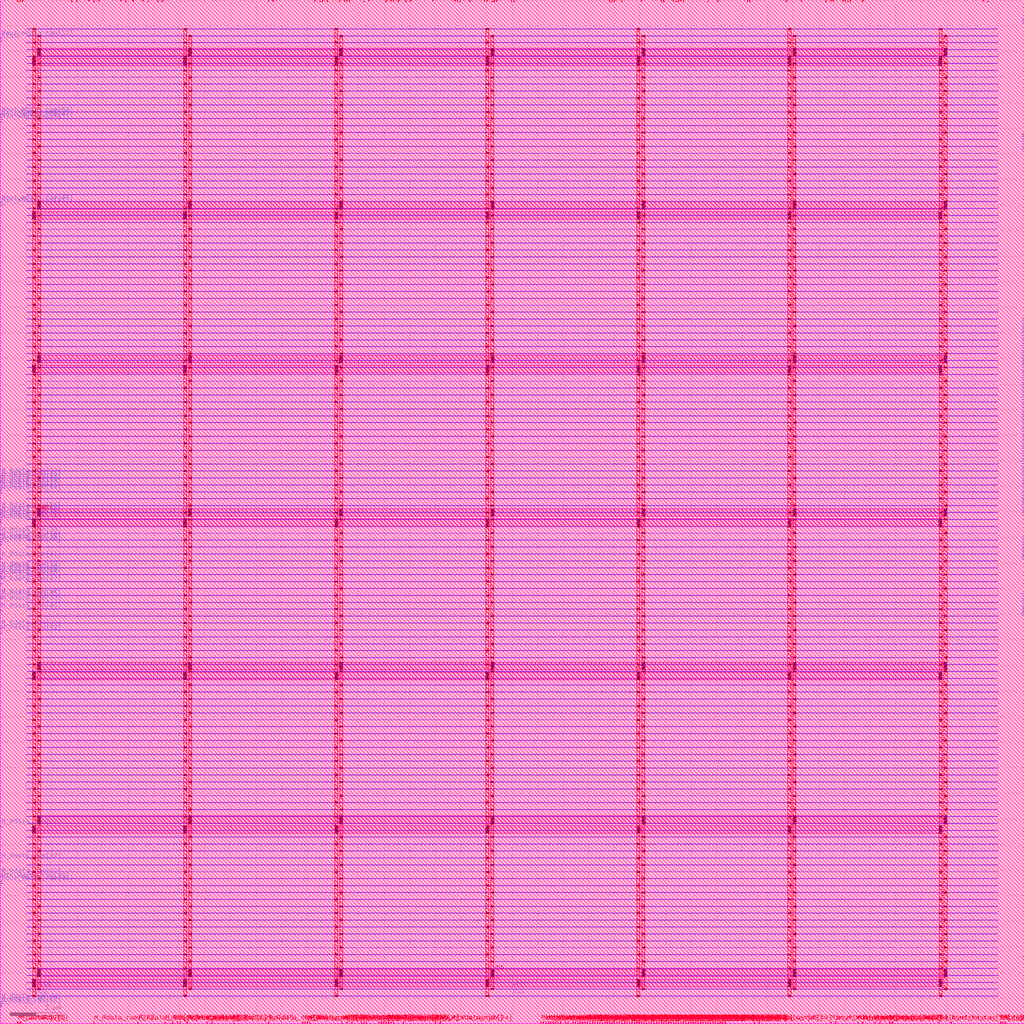
<source format=lef>
VERSION 5.8 ;
BUSBITCHARS "[]" ;
DIVIDERCHAR "/" ;
UNITS
    DATABASE MICRONS 1000 ;
END UNITS

VIA run_benchmark_via1_2_37962_18_1_1054_36_36
  VIARULE M2_M1 ;
  CUTSIZE 0.018 0.018 ;
  LAYERS M1 V1 M2 ;
  CUTSPACING 0.018 0.018 ;
  ENCLOSURE 0 0 0.002 0 ;
  ROWCOL 1 1054 ;
END run_benchmark_via1_2_37962_18_1_1054_36_36

VIA run_benchmark_VIA23_1_3_36_36
    LAYER M2 ;
      RECT  -0.05 -0.009 0.05 0.009 ;
    LAYER M3 ;
      RECT  -0.045 -0.014 0.045 0.014 ;
    LAYER V2 ;
      RECT  0.027 -0.009 0.045 0.009 ;
      RECT  -0.009 -0.009 0.009 0.009 ;
      RECT  -0.045 -0.009 -0.027 0.009 ;
END run_benchmark_VIA23_1_3_36_36

VIA run_benchmark_VIA34_1_2_58_52
    LAYER M3 ;
      RECT  -0.04 -0.017 0.04 0.017 ;
    LAYER M4 ;
      RECT  -0.046 -0.012 0.046 0.012 ;
    LAYER V3 ;
      RECT  0.017 -0.012 0.035 0.012 ;
      RECT  -0.035 -0.012 -0.017 0.012 ;
END run_benchmark_VIA34_1_2_58_52

VIA run_benchmark_VIA45_1_2_58_58
    LAYER M4 ;
      RECT  -0.052 -0.012 0.052 0.012 ;
    LAYER M5 ;
      RECT  -0.06 -0.023 0.06 0.023 ;
    LAYER V4 ;
      RECT  0.017 -0.012 0.041 0.012 ;
      RECT  -0.041 -0.012 -0.017 0.012 ;
END run_benchmark_VIA45_1_2_58_58

VIA run_benchmark_via5_6_120_288_1_2_58_322
  VIARULE M6_M5widePWR1p152 ;
  CUTSIZE 0.024 0.288 ;
  LAYERS M5 V5 M6 ;
  CUTSPACING 0.034 0.034 ;
  ENCLOSURE 0.019 0 0 0 ;
  ROWCOL 1 2 ;
END run_benchmark_via5_6_120_288_1_2_58_322

MACRO run_benchmark
  FOREIGN run_benchmark 0 0 ;
  CLASS BLOCK ;
  SIZE 40.019 BY 40.019 ;
  PIN VDD
    USE POWER ;
    DIRECTION INOUT ;
    PORT
      LAYER M6 ;
        RECT  1.458 37.833 37.002 38.121 ;
        RECT  1.458 31.833 37.002 32.121 ;
        RECT  1.458 25.833 37.002 26.121 ;
        RECT  1.458 19.833 37.002 20.121 ;
        RECT  1.458 13.833 37.002 14.121 ;
        RECT  1.458 7.833 37.002 8.121 ;
        RECT  1.458 1.833 37.002 2.121 ;
      LAYER M5 ;
        RECT  36.882 1.327 37.002 38.633 ;
        RECT  30.978 1.327 31.098 38.633 ;
        RECT  25.074 1.327 25.194 38.633 ;
        RECT  19.17 1.327 19.29 38.633 ;
        RECT  13.266 1.327 13.386 38.633 ;
        RECT  7.362 1.327 7.482 38.633 ;
        RECT  1.458 1.327 1.578 38.633 ;
      LAYER M2 ;
        RECT  1.026 38.601 38.988 38.619 ;
        RECT  1.026 38.061 38.988 38.079 ;
        RECT  1.026 37.521 38.988 37.539 ;
        RECT  1.026 36.981 38.988 36.999 ;
        RECT  1.026 36.441 38.988 36.459 ;
        RECT  1.026 35.901 38.988 35.919 ;
        RECT  1.026 35.361 38.988 35.379 ;
        RECT  1.026 34.821 38.988 34.839 ;
        RECT  1.026 34.281 38.988 34.299 ;
        RECT  1.026 33.741 38.988 33.759 ;
        RECT  1.026 33.201 38.988 33.219 ;
        RECT  1.026 32.661 38.988 32.679 ;
        RECT  1.026 32.121 38.988 32.139 ;
        RECT  1.026 31.581 38.988 31.599 ;
        RECT  1.026 31.041 38.988 31.059 ;
        RECT  1.026 30.501 38.988 30.519 ;
        RECT  1.026 29.961 38.988 29.979 ;
        RECT  1.026 29.421 38.988 29.439 ;
        RECT  1.026 28.881 38.988 28.899 ;
        RECT  1.026 28.341 38.988 28.359 ;
        RECT  1.026 27.801 38.988 27.819 ;
        RECT  1.026 27.261 38.988 27.279 ;
        RECT  1.026 26.721 38.988 26.739 ;
        RECT  1.026 26.181 38.988 26.199 ;
        RECT  1.026 25.641 38.988 25.659 ;
        RECT  1.026 25.101 38.988 25.119 ;
        RECT  1.026 24.561 38.988 24.579 ;
        RECT  1.026 24.021 38.988 24.039 ;
        RECT  1.026 23.481 38.988 23.499 ;
        RECT  1.026 22.941 38.988 22.959 ;
        RECT  1.026 22.401 38.988 22.419 ;
        RECT  1.026 21.861 38.988 21.879 ;
        RECT  1.026 21.321 38.988 21.339 ;
        RECT  1.026 20.781 38.988 20.799 ;
        RECT  1.026 20.241 38.988 20.259 ;
        RECT  1.026 19.701 38.988 19.719 ;
        RECT  1.026 19.161 38.988 19.179 ;
        RECT  1.026 18.621 38.988 18.639 ;
        RECT  1.026 18.081 38.988 18.099 ;
        RECT  1.026 17.541 38.988 17.559 ;
        RECT  1.026 17.001 38.988 17.019 ;
        RECT  1.026 16.461 38.988 16.479 ;
        RECT  1.026 15.921 38.988 15.939 ;
        RECT  1.026 15.381 38.988 15.399 ;
        RECT  1.026 14.841 38.988 14.859 ;
        RECT  1.026 14.301 38.988 14.319 ;
        RECT  1.026 13.761 38.988 13.779 ;
        RECT  1.026 13.221 38.988 13.239 ;
        RECT  1.026 12.681 38.988 12.699 ;
        RECT  1.026 12.141 38.988 12.159 ;
        RECT  1.026 11.601 38.988 11.619 ;
        RECT  1.026 11.061 38.988 11.079 ;
        RECT  1.026 10.521 38.988 10.539 ;
        RECT  1.026 9.981 38.988 9.999 ;
        RECT  1.026 9.441 38.988 9.459 ;
        RECT  1.026 8.901 38.988 8.919 ;
        RECT  1.026 8.361 38.988 8.379 ;
        RECT  1.026 7.821 38.988 7.839 ;
        RECT  1.026 7.281 38.988 7.299 ;
        RECT  1.026 6.741 38.988 6.759 ;
        RECT  1.026 6.201 38.988 6.219 ;
        RECT  1.026 5.661 38.988 5.679 ;
        RECT  1.026 5.121 38.988 5.139 ;
        RECT  1.026 4.581 38.988 4.599 ;
        RECT  1.026 4.041 38.988 4.059 ;
        RECT  1.026 3.501 38.988 3.519 ;
        RECT  1.026 2.961 38.988 2.979 ;
        RECT  1.026 2.421 38.988 2.439 ;
        RECT  1.026 1.881 38.988 1.899 ;
        RECT  1.026 1.341 38.988 1.359 ;
      LAYER M1 ;
        RECT  1.026 38.601 38.988 38.619 ;
        RECT  1.026 38.061 38.988 38.079 ;
        RECT  1.026 37.521 38.988 37.539 ;
        RECT  1.026 36.981 38.988 36.999 ;
        RECT  1.026 36.441 38.988 36.459 ;
        RECT  1.026 35.901 38.988 35.919 ;
        RECT  1.026 35.361 38.988 35.379 ;
        RECT  1.026 34.821 38.988 34.839 ;
        RECT  1.026 34.281 38.988 34.299 ;
        RECT  1.026 33.741 38.988 33.759 ;
        RECT  1.026 33.201 38.988 33.219 ;
        RECT  1.026 32.661 38.988 32.679 ;
        RECT  1.026 32.121 38.988 32.139 ;
        RECT  1.026 31.581 38.988 31.599 ;
        RECT  1.026 31.041 38.988 31.059 ;
        RECT  1.026 30.501 38.988 30.519 ;
        RECT  1.026 29.961 38.988 29.979 ;
        RECT  1.026 29.421 38.988 29.439 ;
        RECT  1.026 28.881 38.988 28.899 ;
        RECT  1.026 28.341 38.988 28.359 ;
        RECT  1.026 27.801 38.988 27.819 ;
        RECT  1.026 27.261 38.988 27.279 ;
        RECT  1.026 26.721 38.988 26.739 ;
        RECT  1.026 26.181 38.988 26.199 ;
        RECT  1.026 25.641 38.988 25.659 ;
        RECT  1.026 25.101 38.988 25.119 ;
        RECT  1.026 24.561 38.988 24.579 ;
        RECT  1.026 24.021 38.988 24.039 ;
        RECT  1.026 23.481 38.988 23.499 ;
        RECT  1.026 22.941 38.988 22.959 ;
        RECT  1.026 22.401 38.988 22.419 ;
        RECT  1.026 21.861 38.988 21.879 ;
        RECT  1.026 21.321 38.988 21.339 ;
        RECT  1.026 20.781 38.988 20.799 ;
        RECT  1.026 20.241 38.988 20.259 ;
        RECT  1.026 19.701 38.988 19.719 ;
        RECT  1.026 19.161 38.988 19.179 ;
        RECT  1.026 18.621 38.988 18.639 ;
        RECT  1.026 18.081 38.988 18.099 ;
        RECT  1.026 17.541 38.988 17.559 ;
        RECT  1.026 17.001 38.988 17.019 ;
        RECT  1.026 16.461 38.988 16.479 ;
        RECT  1.026 15.921 38.988 15.939 ;
        RECT  1.026 15.381 38.988 15.399 ;
        RECT  1.026 14.841 38.988 14.859 ;
        RECT  1.026 14.301 38.988 14.319 ;
        RECT  1.026 13.761 38.988 13.779 ;
        RECT  1.026 13.221 38.988 13.239 ;
        RECT  1.026 12.681 38.988 12.699 ;
        RECT  1.026 12.141 38.988 12.159 ;
        RECT  1.026 11.601 38.988 11.619 ;
        RECT  1.026 11.061 38.988 11.079 ;
        RECT  1.026 10.521 38.988 10.539 ;
        RECT  1.026 9.981 38.988 9.999 ;
        RECT  1.026 9.441 38.988 9.459 ;
        RECT  1.026 8.901 38.988 8.919 ;
        RECT  1.026 8.361 38.988 8.379 ;
        RECT  1.026 7.821 38.988 7.839 ;
        RECT  1.026 7.281 38.988 7.299 ;
        RECT  1.026 6.741 38.988 6.759 ;
        RECT  1.026 6.201 38.988 6.219 ;
        RECT  1.026 5.661 38.988 5.679 ;
        RECT  1.026 5.121 38.988 5.139 ;
        RECT  1.026 4.581 38.988 4.599 ;
        RECT  1.026 4.041 38.988 4.059 ;
        RECT  1.026 3.501 38.988 3.519 ;
        RECT  1.026 2.961 38.988 2.979 ;
        RECT  1.026 2.421 38.988 2.439 ;
        RECT  1.026 1.881 38.988 1.899 ;
        RECT  1.026 1.341 38.988 1.359 ;
      VIA 36.942 37.977 run_benchmark_via5_6_120_288_1_2_58_322 ;
      VIA 36.942 31.977 run_benchmark_via5_6_120_288_1_2_58_322 ;
      VIA 36.942 25.977 run_benchmark_via5_6_120_288_1_2_58_322 ;
      VIA 36.942 19.977 run_benchmark_via5_6_120_288_1_2_58_322 ;
      VIA 36.942 13.977 run_benchmark_via5_6_120_288_1_2_58_322 ;
      VIA 36.942 7.977 run_benchmark_via5_6_120_288_1_2_58_322 ;
      VIA 36.942 1.977 run_benchmark_via5_6_120_288_1_2_58_322 ;
      VIA 31.038 37.977 run_benchmark_via5_6_120_288_1_2_58_322 ;
      VIA 31.038 31.977 run_benchmark_via5_6_120_288_1_2_58_322 ;
      VIA 31.038 25.977 run_benchmark_via5_6_120_288_1_2_58_322 ;
      VIA 31.038 19.977 run_benchmark_via5_6_120_288_1_2_58_322 ;
      VIA 31.038 13.977 run_benchmark_via5_6_120_288_1_2_58_322 ;
      VIA 31.038 7.977 run_benchmark_via5_6_120_288_1_2_58_322 ;
      VIA 31.038 1.977 run_benchmark_via5_6_120_288_1_2_58_322 ;
      VIA 25.134 37.977 run_benchmark_via5_6_120_288_1_2_58_322 ;
      VIA 25.134 31.977 run_benchmark_via5_6_120_288_1_2_58_322 ;
      VIA 25.134 25.977 run_benchmark_via5_6_120_288_1_2_58_322 ;
      VIA 25.134 19.977 run_benchmark_via5_6_120_288_1_2_58_322 ;
      VIA 25.134 13.977 run_benchmark_via5_6_120_288_1_2_58_322 ;
      VIA 25.134 7.977 run_benchmark_via5_6_120_288_1_2_58_322 ;
      VIA 25.134 1.977 run_benchmark_via5_6_120_288_1_2_58_322 ;
      VIA 19.23 37.977 run_benchmark_via5_6_120_288_1_2_58_322 ;
      VIA 19.23 31.977 run_benchmark_via5_6_120_288_1_2_58_322 ;
      VIA 19.23 25.977 run_benchmark_via5_6_120_288_1_2_58_322 ;
      VIA 19.23 19.977 run_benchmark_via5_6_120_288_1_2_58_322 ;
      VIA 19.23 13.977 run_benchmark_via5_6_120_288_1_2_58_322 ;
      VIA 19.23 7.977 run_benchmark_via5_6_120_288_1_2_58_322 ;
      VIA 19.23 1.977 run_benchmark_via5_6_120_288_1_2_58_322 ;
      VIA 13.326 37.977 run_benchmark_via5_6_120_288_1_2_58_322 ;
      VIA 13.326 31.977 run_benchmark_via5_6_120_288_1_2_58_322 ;
      VIA 13.326 25.977 run_benchmark_via5_6_120_288_1_2_58_322 ;
      VIA 13.326 19.977 run_benchmark_via5_6_120_288_1_2_58_322 ;
      VIA 13.326 13.977 run_benchmark_via5_6_120_288_1_2_58_322 ;
      VIA 13.326 7.977 run_benchmark_via5_6_120_288_1_2_58_322 ;
      VIA 13.326 1.977 run_benchmark_via5_6_120_288_1_2_58_322 ;
      VIA 7.422 37.977 run_benchmark_via5_6_120_288_1_2_58_322 ;
      VIA 7.422 31.977 run_benchmark_via5_6_120_288_1_2_58_322 ;
      VIA 7.422 25.977 run_benchmark_via5_6_120_288_1_2_58_322 ;
      VIA 7.422 19.977 run_benchmark_via5_6_120_288_1_2_58_322 ;
      VIA 7.422 13.977 run_benchmark_via5_6_120_288_1_2_58_322 ;
      VIA 7.422 7.977 run_benchmark_via5_6_120_288_1_2_58_322 ;
      VIA 7.422 1.977 run_benchmark_via5_6_120_288_1_2_58_322 ;
      VIA 1.518 37.977 run_benchmark_via5_6_120_288_1_2_58_322 ;
      VIA 1.518 31.977 run_benchmark_via5_6_120_288_1_2_58_322 ;
      VIA 1.518 25.977 run_benchmark_via5_6_120_288_1_2_58_322 ;
      VIA 1.518 19.977 run_benchmark_via5_6_120_288_1_2_58_322 ;
      VIA 1.518 13.977 run_benchmark_via5_6_120_288_1_2_58_322 ;
      VIA 1.518 7.977 run_benchmark_via5_6_120_288_1_2_58_322 ;
      VIA 1.518 1.977 run_benchmark_via5_6_120_288_1_2_58_322 ;
      VIA 36.942 38.61 run_benchmark_VIA45_1_2_58_58 ;
      LAYER M3 ;
        RECT  36.897 38.593 36.987 38.627 ;
      VIA 36.942 38.61 run_benchmark_VIA34_1_2_58_52 ;
      VIA 36.942 38.61 run_benchmark_VIA23_1_3_36_36 ;
      VIA 36.942 38.07 run_benchmark_VIA45_1_2_58_58 ;
      LAYER M3 ;
        RECT  36.897 38.053 36.987 38.087 ;
      VIA 36.942 38.07 run_benchmark_VIA34_1_2_58_52 ;
      VIA 36.942 38.07 run_benchmark_VIA23_1_3_36_36 ;
      VIA 36.942 37.53 run_benchmark_VIA45_1_2_58_58 ;
      LAYER M3 ;
        RECT  36.897 37.513 36.987 37.547 ;
      VIA 36.942 37.53 run_benchmark_VIA34_1_2_58_52 ;
      VIA 36.942 37.53 run_benchmark_VIA23_1_3_36_36 ;
      VIA 36.942 36.99 run_benchmark_VIA45_1_2_58_58 ;
      LAYER M3 ;
        RECT  36.897 36.973 36.987 37.007 ;
      VIA 36.942 36.99 run_benchmark_VIA34_1_2_58_52 ;
      VIA 36.942 36.99 run_benchmark_VIA23_1_3_36_36 ;
      VIA 36.942 36.45 run_benchmark_VIA45_1_2_58_58 ;
      LAYER M3 ;
        RECT  36.897 36.433 36.987 36.467 ;
      VIA 36.942 36.45 run_benchmark_VIA34_1_2_58_52 ;
      VIA 36.942 36.45 run_benchmark_VIA23_1_3_36_36 ;
      VIA 36.942 35.91 run_benchmark_VIA45_1_2_58_58 ;
      LAYER M3 ;
        RECT  36.897 35.893 36.987 35.927 ;
      VIA 36.942 35.91 run_benchmark_VIA34_1_2_58_52 ;
      VIA 36.942 35.91 run_benchmark_VIA23_1_3_36_36 ;
      VIA 36.942 35.37 run_benchmark_VIA45_1_2_58_58 ;
      LAYER M3 ;
        RECT  36.897 35.353 36.987 35.387 ;
      VIA 36.942 35.37 run_benchmark_VIA34_1_2_58_52 ;
      VIA 36.942 35.37 run_benchmark_VIA23_1_3_36_36 ;
      VIA 36.942 34.83 run_benchmark_VIA45_1_2_58_58 ;
      LAYER M3 ;
        RECT  36.897 34.813 36.987 34.847 ;
      VIA 36.942 34.83 run_benchmark_VIA34_1_2_58_52 ;
      VIA 36.942 34.83 run_benchmark_VIA23_1_3_36_36 ;
      VIA 36.942 34.29 run_benchmark_VIA45_1_2_58_58 ;
      LAYER M3 ;
        RECT  36.897 34.273 36.987 34.307 ;
      VIA 36.942 34.29 run_benchmark_VIA34_1_2_58_52 ;
      VIA 36.942 34.29 run_benchmark_VIA23_1_3_36_36 ;
      VIA 36.942 33.75 run_benchmark_VIA45_1_2_58_58 ;
      LAYER M3 ;
        RECT  36.897 33.733 36.987 33.767 ;
      VIA 36.942 33.75 run_benchmark_VIA34_1_2_58_52 ;
      VIA 36.942 33.75 run_benchmark_VIA23_1_3_36_36 ;
      VIA 36.942 33.21 run_benchmark_VIA45_1_2_58_58 ;
      LAYER M3 ;
        RECT  36.897 33.193 36.987 33.227 ;
      VIA 36.942 33.21 run_benchmark_VIA34_1_2_58_52 ;
      VIA 36.942 33.21 run_benchmark_VIA23_1_3_36_36 ;
      VIA 36.942 32.67 run_benchmark_VIA45_1_2_58_58 ;
      LAYER M3 ;
        RECT  36.897 32.653 36.987 32.687 ;
      VIA 36.942 32.67 run_benchmark_VIA34_1_2_58_52 ;
      VIA 36.942 32.67 run_benchmark_VIA23_1_3_36_36 ;
      VIA 36.942 32.13 run_benchmark_VIA45_1_2_58_58 ;
      LAYER M3 ;
        RECT  36.897 32.113 36.987 32.147 ;
      VIA 36.942 32.13 run_benchmark_VIA34_1_2_58_52 ;
      VIA 36.942 32.13 run_benchmark_VIA23_1_3_36_36 ;
      VIA 36.942 31.59 run_benchmark_VIA45_1_2_58_58 ;
      LAYER M3 ;
        RECT  36.897 31.573 36.987 31.607 ;
      VIA 36.942 31.59 run_benchmark_VIA34_1_2_58_52 ;
      VIA 36.942 31.59 run_benchmark_VIA23_1_3_36_36 ;
      VIA 36.942 31.05 run_benchmark_VIA45_1_2_58_58 ;
      LAYER M3 ;
        RECT  36.897 31.033 36.987 31.067 ;
      VIA 36.942 31.05 run_benchmark_VIA34_1_2_58_52 ;
      VIA 36.942 31.05 run_benchmark_VIA23_1_3_36_36 ;
      VIA 36.942 30.51 run_benchmark_VIA45_1_2_58_58 ;
      LAYER M3 ;
        RECT  36.897 30.493 36.987 30.527 ;
      VIA 36.942 30.51 run_benchmark_VIA34_1_2_58_52 ;
      VIA 36.942 30.51 run_benchmark_VIA23_1_3_36_36 ;
      VIA 36.942 29.97 run_benchmark_VIA45_1_2_58_58 ;
      LAYER M3 ;
        RECT  36.897 29.953 36.987 29.987 ;
      VIA 36.942 29.97 run_benchmark_VIA34_1_2_58_52 ;
      VIA 36.942 29.97 run_benchmark_VIA23_1_3_36_36 ;
      VIA 36.942 29.43 run_benchmark_VIA45_1_2_58_58 ;
      LAYER M3 ;
        RECT  36.897 29.413 36.987 29.447 ;
      VIA 36.942 29.43 run_benchmark_VIA34_1_2_58_52 ;
      VIA 36.942 29.43 run_benchmark_VIA23_1_3_36_36 ;
      VIA 36.942 28.89 run_benchmark_VIA45_1_2_58_58 ;
      LAYER M3 ;
        RECT  36.897 28.873 36.987 28.907 ;
      VIA 36.942 28.89 run_benchmark_VIA34_1_2_58_52 ;
      VIA 36.942 28.89 run_benchmark_VIA23_1_3_36_36 ;
      VIA 36.942 28.35 run_benchmark_VIA45_1_2_58_58 ;
      LAYER M3 ;
        RECT  36.897 28.333 36.987 28.367 ;
      VIA 36.942 28.35 run_benchmark_VIA34_1_2_58_52 ;
      VIA 36.942 28.35 run_benchmark_VIA23_1_3_36_36 ;
      VIA 36.942 27.81 run_benchmark_VIA45_1_2_58_58 ;
      LAYER M3 ;
        RECT  36.897 27.793 36.987 27.827 ;
      VIA 36.942 27.81 run_benchmark_VIA34_1_2_58_52 ;
      VIA 36.942 27.81 run_benchmark_VIA23_1_3_36_36 ;
      VIA 36.942 27.27 run_benchmark_VIA45_1_2_58_58 ;
      LAYER M3 ;
        RECT  36.897 27.253 36.987 27.287 ;
      VIA 36.942 27.27 run_benchmark_VIA34_1_2_58_52 ;
      VIA 36.942 27.27 run_benchmark_VIA23_1_3_36_36 ;
      VIA 36.942 26.73 run_benchmark_VIA45_1_2_58_58 ;
      LAYER M3 ;
        RECT  36.897 26.713 36.987 26.747 ;
      VIA 36.942 26.73 run_benchmark_VIA34_1_2_58_52 ;
      VIA 36.942 26.73 run_benchmark_VIA23_1_3_36_36 ;
      VIA 36.942 26.19 run_benchmark_VIA45_1_2_58_58 ;
      LAYER M3 ;
        RECT  36.897 26.173 36.987 26.207 ;
      VIA 36.942 26.19 run_benchmark_VIA34_1_2_58_52 ;
      VIA 36.942 26.19 run_benchmark_VIA23_1_3_36_36 ;
      VIA 36.942 25.65 run_benchmark_VIA45_1_2_58_58 ;
      LAYER M3 ;
        RECT  36.897 25.633 36.987 25.667 ;
      VIA 36.942 25.65 run_benchmark_VIA34_1_2_58_52 ;
      VIA 36.942 25.65 run_benchmark_VIA23_1_3_36_36 ;
      VIA 36.942 25.11 run_benchmark_VIA45_1_2_58_58 ;
      LAYER M3 ;
        RECT  36.897 25.093 36.987 25.127 ;
      VIA 36.942 25.11 run_benchmark_VIA34_1_2_58_52 ;
      VIA 36.942 25.11 run_benchmark_VIA23_1_3_36_36 ;
      VIA 36.942 24.57 run_benchmark_VIA45_1_2_58_58 ;
      LAYER M3 ;
        RECT  36.897 24.553 36.987 24.587 ;
      VIA 36.942 24.57 run_benchmark_VIA34_1_2_58_52 ;
      VIA 36.942 24.57 run_benchmark_VIA23_1_3_36_36 ;
      VIA 36.942 24.03 run_benchmark_VIA45_1_2_58_58 ;
      LAYER M3 ;
        RECT  36.897 24.013 36.987 24.047 ;
      VIA 36.942 24.03 run_benchmark_VIA34_1_2_58_52 ;
      VIA 36.942 24.03 run_benchmark_VIA23_1_3_36_36 ;
      VIA 36.942 23.49 run_benchmark_VIA45_1_2_58_58 ;
      LAYER M3 ;
        RECT  36.897 23.473 36.987 23.507 ;
      VIA 36.942 23.49 run_benchmark_VIA34_1_2_58_52 ;
      VIA 36.942 23.49 run_benchmark_VIA23_1_3_36_36 ;
      VIA 36.942 22.95 run_benchmark_VIA45_1_2_58_58 ;
      LAYER M3 ;
        RECT  36.897 22.933 36.987 22.967 ;
      VIA 36.942 22.95 run_benchmark_VIA34_1_2_58_52 ;
      VIA 36.942 22.95 run_benchmark_VIA23_1_3_36_36 ;
      VIA 36.942 22.41 run_benchmark_VIA45_1_2_58_58 ;
      LAYER M3 ;
        RECT  36.897 22.393 36.987 22.427 ;
      VIA 36.942 22.41 run_benchmark_VIA34_1_2_58_52 ;
      VIA 36.942 22.41 run_benchmark_VIA23_1_3_36_36 ;
      VIA 36.942 21.87 run_benchmark_VIA45_1_2_58_58 ;
      LAYER M3 ;
        RECT  36.897 21.853 36.987 21.887 ;
      VIA 36.942 21.87 run_benchmark_VIA34_1_2_58_52 ;
      VIA 36.942 21.87 run_benchmark_VIA23_1_3_36_36 ;
      VIA 36.942 21.33 run_benchmark_VIA45_1_2_58_58 ;
      LAYER M3 ;
        RECT  36.897 21.313 36.987 21.347 ;
      VIA 36.942 21.33 run_benchmark_VIA34_1_2_58_52 ;
      VIA 36.942 21.33 run_benchmark_VIA23_1_3_36_36 ;
      VIA 36.942 20.79 run_benchmark_VIA45_1_2_58_58 ;
      LAYER M3 ;
        RECT  36.897 20.773 36.987 20.807 ;
      VIA 36.942 20.79 run_benchmark_VIA34_1_2_58_52 ;
      VIA 36.942 20.79 run_benchmark_VIA23_1_3_36_36 ;
      VIA 36.942 20.25 run_benchmark_VIA45_1_2_58_58 ;
      LAYER M3 ;
        RECT  36.897 20.233 36.987 20.267 ;
      VIA 36.942 20.25 run_benchmark_VIA34_1_2_58_52 ;
      VIA 36.942 20.25 run_benchmark_VIA23_1_3_36_36 ;
      VIA 36.942 19.71 run_benchmark_VIA45_1_2_58_58 ;
      LAYER M3 ;
        RECT  36.897 19.693 36.987 19.727 ;
      VIA 36.942 19.71 run_benchmark_VIA34_1_2_58_52 ;
      VIA 36.942 19.71 run_benchmark_VIA23_1_3_36_36 ;
      VIA 36.942 19.17 run_benchmark_VIA45_1_2_58_58 ;
      LAYER M3 ;
        RECT  36.897 19.153 36.987 19.187 ;
      VIA 36.942 19.17 run_benchmark_VIA34_1_2_58_52 ;
      VIA 36.942 19.17 run_benchmark_VIA23_1_3_36_36 ;
      VIA 36.942 18.63 run_benchmark_VIA45_1_2_58_58 ;
      LAYER M3 ;
        RECT  36.897 18.613 36.987 18.647 ;
      VIA 36.942 18.63 run_benchmark_VIA34_1_2_58_52 ;
      VIA 36.942 18.63 run_benchmark_VIA23_1_3_36_36 ;
      VIA 36.942 18.09 run_benchmark_VIA45_1_2_58_58 ;
      LAYER M3 ;
        RECT  36.897 18.073 36.987 18.107 ;
      VIA 36.942 18.09 run_benchmark_VIA34_1_2_58_52 ;
      VIA 36.942 18.09 run_benchmark_VIA23_1_3_36_36 ;
      VIA 36.942 17.55 run_benchmark_VIA45_1_2_58_58 ;
      LAYER M3 ;
        RECT  36.897 17.533 36.987 17.567 ;
      VIA 36.942 17.55 run_benchmark_VIA34_1_2_58_52 ;
      VIA 36.942 17.55 run_benchmark_VIA23_1_3_36_36 ;
      VIA 36.942 17.01 run_benchmark_VIA45_1_2_58_58 ;
      LAYER M3 ;
        RECT  36.897 16.993 36.987 17.027 ;
      VIA 36.942 17.01 run_benchmark_VIA34_1_2_58_52 ;
      VIA 36.942 17.01 run_benchmark_VIA23_1_3_36_36 ;
      VIA 36.942 16.47 run_benchmark_VIA45_1_2_58_58 ;
      LAYER M3 ;
        RECT  36.897 16.453 36.987 16.487 ;
      VIA 36.942 16.47 run_benchmark_VIA34_1_2_58_52 ;
      VIA 36.942 16.47 run_benchmark_VIA23_1_3_36_36 ;
      VIA 36.942 15.93 run_benchmark_VIA45_1_2_58_58 ;
      LAYER M3 ;
        RECT  36.897 15.913 36.987 15.947 ;
      VIA 36.942 15.93 run_benchmark_VIA34_1_2_58_52 ;
      VIA 36.942 15.93 run_benchmark_VIA23_1_3_36_36 ;
      VIA 36.942 15.39 run_benchmark_VIA45_1_2_58_58 ;
      LAYER M3 ;
        RECT  36.897 15.373 36.987 15.407 ;
      VIA 36.942 15.39 run_benchmark_VIA34_1_2_58_52 ;
      VIA 36.942 15.39 run_benchmark_VIA23_1_3_36_36 ;
      VIA 36.942 14.85 run_benchmark_VIA45_1_2_58_58 ;
      LAYER M3 ;
        RECT  36.897 14.833 36.987 14.867 ;
      VIA 36.942 14.85 run_benchmark_VIA34_1_2_58_52 ;
      VIA 36.942 14.85 run_benchmark_VIA23_1_3_36_36 ;
      VIA 36.942 14.31 run_benchmark_VIA45_1_2_58_58 ;
      LAYER M3 ;
        RECT  36.897 14.293 36.987 14.327 ;
      VIA 36.942 14.31 run_benchmark_VIA34_1_2_58_52 ;
      VIA 36.942 14.31 run_benchmark_VIA23_1_3_36_36 ;
      VIA 36.942 13.77 run_benchmark_VIA45_1_2_58_58 ;
      LAYER M3 ;
        RECT  36.897 13.753 36.987 13.787 ;
      VIA 36.942 13.77 run_benchmark_VIA34_1_2_58_52 ;
      VIA 36.942 13.77 run_benchmark_VIA23_1_3_36_36 ;
      VIA 36.942 13.23 run_benchmark_VIA45_1_2_58_58 ;
      LAYER M3 ;
        RECT  36.897 13.213 36.987 13.247 ;
      VIA 36.942 13.23 run_benchmark_VIA34_1_2_58_52 ;
      VIA 36.942 13.23 run_benchmark_VIA23_1_3_36_36 ;
      VIA 36.942 12.69 run_benchmark_VIA45_1_2_58_58 ;
      LAYER M3 ;
        RECT  36.897 12.673 36.987 12.707 ;
      VIA 36.942 12.69 run_benchmark_VIA34_1_2_58_52 ;
      VIA 36.942 12.69 run_benchmark_VIA23_1_3_36_36 ;
      VIA 36.942 12.15 run_benchmark_VIA45_1_2_58_58 ;
      LAYER M3 ;
        RECT  36.897 12.133 36.987 12.167 ;
      VIA 36.942 12.15 run_benchmark_VIA34_1_2_58_52 ;
      VIA 36.942 12.15 run_benchmark_VIA23_1_3_36_36 ;
      VIA 36.942 11.61 run_benchmark_VIA45_1_2_58_58 ;
      LAYER M3 ;
        RECT  36.897 11.593 36.987 11.627 ;
      VIA 36.942 11.61 run_benchmark_VIA34_1_2_58_52 ;
      VIA 36.942 11.61 run_benchmark_VIA23_1_3_36_36 ;
      VIA 36.942 11.07 run_benchmark_VIA45_1_2_58_58 ;
      LAYER M3 ;
        RECT  36.897 11.053 36.987 11.087 ;
      VIA 36.942 11.07 run_benchmark_VIA34_1_2_58_52 ;
      VIA 36.942 11.07 run_benchmark_VIA23_1_3_36_36 ;
      VIA 36.942 10.53 run_benchmark_VIA45_1_2_58_58 ;
      LAYER M3 ;
        RECT  36.897 10.513 36.987 10.547 ;
      VIA 36.942 10.53 run_benchmark_VIA34_1_2_58_52 ;
      VIA 36.942 10.53 run_benchmark_VIA23_1_3_36_36 ;
      VIA 36.942 9.99 run_benchmark_VIA45_1_2_58_58 ;
      LAYER M3 ;
        RECT  36.897 9.973 36.987 10.007 ;
      VIA 36.942 9.99 run_benchmark_VIA34_1_2_58_52 ;
      VIA 36.942 9.99 run_benchmark_VIA23_1_3_36_36 ;
      VIA 36.942 9.45 run_benchmark_VIA45_1_2_58_58 ;
      LAYER M3 ;
        RECT  36.897 9.433 36.987 9.467 ;
      VIA 36.942 9.45 run_benchmark_VIA34_1_2_58_52 ;
      VIA 36.942 9.45 run_benchmark_VIA23_1_3_36_36 ;
      VIA 36.942 8.91 run_benchmark_VIA45_1_2_58_58 ;
      LAYER M3 ;
        RECT  36.897 8.893 36.987 8.927 ;
      VIA 36.942 8.91 run_benchmark_VIA34_1_2_58_52 ;
      VIA 36.942 8.91 run_benchmark_VIA23_1_3_36_36 ;
      VIA 36.942 8.37 run_benchmark_VIA45_1_2_58_58 ;
      LAYER M3 ;
        RECT  36.897 8.353 36.987 8.387 ;
      VIA 36.942 8.37 run_benchmark_VIA34_1_2_58_52 ;
      VIA 36.942 8.37 run_benchmark_VIA23_1_3_36_36 ;
      VIA 36.942 7.83 run_benchmark_VIA45_1_2_58_58 ;
      LAYER M3 ;
        RECT  36.897 7.813 36.987 7.847 ;
      VIA 36.942 7.83 run_benchmark_VIA34_1_2_58_52 ;
      VIA 36.942 7.83 run_benchmark_VIA23_1_3_36_36 ;
      VIA 36.942 7.29 run_benchmark_VIA45_1_2_58_58 ;
      LAYER M3 ;
        RECT  36.897 7.273 36.987 7.307 ;
      VIA 36.942 7.29 run_benchmark_VIA34_1_2_58_52 ;
      VIA 36.942 7.29 run_benchmark_VIA23_1_3_36_36 ;
      VIA 36.942 6.75 run_benchmark_VIA45_1_2_58_58 ;
      LAYER M3 ;
        RECT  36.897 6.733 36.987 6.767 ;
      VIA 36.942 6.75 run_benchmark_VIA34_1_2_58_52 ;
      VIA 36.942 6.75 run_benchmark_VIA23_1_3_36_36 ;
      VIA 36.942 6.21 run_benchmark_VIA45_1_2_58_58 ;
      LAYER M3 ;
        RECT  36.897 6.193 36.987 6.227 ;
      VIA 36.942 6.21 run_benchmark_VIA34_1_2_58_52 ;
      VIA 36.942 6.21 run_benchmark_VIA23_1_3_36_36 ;
      VIA 36.942 5.67 run_benchmark_VIA45_1_2_58_58 ;
      LAYER M3 ;
        RECT  36.897 5.653 36.987 5.687 ;
      VIA 36.942 5.67 run_benchmark_VIA34_1_2_58_52 ;
      VIA 36.942 5.67 run_benchmark_VIA23_1_3_36_36 ;
      VIA 36.942 5.13 run_benchmark_VIA45_1_2_58_58 ;
      LAYER M3 ;
        RECT  36.897 5.113 36.987 5.147 ;
      VIA 36.942 5.13 run_benchmark_VIA34_1_2_58_52 ;
      VIA 36.942 5.13 run_benchmark_VIA23_1_3_36_36 ;
      VIA 36.942 4.59 run_benchmark_VIA45_1_2_58_58 ;
      LAYER M3 ;
        RECT  36.897 4.573 36.987 4.607 ;
      VIA 36.942 4.59 run_benchmark_VIA34_1_2_58_52 ;
      VIA 36.942 4.59 run_benchmark_VIA23_1_3_36_36 ;
      VIA 36.942 4.05 run_benchmark_VIA45_1_2_58_58 ;
      LAYER M3 ;
        RECT  36.897 4.033 36.987 4.067 ;
      VIA 36.942 4.05 run_benchmark_VIA34_1_2_58_52 ;
      VIA 36.942 4.05 run_benchmark_VIA23_1_3_36_36 ;
      VIA 36.942 3.51 run_benchmark_VIA45_1_2_58_58 ;
      LAYER M3 ;
        RECT  36.897 3.493 36.987 3.527 ;
      VIA 36.942 3.51 run_benchmark_VIA34_1_2_58_52 ;
      VIA 36.942 3.51 run_benchmark_VIA23_1_3_36_36 ;
      VIA 36.942 2.97 run_benchmark_VIA45_1_2_58_58 ;
      LAYER M3 ;
        RECT  36.897 2.953 36.987 2.987 ;
      VIA 36.942 2.97 run_benchmark_VIA34_1_2_58_52 ;
      VIA 36.942 2.97 run_benchmark_VIA23_1_3_36_36 ;
      VIA 36.942 2.43 run_benchmark_VIA45_1_2_58_58 ;
      LAYER M3 ;
        RECT  36.897 2.413 36.987 2.447 ;
      VIA 36.942 2.43 run_benchmark_VIA34_1_2_58_52 ;
      VIA 36.942 2.43 run_benchmark_VIA23_1_3_36_36 ;
      VIA 36.942 1.89 run_benchmark_VIA45_1_2_58_58 ;
      LAYER M3 ;
        RECT  36.897 1.873 36.987 1.907 ;
      VIA 36.942 1.89 run_benchmark_VIA34_1_2_58_52 ;
      VIA 36.942 1.89 run_benchmark_VIA23_1_3_36_36 ;
      VIA 36.942 1.35 run_benchmark_VIA45_1_2_58_58 ;
      LAYER M3 ;
        RECT  36.897 1.333 36.987 1.367 ;
      VIA 36.942 1.35 run_benchmark_VIA34_1_2_58_52 ;
      VIA 36.942 1.35 run_benchmark_VIA23_1_3_36_36 ;
      VIA 31.038 38.61 run_benchmark_VIA45_1_2_58_58 ;
      LAYER M3 ;
        RECT  30.993 38.593 31.083 38.627 ;
      VIA 31.038 38.61 run_benchmark_VIA34_1_2_58_52 ;
      VIA 31.038 38.61 run_benchmark_VIA23_1_3_36_36 ;
      VIA 31.038 38.07 run_benchmark_VIA45_1_2_58_58 ;
      LAYER M3 ;
        RECT  30.993 38.053 31.083 38.087 ;
      VIA 31.038 38.07 run_benchmark_VIA34_1_2_58_52 ;
      VIA 31.038 38.07 run_benchmark_VIA23_1_3_36_36 ;
      VIA 31.038 37.53 run_benchmark_VIA45_1_2_58_58 ;
      LAYER M3 ;
        RECT  30.993 37.513 31.083 37.547 ;
      VIA 31.038 37.53 run_benchmark_VIA34_1_2_58_52 ;
      VIA 31.038 37.53 run_benchmark_VIA23_1_3_36_36 ;
      VIA 31.038 36.99 run_benchmark_VIA45_1_2_58_58 ;
      LAYER M3 ;
        RECT  30.993 36.973 31.083 37.007 ;
      VIA 31.038 36.99 run_benchmark_VIA34_1_2_58_52 ;
      VIA 31.038 36.99 run_benchmark_VIA23_1_3_36_36 ;
      VIA 31.038 36.45 run_benchmark_VIA45_1_2_58_58 ;
      LAYER M3 ;
        RECT  30.993 36.433 31.083 36.467 ;
      VIA 31.038 36.45 run_benchmark_VIA34_1_2_58_52 ;
      VIA 31.038 36.45 run_benchmark_VIA23_1_3_36_36 ;
      VIA 31.038 35.91 run_benchmark_VIA45_1_2_58_58 ;
      LAYER M3 ;
        RECT  30.993 35.893 31.083 35.927 ;
      VIA 31.038 35.91 run_benchmark_VIA34_1_2_58_52 ;
      VIA 31.038 35.91 run_benchmark_VIA23_1_3_36_36 ;
      VIA 31.038 35.37 run_benchmark_VIA45_1_2_58_58 ;
      LAYER M3 ;
        RECT  30.993 35.353 31.083 35.387 ;
      VIA 31.038 35.37 run_benchmark_VIA34_1_2_58_52 ;
      VIA 31.038 35.37 run_benchmark_VIA23_1_3_36_36 ;
      VIA 31.038 34.83 run_benchmark_VIA45_1_2_58_58 ;
      LAYER M3 ;
        RECT  30.993 34.813 31.083 34.847 ;
      VIA 31.038 34.83 run_benchmark_VIA34_1_2_58_52 ;
      VIA 31.038 34.83 run_benchmark_VIA23_1_3_36_36 ;
      VIA 31.038 34.29 run_benchmark_VIA45_1_2_58_58 ;
      LAYER M3 ;
        RECT  30.993 34.273 31.083 34.307 ;
      VIA 31.038 34.29 run_benchmark_VIA34_1_2_58_52 ;
      VIA 31.038 34.29 run_benchmark_VIA23_1_3_36_36 ;
      VIA 31.038 33.75 run_benchmark_VIA45_1_2_58_58 ;
      LAYER M3 ;
        RECT  30.993 33.733 31.083 33.767 ;
      VIA 31.038 33.75 run_benchmark_VIA34_1_2_58_52 ;
      VIA 31.038 33.75 run_benchmark_VIA23_1_3_36_36 ;
      VIA 31.038 33.21 run_benchmark_VIA45_1_2_58_58 ;
      LAYER M3 ;
        RECT  30.993 33.193 31.083 33.227 ;
      VIA 31.038 33.21 run_benchmark_VIA34_1_2_58_52 ;
      VIA 31.038 33.21 run_benchmark_VIA23_1_3_36_36 ;
      VIA 31.038 32.67 run_benchmark_VIA45_1_2_58_58 ;
      LAYER M3 ;
        RECT  30.993 32.653 31.083 32.687 ;
      VIA 31.038 32.67 run_benchmark_VIA34_1_2_58_52 ;
      VIA 31.038 32.67 run_benchmark_VIA23_1_3_36_36 ;
      VIA 31.038 32.13 run_benchmark_VIA45_1_2_58_58 ;
      LAYER M3 ;
        RECT  30.993 32.113 31.083 32.147 ;
      VIA 31.038 32.13 run_benchmark_VIA34_1_2_58_52 ;
      VIA 31.038 32.13 run_benchmark_VIA23_1_3_36_36 ;
      VIA 31.038 31.59 run_benchmark_VIA45_1_2_58_58 ;
      LAYER M3 ;
        RECT  30.993 31.573 31.083 31.607 ;
      VIA 31.038 31.59 run_benchmark_VIA34_1_2_58_52 ;
      VIA 31.038 31.59 run_benchmark_VIA23_1_3_36_36 ;
      VIA 31.038 31.05 run_benchmark_VIA45_1_2_58_58 ;
      LAYER M3 ;
        RECT  30.993 31.033 31.083 31.067 ;
      VIA 31.038 31.05 run_benchmark_VIA34_1_2_58_52 ;
      VIA 31.038 31.05 run_benchmark_VIA23_1_3_36_36 ;
      VIA 31.038 30.51 run_benchmark_VIA45_1_2_58_58 ;
      LAYER M3 ;
        RECT  30.993 30.493 31.083 30.527 ;
      VIA 31.038 30.51 run_benchmark_VIA34_1_2_58_52 ;
      VIA 31.038 30.51 run_benchmark_VIA23_1_3_36_36 ;
      VIA 31.038 29.97 run_benchmark_VIA45_1_2_58_58 ;
      LAYER M3 ;
        RECT  30.993 29.953 31.083 29.987 ;
      VIA 31.038 29.97 run_benchmark_VIA34_1_2_58_52 ;
      VIA 31.038 29.97 run_benchmark_VIA23_1_3_36_36 ;
      VIA 31.038 29.43 run_benchmark_VIA45_1_2_58_58 ;
      LAYER M3 ;
        RECT  30.993 29.413 31.083 29.447 ;
      VIA 31.038 29.43 run_benchmark_VIA34_1_2_58_52 ;
      VIA 31.038 29.43 run_benchmark_VIA23_1_3_36_36 ;
      VIA 31.038 28.89 run_benchmark_VIA45_1_2_58_58 ;
      LAYER M3 ;
        RECT  30.993 28.873 31.083 28.907 ;
      VIA 31.038 28.89 run_benchmark_VIA34_1_2_58_52 ;
      VIA 31.038 28.89 run_benchmark_VIA23_1_3_36_36 ;
      VIA 31.038 28.35 run_benchmark_VIA45_1_2_58_58 ;
      LAYER M3 ;
        RECT  30.993 28.333 31.083 28.367 ;
      VIA 31.038 28.35 run_benchmark_VIA34_1_2_58_52 ;
      VIA 31.038 28.35 run_benchmark_VIA23_1_3_36_36 ;
      VIA 31.038 27.81 run_benchmark_VIA45_1_2_58_58 ;
      LAYER M3 ;
        RECT  30.993 27.793 31.083 27.827 ;
      VIA 31.038 27.81 run_benchmark_VIA34_1_2_58_52 ;
      VIA 31.038 27.81 run_benchmark_VIA23_1_3_36_36 ;
      VIA 31.038 27.27 run_benchmark_VIA45_1_2_58_58 ;
      LAYER M3 ;
        RECT  30.993 27.253 31.083 27.287 ;
      VIA 31.038 27.27 run_benchmark_VIA34_1_2_58_52 ;
      VIA 31.038 27.27 run_benchmark_VIA23_1_3_36_36 ;
      VIA 31.038 26.73 run_benchmark_VIA45_1_2_58_58 ;
      LAYER M3 ;
        RECT  30.993 26.713 31.083 26.747 ;
      VIA 31.038 26.73 run_benchmark_VIA34_1_2_58_52 ;
      VIA 31.038 26.73 run_benchmark_VIA23_1_3_36_36 ;
      VIA 31.038 26.19 run_benchmark_VIA45_1_2_58_58 ;
      LAYER M3 ;
        RECT  30.993 26.173 31.083 26.207 ;
      VIA 31.038 26.19 run_benchmark_VIA34_1_2_58_52 ;
      VIA 31.038 26.19 run_benchmark_VIA23_1_3_36_36 ;
      VIA 31.038 25.65 run_benchmark_VIA45_1_2_58_58 ;
      LAYER M3 ;
        RECT  30.993 25.633 31.083 25.667 ;
      VIA 31.038 25.65 run_benchmark_VIA34_1_2_58_52 ;
      VIA 31.038 25.65 run_benchmark_VIA23_1_3_36_36 ;
      VIA 31.038 25.11 run_benchmark_VIA45_1_2_58_58 ;
      LAYER M3 ;
        RECT  30.993 25.093 31.083 25.127 ;
      VIA 31.038 25.11 run_benchmark_VIA34_1_2_58_52 ;
      VIA 31.038 25.11 run_benchmark_VIA23_1_3_36_36 ;
      VIA 31.038 24.57 run_benchmark_VIA45_1_2_58_58 ;
      LAYER M3 ;
        RECT  30.993 24.553 31.083 24.587 ;
      VIA 31.038 24.57 run_benchmark_VIA34_1_2_58_52 ;
      VIA 31.038 24.57 run_benchmark_VIA23_1_3_36_36 ;
      VIA 31.038 24.03 run_benchmark_VIA45_1_2_58_58 ;
      LAYER M3 ;
        RECT  30.993 24.013 31.083 24.047 ;
      VIA 31.038 24.03 run_benchmark_VIA34_1_2_58_52 ;
      VIA 31.038 24.03 run_benchmark_VIA23_1_3_36_36 ;
      VIA 31.038 23.49 run_benchmark_VIA45_1_2_58_58 ;
      LAYER M3 ;
        RECT  30.993 23.473 31.083 23.507 ;
      VIA 31.038 23.49 run_benchmark_VIA34_1_2_58_52 ;
      VIA 31.038 23.49 run_benchmark_VIA23_1_3_36_36 ;
      VIA 31.038 22.95 run_benchmark_VIA45_1_2_58_58 ;
      LAYER M3 ;
        RECT  30.993 22.933 31.083 22.967 ;
      VIA 31.038 22.95 run_benchmark_VIA34_1_2_58_52 ;
      VIA 31.038 22.95 run_benchmark_VIA23_1_3_36_36 ;
      VIA 31.038 22.41 run_benchmark_VIA45_1_2_58_58 ;
      LAYER M3 ;
        RECT  30.993 22.393 31.083 22.427 ;
      VIA 31.038 22.41 run_benchmark_VIA34_1_2_58_52 ;
      VIA 31.038 22.41 run_benchmark_VIA23_1_3_36_36 ;
      VIA 31.038 21.87 run_benchmark_VIA45_1_2_58_58 ;
      LAYER M3 ;
        RECT  30.993 21.853 31.083 21.887 ;
      VIA 31.038 21.87 run_benchmark_VIA34_1_2_58_52 ;
      VIA 31.038 21.87 run_benchmark_VIA23_1_3_36_36 ;
      VIA 31.038 21.33 run_benchmark_VIA45_1_2_58_58 ;
      LAYER M3 ;
        RECT  30.993 21.313 31.083 21.347 ;
      VIA 31.038 21.33 run_benchmark_VIA34_1_2_58_52 ;
      VIA 31.038 21.33 run_benchmark_VIA23_1_3_36_36 ;
      VIA 31.038 20.79 run_benchmark_VIA45_1_2_58_58 ;
      LAYER M3 ;
        RECT  30.993 20.773 31.083 20.807 ;
      VIA 31.038 20.79 run_benchmark_VIA34_1_2_58_52 ;
      VIA 31.038 20.79 run_benchmark_VIA23_1_3_36_36 ;
      VIA 31.038 20.25 run_benchmark_VIA45_1_2_58_58 ;
      LAYER M3 ;
        RECT  30.993 20.233 31.083 20.267 ;
      VIA 31.038 20.25 run_benchmark_VIA34_1_2_58_52 ;
      VIA 31.038 20.25 run_benchmark_VIA23_1_3_36_36 ;
      VIA 31.038 19.71 run_benchmark_VIA45_1_2_58_58 ;
      LAYER M3 ;
        RECT  30.993 19.693 31.083 19.727 ;
      VIA 31.038 19.71 run_benchmark_VIA34_1_2_58_52 ;
      VIA 31.038 19.71 run_benchmark_VIA23_1_3_36_36 ;
      VIA 31.038 19.17 run_benchmark_VIA45_1_2_58_58 ;
      LAYER M3 ;
        RECT  30.993 19.153 31.083 19.187 ;
      VIA 31.038 19.17 run_benchmark_VIA34_1_2_58_52 ;
      VIA 31.038 19.17 run_benchmark_VIA23_1_3_36_36 ;
      VIA 31.038 18.63 run_benchmark_VIA45_1_2_58_58 ;
      LAYER M3 ;
        RECT  30.993 18.613 31.083 18.647 ;
      VIA 31.038 18.63 run_benchmark_VIA34_1_2_58_52 ;
      VIA 31.038 18.63 run_benchmark_VIA23_1_3_36_36 ;
      VIA 31.038 18.09 run_benchmark_VIA45_1_2_58_58 ;
      LAYER M3 ;
        RECT  30.993 18.073 31.083 18.107 ;
      VIA 31.038 18.09 run_benchmark_VIA34_1_2_58_52 ;
      VIA 31.038 18.09 run_benchmark_VIA23_1_3_36_36 ;
      VIA 31.038 17.55 run_benchmark_VIA45_1_2_58_58 ;
      LAYER M3 ;
        RECT  30.993 17.533 31.083 17.567 ;
      VIA 31.038 17.55 run_benchmark_VIA34_1_2_58_52 ;
      VIA 31.038 17.55 run_benchmark_VIA23_1_3_36_36 ;
      VIA 31.038 17.01 run_benchmark_VIA45_1_2_58_58 ;
      LAYER M3 ;
        RECT  30.993 16.993 31.083 17.027 ;
      VIA 31.038 17.01 run_benchmark_VIA34_1_2_58_52 ;
      VIA 31.038 17.01 run_benchmark_VIA23_1_3_36_36 ;
      VIA 31.038 16.47 run_benchmark_VIA45_1_2_58_58 ;
      LAYER M3 ;
        RECT  30.993 16.453 31.083 16.487 ;
      VIA 31.038 16.47 run_benchmark_VIA34_1_2_58_52 ;
      VIA 31.038 16.47 run_benchmark_VIA23_1_3_36_36 ;
      VIA 31.038 15.93 run_benchmark_VIA45_1_2_58_58 ;
      LAYER M3 ;
        RECT  30.993 15.913 31.083 15.947 ;
      VIA 31.038 15.93 run_benchmark_VIA34_1_2_58_52 ;
      VIA 31.038 15.93 run_benchmark_VIA23_1_3_36_36 ;
      VIA 31.038 15.39 run_benchmark_VIA45_1_2_58_58 ;
      LAYER M3 ;
        RECT  30.993 15.373 31.083 15.407 ;
      VIA 31.038 15.39 run_benchmark_VIA34_1_2_58_52 ;
      VIA 31.038 15.39 run_benchmark_VIA23_1_3_36_36 ;
      VIA 31.038 14.85 run_benchmark_VIA45_1_2_58_58 ;
      LAYER M3 ;
        RECT  30.993 14.833 31.083 14.867 ;
      VIA 31.038 14.85 run_benchmark_VIA34_1_2_58_52 ;
      VIA 31.038 14.85 run_benchmark_VIA23_1_3_36_36 ;
      VIA 31.038 14.31 run_benchmark_VIA45_1_2_58_58 ;
      LAYER M3 ;
        RECT  30.993 14.293 31.083 14.327 ;
      VIA 31.038 14.31 run_benchmark_VIA34_1_2_58_52 ;
      VIA 31.038 14.31 run_benchmark_VIA23_1_3_36_36 ;
      VIA 31.038 13.77 run_benchmark_VIA45_1_2_58_58 ;
      LAYER M3 ;
        RECT  30.993 13.753 31.083 13.787 ;
      VIA 31.038 13.77 run_benchmark_VIA34_1_2_58_52 ;
      VIA 31.038 13.77 run_benchmark_VIA23_1_3_36_36 ;
      VIA 31.038 13.23 run_benchmark_VIA45_1_2_58_58 ;
      LAYER M3 ;
        RECT  30.993 13.213 31.083 13.247 ;
      VIA 31.038 13.23 run_benchmark_VIA34_1_2_58_52 ;
      VIA 31.038 13.23 run_benchmark_VIA23_1_3_36_36 ;
      VIA 31.038 12.69 run_benchmark_VIA45_1_2_58_58 ;
      LAYER M3 ;
        RECT  30.993 12.673 31.083 12.707 ;
      VIA 31.038 12.69 run_benchmark_VIA34_1_2_58_52 ;
      VIA 31.038 12.69 run_benchmark_VIA23_1_3_36_36 ;
      VIA 31.038 12.15 run_benchmark_VIA45_1_2_58_58 ;
      LAYER M3 ;
        RECT  30.993 12.133 31.083 12.167 ;
      VIA 31.038 12.15 run_benchmark_VIA34_1_2_58_52 ;
      VIA 31.038 12.15 run_benchmark_VIA23_1_3_36_36 ;
      VIA 31.038 11.61 run_benchmark_VIA45_1_2_58_58 ;
      LAYER M3 ;
        RECT  30.993 11.593 31.083 11.627 ;
      VIA 31.038 11.61 run_benchmark_VIA34_1_2_58_52 ;
      VIA 31.038 11.61 run_benchmark_VIA23_1_3_36_36 ;
      VIA 31.038 11.07 run_benchmark_VIA45_1_2_58_58 ;
      LAYER M3 ;
        RECT  30.993 11.053 31.083 11.087 ;
      VIA 31.038 11.07 run_benchmark_VIA34_1_2_58_52 ;
      VIA 31.038 11.07 run_benchmark_VIA23_1_3_36_36 ;
      VIA 31.038 10.53 run_benchmark_VIA45_1_2_58_58 ;
      LAYER M3 ;
        RECT  30.993 10.513 31.083 10.547 ;
      VIA 31.038 10.53 run_benchmark_VIA34_1_2_58_52 ;
      VIA 31.038 10.53 run_benchmark_VIA23_1_3_36_36 ;
      VIA 31.038 9.99 run_benchmark_VIA45_1_2_58_58 ;
      LAYER M3 ;
        RECT  30.993 9.973 31.083 10.007 ;
      VIA 31.038 9.99 run_benchmark_VIA34_1_2_58_52 ;
      VIA 31.038 9.99 run_benchmark_VIA23_1_3_36_36 ;
      VIA 31.038 9.45 run_benchmark_VIA45_1_2_58_58 ;
      LAYER M3 ;
        RECT  30.993 9.433 31.083 9.467 ;
      VIA 31.038 9.45 run_benchmark_VIA34_1_2_58_52 ;
      VIA 31.038 9.45 run_benchmark_VIA23_1_3_36_36 ;
      VIA 31.038 8.91 run_benchmark_VIA45_1_2_58_58 ;
      LAYER M3 ;
        RECT  30.993 8.893 31.083 8.927 ;
      VIA 31.038 8.91 run_benchmark_VIA34_1_2_58_52 ;
      VIA 31.038 8.91 run_benchmark_VIA23_1_3_36_36 ;
      VIA 31.038 8.37 run_benchmark_VIA45_1_2_58_58 ;
      LAYER M3 ;
        RECT  30.993 8.353 31.083 8.387 ;
      VIA 31.038 8.37 run_benchmark_VIA34_1_2_58_52 ;
      VIA 31.038 8.37 run_benchmark_VIA23_1_3_36_36 ;
      VIA 31.038 7.83 run_benchmark_VIA45_1_2_58_58 ;
      LAYER M3 ;
        RECT  30.993 7.813 31.083 7.847 ;
      VIA 31.038 7.83 run_benchmark_VIA34_1_2_58_52 ;
      VIA 31.038 7.83 run_benchmark_VIA23_1_3_36_36 ;
      VIA 31.038 7.29 run_benchmark_VIA45_1_2_58_58 ;
      LAYER M3 ;
        RECT  30.993 7.273 31.083 7.307 ;
      VIA 31.038 7.29 run_benchmark_VIA34_1_2_58_52 ;
      VIA 31.038 7.29 run_benchmark_VIA23_1_3_36_36 ;
      VIA 31.038 6.75 run_benchmark_VIA45_1_2_58_58 ;
      LAYER M3 ;
        RECT  30.993 6.733 31.083 6.767 ;
      VIA 31.038 6.75 run_benchmark_VIA34_1_2_58_52 ;
      VIA 31.038 6.75 run_benchmark_VIA23_1_3_36_36 ;
      VIA 31.038 6.21 run_benchmark_VIA45_1_2_58_58 ;
      LAYER M3 ;
        RECT  30.993 6.193 31.083 6.227 ;
      VIA 31.038 6.21 run_benchmark_VIA34_1_2_58_52 ;
      VIA 31.038 6.21 run_benchmark_VIA23_1_3_36_36 ;
      VIA 31.038 5.67 run_benchmark_VIA45_1_2_58_58 ;
      LAYER M3 ;
        RECT  30.993 5.653 31.083 5.687 ;
      VIA 31.038 5.67 run_benchmark_VIA34_1_2_58_52 ;
      VIA 31.038 5.67 run_benchmark_VIA23_1_3_36_36 ;
      VIA 31.038 5.13 run_benchmark_VIA45_1_2_58_58 ;
      LAYER M3 ;
        RECT  30.993 5.113 31.083 5.147 ;
      VIA 31.038 5.13 run_benchmark_VIA34_1_2_58_52 ;
      VIA 31.038 5.13 run_benchmark_VIA23_1_3_36_36 ;
      VIA 31.038 4.59 run_benchmark_VIA45_1_2_58_58 ;
      LAYER M3 ;
        RECT  30.993 4.573 31.083 4.607 ;
      VIA 31.038 4.59 run_benchmark_VIA34_1_2_58_52 ;
      VIA 31.038 4.59 run_benchmark_VIA23_1_3_36_36 ;
      VIA 31.038 4.05 run_benchmark_VIA45_1_2_58_58 ;
      LAYER M3 ;
        RECT  30.993 4.033 31.083 4.067 ;
      VIA 31.038 4.05 run_benchmark_VIA34_1_2_58_52 ;
      VIA 31.038 4.05 run_benchmark_VIA23_1_3_36_36 ;
      VIA 31.038 3.51 run_benchmark_VIA45_1_2_58_58 ;
      LAYER M3 ;
        RECT  30.993 3.493 31.083 3.527 ;
      VIA 31.038 3.51 run_benchmark_VIA34_1_2_58_52 ;
      VIA 31.038 3.51 run_benchmark_VIA23_1_3_36_36 ;
      VIA 31.038 2.97 run_benchmark_VIA45_1_2_58_58 ;
      LAYER M3 ;
        RECT  30.993 2.953 31.083 2.987 ;
      VIA 31.038 2.97 run_benchmark_VIA34_1_2_58_52 ;
      VIA 31.038 2.97 run_benchmark_VIA23_1_3_36_36 ;
      VIA 31.038 2.43 run_benchmark_VIA45_1_2_58_58 ;
      LAYER M3 ;
        RECT  30.993 2.413 31.083 2.447 ;
      VIA 31.038 2.43 run_benchmark_VIA34_1_2_58_52 ;
      VIA 31.038 2.43 run_benchmark_VIA23_1_3_36_36 ;
      VIA 31.038 1.89 run_benchmark_VIA45_1_2_58_58 ;
      LAYER M3 ;
        RECT  30.993 1.873 31.083 1.907 ;
      VIA 31.038 1.89 run_benchmark_VIA34_1_2_58_52 ;
      VIA 31.038 1.89 run_benchmark_VIA23_1_3_36_36 ;
      VIA 31.038 1.35 run_benchmark_VIA45_1_2_58_58 ;
      LAYER M3 ;
        RECT  30.993 1.333 31.083 1.367 ;
      VIA 31.038 1.35 run_benchmark_VIA34_1_2_58_52 ;
      VIA 31.038 1.35 run_benchmark_VIA23_1_3_36_36 ;
      VIA 25.134 38.61 run_benchmark_VIA45_1_2_58_58 ;
      LAYER M3 ;
        RECT  25.089 38.593 25.179 38.627 ;
      VIA 25.134 38.61 run_benchmark_VIA34_1_2_58_52 ;
      VIA 25.134 38.61 run_benchmark_VIA23_1_3_36_36 ;
      VIA 25.134 38.07 run_benchmark_VIA45_1_2_58_58 ;
      LAYER M3 ;
        RECT  25.089 38.053 25.179 38.087 ;
      VIA 25.134 38.07 run_benchmark_VIA34_1_2_58_52 ;
      VIA 25.134 38.07 run_benchmark_VIA23_1_3_36_36 ;
      VIA 25.134 37.53 run_benchmark_VIA45_1_2_58_58 ;
      LAYER M3 ;
        RECT  25.089 37.513 25.179 37.547 ;
      VIA 25.134 37.53 run_benchmark_VIA34_1_2_58_52 ;
      VIA 25.134 37.53 run_benchmark_VIA23_1_3_36_36 ;
      VIA 25.134 36.99 run_benchmark_VIA45_1_2_58_58 ;
      LAYER M3 ;
        RECT  25.089 36.973 25.179 37.007 ;
      VIA 25.134 36.99 run_benchmark_VIA34_1_2_58_52 ;
      VIA 25.134 36.99 run_benchmark_VIA23_1_3_36_36 ;
      VIA 25.134 36.45 run_benchmark_VIA45_1_2_58_58 ;
      LAYER M3 ;
        RECT  25.089 36.433 25.179 36.467 ;
      VIA 25.134 36.45 run_benchmark_VIA34_1_2_58_52 ;
      VIA 25.134 36.45 run_benchmark_VIA23_1_3_36_36 ;
      VIA 25.134 35.91 run_benchmark_VIA45_1_2_58_58 ;
      LAYER M3 ;
        RECT  25.089 35.893 25.179 35.927 ;
      VIA 25.134 35.91 run_benchmark_VIA34_1_2_58_52 ;
      VIA 25.134 35.91 run_benchmark_VIA23_1_3_36_36 ;
      VIA 25.134 35.37 run_benchmark_VIA45_1_2_58_58 ;
      LAYER M3 ;
        RECT  25.089 35.353 25.179 35.387 ;
      VIA 25.134 35.37 run_benchmark_VIA34_1_2_58_52 ;
      VIA 25.134 35.37 run_benchmark_VIA23_1_3_36_36 ;
      VIA 25.134 34.83 run_benchmark_VIA45_1_2_58_58 ;
      LAYER M3 ;
        RECT  25.089 34.813 25.179 34.847 ;
      VIA 25.134 34.83 run_benchmark_VIA34_1_2_58_52 ;
      VIA 25.134 34.83 run_benchmark_VIA23_1_3_36_36 ;
      VIA 25.134 34.29 run_benchmark_VIA45_1_2_58_58 ;
      LAYER M3 ;
        RECT  25.089 34.273 25.179 34.307 ;
      VIA 25.134 34.29 run_benchmark_VIA34_1_2_58_52 ;
      VIA 25.134 34.29 run_benchmark_VIA23_1_3_36_36 ;
      VIA 25.134 33.75 run_benchmark_VIA45_1_2_58_58 ;
      LAYER M3 ;
        RECT  25.089 33.733 25.179 33.767 ;
      VIA 25.134 33.75 run_benchmark_VIA34_1_2_58_52 ;
      VIA 25.134 33.75 run_benchmark_VIA23_1_3_36_36 ;
      VIA 25.134 33.21 run_benchmark_VIA45_1_2_58_58 ;
      LAYER M3 ;
        RECT  25.089 33.193 25.179 33.227 ;
      VIA 25.134 33.21 run_benchmark_VIA34_1_2_58_52 ;
      VIA 25.134 33.21 run_benchmark_VIA23_1_3_36_36 ;
      VIA 25.134 32.67 run_benchmark_VIA45_1_2_58_58 ;
      LAYER M3 ;
        RECT  25.089 32.653 25.179 32.687 ;
      VIA 25.134 32.67 run_benchmark_VIA34_1_2_58_52 ;
      VIA 25.134 32.67 run_benchmark_VIA23_1_3_36_36 ;
      VIA 25.134 32.13 run_benchmark_VIA45_1_2_58_58 ;
      LAYER M3 ;
        RECT  25.089 32.113 25.179 32.147 ;
      VIA 25.134 32.13 run_benchmark_VIA34_1_2_58_52 ;
      VIA 25.134 32.13 run_benchmark_VIA23_1_3_36_36 ;
      VIA 25.134 31.59 run_benchmark_VIA45_1_2_58_58 ;
      LAYER M3 ;
        RECT  25.089 31.573 25.179 31.607 ;
      VIA 25.134 31.59 run_benchmark_VIA34_1_2_58_52 ;
      VIA 25.134 31.59 run_benchmark_VIA23_1_3_36_36 ;
      VIA 25.134 31.05 run_benchmark_VIA45_1_2_58_58 ;
      LAYER M3 ;
        RECT  25.089 31.033 25.179 31.067 ;
      VIA 25.134 31.05 run_benchmark_VIA34_1_2_58_52 ;
      VIA 25.134 31.05 run_benchmark_VIA23_1_3_36_36 ;
      VIA 25.134 30.51 run_benchmark_VIA45_1_2_58_58 ;
      LAYER M3 ;
        RECT  25.089 30.493 25.179 30.527 ;
      VIA 25.134 30.51 run_benchmark_VIA34_1_2_58_52 ;
      VIA 25.134 30.51 run_benchmark_VIA23_1_3_36_36 ;
      VIA 25.134 29.97 run_benchmark_VIA45_1_2_58_58 ;
      LAYER M3 ;
        RECT  25.089 29.953 25.179 29.987 ;
      VIA 25.134 29.97 run_benchmark_VIA34_1_2_58_52 ;
      VIA 25.134 29.97 run_benchmark_VIA23_1_3_36_36 ;
      VIA 25.134 29.43 run_benchmark_VIA45_1_2_58_58 ;
      LAYER M3 ;
        RECT  25.089 29.413 25.179 29.447 ;
      VIA 25.134 29.43 run_benchmark_VIA34_1_2_58_52 ;
      VIA 25.134 29.43 run_benchmark_VIA23_1_3_36_36 ;
      VIA 25.134 28.89 run_benchmark_VIA45_1_2_58_58 ;
      LAYER M3 ;
        RECT  25.089 28.873 25.179 28.907 ;
      VIA 25.134 28.89 run_benchmark_VIA34_1_2_58_52 ;
      VIA 25.134 28.89 run_benchmark_VIA23_1_3_36_36 ;
      VIA 25.134 28.35 run_benchmark_VIA45_1_2_58_58 ;
      LAYER M3 ;
        RECT  25.089 28.333 25.179 28.367 ;
      VIA 25.134 28.35 run_benchmark_VIA34_1_2_58_52 ;
      VIA 25.134 28.35 run_benchmark_VIA23_1_3_36_36 ;
      VIA 25.134 27.81 run_benchmark_VIA45_1_2_58_58 ;
      LAYER M3 ;
        RECT  25.089 27.793 25.179 27.827 ;
      VIA 25.134 27.81 run_benchmark_VIA34_1_2_58_52 ;
      VIA 25.134 27.81 run_benchmark_VIA23_1_3_36_36 ;
      VIA 25.134 27.27 run_benchmark_VIA45_1_2_58_58 ;
      LAYER M3 ;
        RECT  25.089 27.253 25.179 27.287 ;
      VIA 25.134 27.27 run_benchmark_VIA34_1_2_58_52 ;
      VIA 25.134 27.27 run_benchmark_VIA23_1_3_36_36 ;
      VIA 25.134 26.73 run_benchmark_VIA45_1_2_58_58 ;
      LAYER M3 ;
        RECT  25.089 26.713 25.179 26.747 ;
      VIA 25.134 26.73 run_benchmark_VIA34_1_2_58_52 ;
      VIA 25.134 26.73 run_benchmark_VIA23_1_3_36_36 ;
      VIA 25.134 26.19 run_benchmark_VIA45_1_2_58_58 ;
      LAYER M3 ;
        RECT  25.089 26.173 25.179 26.207 ;
      VIA 25.134 26.19 run_benchmark_VIA34_1_2_58_52 ;
      VIA 25.134 26.19 run_benchmark_VIA23_1_3_36_36 ;
      VIA 25.134 25.65 run_benchmark_VIA45_1_2_58_58 ;
      LAYER M3 ;
        RECT  25.089 25.633 25.179 25.667 ;
      VIA 25.134 25.65 run_benchmark_VIA34_1_2_58_52 ;
      VIA 25.134 25.65 run_benchmark_VIA23_1_3_36_36 ;
      VIA 25.134 25.11 run_benchmark_VIA45_1_2_58_58 ;
      LAYER M3 ;
        RECT  25.089 25.093 25.179 25.127 ;
      VIA 25.134 25.11 run_benchmark_VIA34_1_2_58_52 ;
      VIA 25.134 25.11 run_benchmark_VIA23_1_3_36_36 ;
      VIA 25.134 24.57 run_benchmark_VIA45_1_2_58_58 ;
      LAYER M3 ;
        RECT  25.089 24.553 25.179 24.587 ;
      VIA 25.134 24.57 run_benchmark_VIA34_1_2_58_52 ;
      VIA 25.134 24.57 run_benchmark_VIA23_1_3_36_36 ;
      VIA 25.134 24.03 run_benchmark_VIA45_1_2_58_58 ;
      LAYER M3 ;
        RECT  25.089 24.013 25.179 24.047 ;
      VIA 25.134 24.03 run_benchmark_VIA34_1_2_58_52 ;
      VIA 25.134 24.03 run_benchmark_VIA23_1_3_36_36 ;
      VIA 25.134 23.49 run_benchmark_VIA45_1_2_58_58 ;
      LAYER M3 ;
        RECT  25.089 23.473 25.179 23.507 ;
      VIA 25.134 23.49 run_benchmark_VIA34_1_2_58_52 ;
      VIA 25.134 23.49 run_benchmark_VIA23_1_3_36_36 ;
      VIA 25.134 22.95 run_benchmark_VIA45_1_2_58_58 ;
      LAYER M3 ;
        RECT  25.089 22.933 25.179 22.967 ;
      VIA 25.134 22.95 run_benchmark_VIA34_1_2_58_52 ;
      VIA 25.134 22.95 run_benchmark_VIA23_1_3_36_36 ;
      VIA 25.134 22.41 run_benchmark_VIA45_1_2_58_58 ;
      LAYER M3 ;
        RECT  25.089 22.393 25.179 22.427 ;
      VIA 25.134 22.41 run_benchmark_VIA34_1_2_58_52 ;
      VIA 25.134 22.41 run_benchmark_VIA23_1_3_36_36 ;
      VIA 25.134 21.87 run_benchmark_VIA45_1_2_58_58 ;
      LAYER M3 ;
        RECT  25.089 21.853 25.179 21.887 ;
      VIA 25.134 21.87 run_benchmark_VIA34_1_2_58_52 ;
      VIA 25.134 21.87 run_benchmark_VIA23_1_3_36_36 ;
      VIA 25.134 21.33 run_benchmark_VIA45_1_2_58_58 ;
      LAYER M3 ;
        RECT  25.089 21.313 25.179 21.347 ;
      VIA 25.134 21.33 run_benchmark_VIA34_1_2_58_52 ;
      VIA 25.134 21.33 run_benchmark_VIA23_1_3_36_36 ;
      VIA 25.134 20.79 run_benchmark_VIA45_1_2_58_58 ;
      LAYER M3 ;
        RECT  25.089 20.773 25.179 20.807 ;
      VIA 25.134 20.79 run_benchmark_VIA34_1_2_58_52 ;
      VIA 25.134 20.79 run_benchmark_VIA23_1_3_36_36 ;
      VIA 25.134 20.25 run_benchmark_VIA45_1_2_58_58 ;
      LAYER M3 ;
        RECT  25.089 20.233 25.179 20.267 ;
      VIA 25.134 20.25 run_benchmark_VIA34_1_2_58_52 ;
      VIA 25.134 20.25 run_benchmark_VIA23_1_3_36_36 ;
      VIA 25.134 19.71 run_benchmark_VIA45_1_2_58_58 ;
      LAYER M3 ;
        RECT  25.089 19.693 25.179 19.727 ;
      VIA 25.134 19.71 run_benchmark_VIA34_1_2_58_52 ;
      VIA 25.134 19.71 run_benchmark_VIA23_1_3_36_36 ;
      VIA 25.134 19.17 run_benchmark_VIA45_1_2_58_58 ;
      LAYER M3 ;
        RECT  25.089 19.153 25.179 19.187 ;
      VIA 25.134 19.17 run_benchmark_VIA34_1_2_58_52 ;
      VIA 25.134 19.17 run_benchmark_VIA23_1_3_36_36 ;
      VIA 25.134 18.63 run_benchmark_VIA45_1_2_58_58 ;
      LAYER M3 ;
        RECT  25.089 18.613 25.179 18.647 ;
      VIA 25.134 18.63 run_benchmark_VIA34_1_2_58_52 ;
      VIA 25.134 18.63 run_benchmark_VIA23_1_3_36_36 ;
      VIA 25.134 18.09 run_benchmark_VIA45_1_2_58_58 ;
      LAYER M3 ;
        RECT  25.089 18.073 25.179 18.107 ;
      VIA 25.134 18.09 run_benchmark_VIA34_1_2_58_52 ;
      VIA 25.134 18.09 run_benchmark_VIA23_1_3_36_36 ;
      VIA 25.134 17.55 run_benchmark_VIA45_1_2_58_58 ;
      LAYER M3 ;
        RECT  25.089 17.533 25.179 17.567 ;
      VIA 25.134 17.55 run_benchmark_VIA34_1_2_58_52 ;
      VIA 25.134 17.55 run_benchmark_VIA23_1_3_36_36 ;
      VIA 25.134 17.01 run_benchmark_VIA45_1_2_58_58 ;
      LAYER M3 ;
        RECT  25.089 16.993 25.179 17.027 ;
      VIA 25.134 17.01 run_benchmark_VIA34_1_2_58_52 ;
      VIA 25.134 17.01 run_benchmark_VIA23_1_3_36_36 ;
      VIA 25.134 16.47 run_benchmark_VIA45_1_2_58_58 ;
      LAYER M3 ;
        RECT  25.089 16.453 25.179 16.487 ;
      VIA 25.134 16.47 run_benchmark_VIA34_1_2_58_52 ;
      VIA 25.134 16.47 run_benchmark_VIA23_1_3_36_36 ;
      VIA 25.134 15.93 run_benchmark_VIA45_1_2_58_58 ;
      LAYER M3 ;
        RECT  25.089 15.913 25.179 15.947 ;
      VIA 25.134 15.93 run_benchmark_VIA34_1_2_58_52 ;
      VIA 25.134 15.93 run_benchmark_VIA23_1_3_36_36 ;
      VIA 25.134 15.39 run_benchmark_VIA45_1_2_58_58 ;
      LAYER M3 ;
        RECT  25.089 15.373 25.179 15.407 ;
      VIA 25.134 15.39 run_benchmark_VIA34_1_2_58_52 ;
      VIA 25.134 15.39 run_benchmark_VIA23_1_3_36_36 ;
      VIA 25.134 14.85 run_benchmark_VIA45_1_2_58_58 ;
      LAYER M3 ;
        RECT  25.089 14.833 25.179 14.867 ;
      VIA 25.134 14.85 run_benchmark_VIA34_1_2_58_52 ;
      VIA 25.134 14.85 run_benchmark_VIA23_1_3_36_36 ;
      VIA 25.134 14.31 run_benchmark_VIA45_1_2_58_58 ;
      LAYER M3 ;
        RECT  25.089 14.293 25.179 14.327 ;
      VIA 25.134 14.31 run_benchmark_VIA34_1_2_58_52 ;
      VIA 25.134 14.31 run_benchmark_VIA23_1_3_36_36 ;
      VIA 25.134 13.77 run_benchmark_VIA45_1_2_58_58 ;
      LAYER M3 ;
        RECT  25.089 13.753 25.179 13.787 ;
      VIA 25.134 13.77 run_benchmark_VIA34_1_2_58_52 ;
      VIA 25.134 13.77 run_benchmark_VIA23_1_3_36_36 ;
      VIA 25.134 13.23 run_benchmark_VIA45_1_2_58_58 ;
      LAYER M3 ;
        RECT  25.089 13.213 25.179 13.247 ;
      VIA 25.134 13.23 run_benchmark_VIA34_1_2_58_52 ;
      VIA 25.134 13.23 run_benchmark_VIA23_1_3_36_36 ;
      VIA 25.134 12.69 run_benchmark_VIA45_1_2_58_58 ;
      LAYER M3 ;
        RECT  25.089 12.673 25.179 12.707 ;
      VIA 25.134 12.69 run_benchmark_VIA34_1_2_58_52 ;
      VIA 25.134 12.69 run_benchmark_VIA23_1_3_36_36 ;
      VIA 25.134 12.15 run_benchmark_VIA45_1_2_58_58 ;
      LAYER M3 ;
        RECT  25.089 12.133 25.179 12.167 ;
      VIA 25.134 12.15 run_benchmark_VIA34_1_2_58_52 ;
      VIA 25.134 12.15 run_benchmark_VIA23_1_3_36_36 ;
      VIA 25.134 11.61 run_benchmark_VIA45_1_2_58_58 ;
      LAYER M3 ;
        RECT  25.089 11.593 25.179 11.627 ;
      VIA 25.134 11.61 run_benchmark_VIA34_1_2_58_52 ;
      VIA 25.134 11.61 run_benchmark_VIA23_1_3_36_36 ;
      VIA 25.134 11.07 run_benchmark_VIA45_1_2_58_58 ;
      LAYER M3 ;
        RECT  25.089 11.053 25.179 11.087 ;
      VIA 25.134 11.07 run_benchmark_VIA34_1_2_58_52 ;
      VIA 25.134 11.07 run_benchmark_VIA23_1_3_36_36 ;
      VIA 25.134 10.53 run_benchmark_VIA45_1_2_58_58 ;
      LAYER M3 ;
        RECT  25.089 10.513 25.179 10.547 ;
      VIA 25.134 10.53 run_benchmark_VIA34_1_2_58_52 ;
      VIA 25.134 10.53 run_benchmark_VIA23_1_3_36_36 ;
      VIA 25.134 9.99 run_benchmark_VIA45_1_2_58_58 ;
      LAYER M3 ;
        RECT  25.089 9.973 25.179 10.007 ;
      VIA 25.134 9.99 run_benchmark_VIA34_1_2_58_52 ;
      VIA 25.134 9.99 run_benchmark_VIA23_1_3_36_36 ;
      VIA 25.134 9.45 run_benchmark_VIA45_1_2_58_58 ;
      LAYER M3 ;
        RECT  25.089 9.433 25.179 9.467 ;
      VIA 25.134 9.45 run_benchmark_VIA34_1_2_58_52 ;
      VIA 25.134 9.45 run_benchmark_VIA23_1_3_36_36 ;
      VIA 25.134 8.91 run_benchmark_VIA45_1_2_58_58 ;
      LAYER M3 ;
        RECT  25.089 8.893 25.179 8.927 ;
      VIA 25.134 8.91 run_benchmark_VIA34_1_2_58_52 ;
      VIA 25.134 8.91 run_benchmark_VIA23_1_3_36_36 ;
      VIA 25.134 8.37 run_benchmark_VIA45_1_2_58_58 ;
      LAYER M3 ;
        RECT  25.089 8.353 25.179 8.387 ;
      VIA 25.134 8.37 run_benchmark_VIA34_1_2_58_52 ;
      VIA 25.134 8.37 run_benchmark_VIA23_1_3_36_36 ;
      VIA 25.134 7.83 run_benchmark_VIA45_1_2_58_58 ;
      LAYER M3 ;
        RECT  25.089 7.813 25.179 7.847 ;
      VIA 25.134 7.83 run_benchmark_VIA34_1_2_58_52 ;
      VIA 25.134 7.83 run_benchmark_VIA23_1_3_36_36 ;
      VIA 25.134 7.29 run_benchmark_VIA45_1_2_58_58 ;
      LAYER M3 ;
        RECT  25.089 7.273 25.179 7.307 ;
      VIA 25.134 7.29 run_benchmark_VIA34_1_2_58_52 ;
      VIA 25.134 7.29 run_benchmark_VIA23_1_3_36_36 ;
      VIA 25.134 6.75 run_benchmark_VIA45_1_2_58_58 ;
      LAYER M3 ;
        RECT  25.089 6.733 25.179 6.767 ;
      VIA 25.134 6.75 run_benchmark_VIA34_1_2_58_52 ;
      VIA 25.134 6.75 run_benchmark_VIA23_1_3_36_36 ;
      VIA 25.134 6.21 run_benchmark_VIA45_1_2_58_58 ;
      LAYER M3 ;
        RECT  25.089 6.193 25.179 6.227 ;
      VIA 25.134 6.21 run_benchmark_VIA34_1_2_58_52 ;
      VIA 25.134 6.21 run_benchmark_VIA23_1_3_36_36 ;
      VIA 25.134 5.67 run_benchmark_VIA45_1_2_58_58 ;
      LAYER M3 ;
        RECT  25.089 5.653 25.179 5.687 ;
      VIA 25.134 5.67 run_benchmark_VIA34_1_2_58_52 ;
      VIA 25.134 5.67 run_benchmark_VIA23_1_3_36_36 ;
      VIA 25.134 5.13 run_benchmark_VIA45_1_2_58_58 ;
      LAYER M3 ;
        RECT  25.089 5.113 25.179 5.147 ;
      VIA 25.134 5.13 run_benchmark_VIA34_1_2_58_52 ;
      VIA 25.134 5.13 run_benchmark_VIA23_1_3_36_36 ;
      VIA 25.134 4.59 run_benchmark_VIA45_1_2_58_58 ;
      LAYER M3 ;
        RECT  25.089 4.573 25.179 4.607 ;
      VIA 25.134 4.59 run_benchmark_VIA34_1_2_58_52 ;
      VIA 25.134 4.59 run_benchmark_VIA23_1_3_36_36 ;
      VIA 25.134 4.05 run_benchmark_VIA45_1_2_58_58 ;
      LAYER M3 ;
        RECT  25.089 4.033 25.179 4.067 ;
      VIA 25.134 4.05 run_benchmark_VIA34_1_2_58_52 ;
      VIA 25.134 4.05 run_benchmark_VIA23_1_3_36_36 ;
      VIA 25.134 3.51 run_benchmark_VIA45_1_2_58_58 ;
      LAYER M3 ;
        RECT  25.089 3.493 25.179 3.527 ;
      VIA 25.134 3.51 run_benchmark_VIA34_1_2_58_52 ;
      VIA 25.134 3.51 run_benchmark_VIA23_1_3_36_36 ;
      VIA 25.134 2.97 run_benchmark_VIA45_1_2_58_58 ;
      LAYER M3 ;
        RECT  25.089 2.953 25.179 2.987 ;
      VIA 25.134 2.97 run_benchmark_VIA34_1_2_58_52 ;
      VIA 25.134 2.97 run_benchmark_VIA23_1_3_36_36 ;
      VIA 25.134 2.43 run_benchmark_VIA45_1_2_58_58 ;
      LAYER M3 ;
        RECT  25.089 2.413 25.179 2.447 ;
      VIA 25.134 2.43 run_benchmark_VIA34_1_2_58_52 ;
      VIA 25.134 2.43 run_benchmark_VIA23_1_3_36_36 ;
      VIA 25.134 1.89 run_benchmark_VIA45_1_2_58_58 ;
      LAYER M3 ;
        RECT  25.089 1.873 25.179 1.907 ;
      VIA 25.134 1.89 run_benchmark_VIA34_1_2_58_52 ;
      VIA 25.134 1.89 run_benchmark_VIA23_1_3_36_36 ;
      VIA 25.134 1.35 run_benchmark_VIA45_1_2_58_58 ;
      LAYER M3 ;
        RECT  25.089 1.333 25.179 1.367 ;
      VIA 25.134 1.35 run_benchmark_VIA34_1_2_58_52 ;
      VIA 25.134 1.35 run_benchmark_VIA23_1_3_36_36 ;
      VIA 19.23 38.61 run_benchmark_VIA45_1_2_58_58 ;
      LAYER M3 ;
        RECT  19.185 38.593 19.275 38.627 ;
      VIA 19.23 38.61 run_benchmark_VIA34_1_2_58_52 ;
      VIA 19.23 38.61 run_benchmark_VIA23_1_3_36_36 ;
      VIA 19.23 38.07 run_benchmark_VIA45_1_2_58_58 ;
      LAYER M3 ;
        RECT  19.185 38.053 19.275 38.087 ;
      VIA 19.23 38.07 run_benchmark_VIA34_1_2_58_52 ;
      VIA 19.23 38.07 run_benchmark_VIA23_1_3_36_36 ;
      VIA 19.23 37.53 run_benchmark_VIA45_1_2_58_58 ;
      LAYER M3 ;
        RECT  19.185 37.513 19.275 37.547 ;
      VIA 19.23 37.53 run_benchmark_VIA34_1_2_58_52 ;
      VIA 19.23 37.53 run_benchmark_VIA23_1_3_36_36 ;
      VIA 19.23 36.99 run_benchmark_VIA45_1_2_58_58 ;
      LAYER M3 ;
        RECT  19.185 36.973 19.275 37.007 ;
      VIA 19.23 36.99 run_benchmark_VIA34_1_2_58_52 ;
      VIA 19.23 36.99 run_benchmark_VIA23_1_3_36_36 ;
      VIA 19.23 36.45 run_benchmark_VIA45_1_2_58_58 ;
      LAYER M3 ;
        RECT  19.185 36.433 19.275 36.467 ;
      VIA 19.23 36.45 run_benchmark_VIA34_1_2_58_52 ;
      VIA 19.23 36.45 run_benchmark_VIA23_1_3_36_36 ;
      VIA 19.23 35.91 run_benchmark_VIA45_1_2_58_58 ;
      LAYER M3 ;
        RECT  19.185 35.893 19.275 35.927 ;
      VIA 19.23 35.91 run_benchmark_VIA34_1_2_58_52 ;
      VIA 19.23 35.91 run_benchmark_VIA23_1_3_36_36 ;
      VIA 19.23 35.37 run_benchmark_VIA45_1_2_58_58 ;
      LAYER M3 ;
        RECT  19.185 35.353 19.275 35.387 ;
      VIA 19.23 35.37 run_benchmark_VIA34_1_2_58_52 ;
      VIA 19.23 35.37 run_benchmark_VIA23_1_3_36_36 ;
      VIA 19.23 34.83 run_benchmark_VIA45_1_2_58_58 ;
      LAYER M3 ;
        RECT  19.185 34.813 19.275 34.847 ;
      VIA 19.23 34.83 run_benchmark_VIA34_1_2_58_52 ;
      VIA 19.23 34.83 run_benchmark_VIA23_1_3_36_36 ;
      VIA 19.23 34.29 run_benchmark_VIA45_1_2_58_58 ;
      LAYER M3 ;
        RECT  19.185 34.273 19.275 34.307 ;
      VIA 19.23 34.29 run_benchmark_VIA34_1_2_58_52 ;
      VIA 19.23 34.29 run_benchmark_VIA23_1_3_36_36 ;
      VIA 19.23 33.75 run_benchmark_VIA45_1_2_58_58 ;
      LAYER M3 ;
        RECT  19.185 33.733 19.275 33.767 ;
      VIA 19.23 33.75 run_benchmark_VIA34_1_2_58_52 ;
      VIA 19.23 33.75 run_benchmark_VIA23_1_3_36_36 ;
      VIA 19.23 33.21 run_benchmark_VIA45_1_2_58_58 ;
      LAYER M3 ;
        RECT  19.185 33.193 19.275 33.227 ;
      VIA 19.23 33.21 run_benchmark_VIA34_1_2_58_52 ;
      VIA 19.23 33.21 run_benchmark_VIA23_1_3_36_36 ;
      VIA 19.23 32.67 run_benchmark_VIA45_1_2_58_58 ;
      LAYER M3 ;
        RECT  19.185 32.653 19.275 32.687 ;
      VIA 19.23 32.67 run_benchmark_VIA34_1_2_58_52 ;
      VIA 19.23 32.67 run_benchmark_VIA23_1_3_36_36 ;
      VIA 19.23 32.13 run_benchmark_VIA45_1_2_58_58 ;
      LAYER M3 ;
        RECT  19.185 32.113 19.275 32.147 ;
      VIA 19.23 32.13 run_benchmark_VIA34_1_2_58_52 ;
      VIA 19.23 32.13 run_benchmark_VIA23_1_3_36_36 ;
      VIA 19.23 31.59 run_benchmark_VIA45_1_2_58_58 ;
      LAYER M3 ;
        RECT  19.185 31.573 19.275 31.607 ;
      VIA 19.23 31.59 run_benchmark_VIA34_1_2_58_52 ;
      VIA 19.23 31.59 run_benchmark_VIA23_1_3_36_36 ;
      VIA 19.23 31.05 run_benchmark_VIA45_1_2_58_58 ;
      LAYER M3 ;
        RECT  19.185 31.033 19.275 31.067 ;
      VIA 19.23 31.05 run_benchmark_VIA34_1_2_58_52 ;
      VIA 19.23 31.05 run_benchmark_VIA23_1_3_36_36 ;
      VIA 19.23 30.51 run_benchmark_VIA45_1_2_58_58 ;
      LAYER M3 ;
        RECT  19.185 30.493 19.275 30.527 ;
      VIA 19.23 30.51 run_benchmark_VIA34_1_2_58_52 ;
      VIA 19.23 30.51 run_benchmark_VIA23_1_3_36_36 ;
      VIA 19.23 29.97 run_benchmark_VIA45_1_2_58_58 ;
      LAYER M3 ;
        RECT  19.185 29.953 19.275 29.987 ;
      VIA 19.23 29.97 run_benchmark_VIA34_1_2_58_52 ;
      VIA 19.23 29.97 run_benchmark_VIA23_1_3_36_36 ;
      VIA 19.23 29.43 run_benchmark_VIA45_1_2_58_58 ;
      LAYER M3 ;
        RECT  19.185 29.413 19.275 29.447 ;
      VIA 19.23 29.43 run_benchmark_VIA34_1_2_58_52 ;
      VIA 19.23 29.43 run_benchmark_VIA23_1_3_36_36 ;
      VIA 19.23 28.89 run_benchmark_VIA45_1_2_58_58 ;
      LAYER M3 ;
        RECT  19.185 28.873 19.275 28.907 ;
      VIA 19.23 28.89 run_benchmark_VIA34_1_2_58_52 ;
      VIA 19.23 28.89 run_benchmark_VIA23_1_3_36_36 ;
      VIA 19.23 28.35 run_benchmark_VIA45_1_2_58_58 ;
      LAYER M3 ;
        RECT  19.185 28.333 19.275 28.367 ;
      VIA 19.23 28.35 run_benchmark_VIA34_1_2_58_52 ;
      VIA 19.23 28.35 run_benchmark_VIA23_1_3_36_36 ;
      VIA 19.23 27.81 run_benchmark_VIA45_1_2_58_58 ;
      LAYER M3 ;
        RECT  19.185 27.793 19.275 27.827 ;
      VIA 19.23 27.81 run_benchmark_VIA34_1_2_58_52 ;
      VIA 19.23 27.81 run_benchmark_VIA23_1_3_36_36 ;
      VIA 19.23 27.27 run_benchmark_VIA45_1_2_58_58 ;
      LAYER M3 ;
        RECT  19.185 27.253 19.275 27.287 ;
      VIA 19.23 27.27 run_benchmark_VIA34_1_2_58_52 ;
      VIA 19.23 27.27 run_benchmark_VIA23_1_3_36_36 ;
      VIA 19.23 26.73 run_benchmark_VIA45_1_2_58_58 ;
      LAYER M3 ;
        RECT  19.185 26.713 19.275 26.747 ;
      VIA 19.23 26.73 run_benchmark_VIA34_1_2_58_52 ;
      VIA 19.23 26.73 run_benchmark_VIA23_1_3_36_36 ;
      VIA 19.23 26.19 run_benchmark_VIA45_1_2_58_58 ;
      LAYER M3 ;
        RECT  19.185 26.173 19.275 26.207 ;
      VIA 19.23 26.19 run_benchmark_VIA34_1_2_58_52 ;
      VIA 19.23 26.19 run_benchmark_VIA23_1_3_36_36 ;
      VIA 19.23 25.65 run_benchmark_VIA45_1_2_58_58 ;
      LAYER M3 ;
        RECT  19.185 25.633 19.275 25.667 ;
      VIA 19.23 25.65 run_benchmark_VIA34_1_2_58_52 ;
      VIA 19.23 25.65 run_benchmark_VIA23_1_3_36_36 ;
      VIA 19.23 25.11 run_benchmark_VIA45_1_2_58_58 ;
      LAYER M3 ;
        RECT  19.185 25.093 19.275 25.127 ;
      VIA 19.23 25.11 run_benchmark_VIA34_1_2_58_52 ;
      VIA 19.23 25.11 run_benchmark_VIA23_1_3_36_36 ;
      VIA 19.23 24.57 run_benchmark_VIA45_1_2_58_58 ;
      LAYER M3 ;
        RECT  19.185 24.553 19.275 24.587 ;
      VIA 19.23 24.57 run_benchmark_VIA34_1_2_58_52 ;
      VIA 19.23 24.57 run_benchmark_VIA23_1_3_36_36 ;
      VIA 19.23 24.03 run_benchmark_VIA45_1_2_58_58 ;
      LAYER M3 ;
        RECT  19.185 24.013 19.275 24.047 ;
      VIA 19.23 24.03 run_benchmark_VIA34_1_2_58_52 ;
      VIA 19.23 24.03 run_benchmark_VIA23_1_3_36_36 ;
      VIA 19.23 23.49 run_benchmark_VIA45_1_2_58_58 ;
      LAYER M3 ;
        RECT  19.185 23.473 19.275 23.507 ;
      VIA 19.23 23.49 run_benchmark_VIA34_1_2_58_52 ;
      VIA 19.23 23.49 run_benchmark_VIA23_1_3_36_36 ;
      VIA 19.23 22.95 run_benchmark_VIA45_1_2_58_58 ;
      LAYER M3 ;
        RECT  19.185 22.933 19.275 22.967 ;
      VIA 19.23 22.95 run_benchmark_VIA34_1_2_58_52 ;
      VIA 19.23 22.95 run_benchmark_VIA23_1_3_36_36 ;
      VIA 19.23 22.41 run_benchmark_VIA45_1_2_58_58 ;
      LAYER M3 ;
        RECT  19.185 22.393 19.275 22.427 ;
      VIA 19.23 22.41 run_benchmark_VIA34_1_2_58_52 ;
      VIA 19.23 22.41 run_benchmark_VIA23_1_3_36_36 ;
      VIA 19.23 21.87 run_benchmark_VIA45_1_2_58_58 ;
      LAYER M3 ;
        RECT  19.185 21.853 19.275 21.887 ;
      VIA 19.23 21.87 run_benchmark_VIA34_1_2_58_52 ;
      VIA 19.23 21.87 run_benchmark_VIA23_1_3_36_36 ;
      VIA 19.23 21.33 run_benchmark_VIA45_1_2_58_58 ;
      LAYER M3 ;
        RECT  19.185 21.313 19.275 21.347 ;
      VIA 19.23 21.33 run_benchmark_VIA34_1_2_58_52 ;
      VIA 19.23 21.33 run_benchmark_VIA23_1_3_36_36 ;
      VIA 19.23 20.79 run_benchmark_VIA45_1_2_58_58 ;
      LAYER M3 ;
        RECT  19.185 20.773 19.275 20.807 ;
      VIA 19.23 20.79 run_benchmark_VIA34_1_2_58_52 ;
      VIA 19.23 20.79 run_benchmark_VIA23_1_3_36_36 ;
      VIA 19.23 20.25 run_benchmark_VIA45_1_2_58_58 ;
      LAYER M3 ;
        RECT  19.185 20.233 19.275 20.267 ;
      VIA 19.23 20.25 run_benchmark_VIA34_1_2_58_52 ;
      VIA 19.23 20.25 run_benchmark_VIA23_1_3_36_36 ;
      VIA 19.23 19.71 run_benchmark_VIA45_1_2_58_58 ;
      LAYER M3 ;
        RECT  19.185 19.693 19.275 19.727 ;
      VIA 19.23 19.71 run_benchmark_VIA34_1_2_58_52 ;
      VIA 19.23 19.71 run_benchmark_VIA23_1_3_36_36 ;
      VIA 19.23 19.17 run_benchmark_VIA45_1_2_58_58 ;
      LAYER M3 ;
        RECT  19.185 19.153 19.275 19.187 ;
      VIA 19.23 19.17 run_benchmark_VIA34_1_2_58_52 ;
      VIA 19.23 19.17 run_benchmark_VIA23_1_3_36_36 ;
      VIA 19.23 18.63 run_benchmark_VIA45_1_2_58_58 ;
      LAYER M3 ;
        RECT  19.185 18.613 19.275 18.647 ;
      VIA 19.23 18.63 run_benchmark_VIA34_1_2_58_52 ;
      VIA 19.23 18.63 run_benchmark_VIA23_1_3_36_36 ;
      VIA 19.23 18.09 run_benchmark_VIA45_1_2_58_58 ;
      LAYER M3 ;
        RECT  19.185 18.073 19.275 18.107 ;
      VIA 19.23 18.09 run_benchmark_VIA34_1_2_58_52 ;
      VIA 19.23 18.09 run_benchmark_VIA23_1_3_36_36 ;
      VIA 19.23 17.55 run_benchmark_VIA45_1_2_58_58 ;
      LAYER M3 ;
        RECT  19.185 17.533 19.275 17.567 ;
      VIA 19.23 17.55 run_benchmark_VIA34_1_2_58_52 ;
      VIA 19.23 17.55 run_benchmark_VIA23_1_3_36_36 ;
      VIA 19.23 17.01 run_benchmark_VIA45_1_2_58_58 ;
      LAYER M3 ;
        RECT  19.185 16.993 19.275 17.027 ;
      VIA 19.23 17.01 run_benchmark_VIA34_1_2_58_52 ;
      VIA 19.23 17.01 run_benchmark_VIA23_1_3_36_36 ;
      VIA 19.23 16.47 run_benchmark_VIA45_1_2_58_58 ;
      LAYER M3 ;
        RECT  19.185 16.453 19.275 16.487 ;
      VIA 19.23 16.47 run_benchmark_VIA34_1_2_58_52 ;
      VIA 19.23 16.47 run_benchmark_VIA23_1_3_36_36 ;
      VIA 19.23 15.93 run_benchmark_VIA45_1_2_58_58 ;
      LAYER M3 ;
        RECT  19.185 15.913 19.275 15.947 ;
      VIA 19.23 15.93 run_benchmark_VIA34_1_2_58_52 ;
      VIA 19.23 15.93 run_benchmark_VIA23_1_3_36_36 ;
      VIA 19.23 15.39 run_benchmark_VIA45_1_2_58_58 ;
      LAYER M3 ;
        RECT  19.185 15.373 19.275 15.407 ;
      VIA 19.23 15.39 run_benchmark_VIA34_1_2_58_52 ;
      VIA 19.23 15.39 run_benchmark_VIA23_1_3_36_36 ;
      VIA 19.23 14.85 run_benchmark_VIA45_1_2_58_58 ;
      LAYER M3 ;
        RECT  19.185 14.833 19.275 14.867 ;
      VIA 19.23 14.85 run_benchmark_VIA34_1_2_58_52 ;
      VIA 19.23 14.85 run_benchmark_VIA23_1_3_36_36 ;
      VIA 19.23 14.31 run_benchmark_VIA45_1_2_58_58 ;
      LAYER M3 ;
        RECT  19.185 14.293 19.275 14.327 ;
      VIA 19.23 14.31 run_benchmark_VIA34_1_2_58_52 ;
      VIA 19.23 14.31 run_benchmark_VIA23_1_3_36_36 ;
      VIA 19.23 13.77 run_benchmark_VIA45_1_2_58_58 ;
      LAYER M3 ;
        RECT  19.185 13.753 19.275 13.787 ;
      VIA 19.23 13.77 run_benchmark_VIA34_1_2_58_52 ;
      VIA 19.23 13.77 run_benchmark_VIA23_1_3_36_36 ;
      VIA 19.23 13.23 run_benchmark_VIA45_1_2_58_58 ;
      LAYER M3 ;
        RECT  19.185 13.213 19.275 13.247 ;
      VIA 19.23 13.23 run_benchmark_VIA34_1_2_58_52 ;
      VIA 19.23 13.23 run_benchmark_VIA23_1_3_36_36 ;
      VIA 19.23 12.69 run_benchmark_VIA45_1_2_58_58 ;
      LAYER M3 ;
        RECT  19.185 12.673 19.275 12.707 ;
      VIA 19.23 12.69 run_benchmark_VIA34_1_2_58_52 ;
      VIA 19.23 12.69 run_benchmark_VIA23_1_3_36_36 ;
      VIA 19.23 12.15 run_benchmark_VIA45_1_2_58_58 ;
      LAYER M3 ;
        RECT  19.185 12.133 19.275 12.167 ;
      VIA 19.23 12.15 run_benchmark_VIA34_1_2_58_52 ;
      VIA 19.23 12.15 run_benchmark_VIA23_1_3_36_36 ;
      VIA 19.23 11.61 run_benchmark_VIA45_1_2_58_58 ;
      LAYER M3 ;
        RECT  19.185 11.593 19.275 11.627 ;
      VIA 19.23 11.61 run_benchmark_VIA34_1_2_58_52 ;
      VIA 19.23 11.61 run_benchmark_VIA23_1_3_36_36 ;
      VIA 19.23 11.07 run_benchmark_VIA45_1_2_58_58 ;
      LAYER M3 ;
        RECT  19.185 11.053 19.275 11.087 ;
      VIA 19.23 11.07 run_benchmark_VIA34_1_2_58_52 ;
      VIA 19.23 11.07 run_benchmark_VIA23_1_3_36_36 ;
      VIA 19.23 10.53 run_benchmark_VIA45_1_2_58_58 ;
      LAYER M3 ;
        RECT  19.185 10.513 19.275 10.547 ;
      VIA 19.23 10.53 run_benchmark_VIA34_1_2_58_52 ;
      VIA 19.23 10.53 run_benchmark_VIA23_1_3_36_36 ;
      VIA 19.23 9.99 run_benchmark_VIA45_1_2_58_58 ;
      LAYER M3 ;
        RECT  19.185 9.973 19.275 10.007 ;
      VIA 19.23 9.99 run_benchmark_VIA34_1_2_58_52 ;
      VIA 19.23 9.99 run_benchmark_VIA23_1_3_36_36 ;
      VIA 19.23 9.45 run_benchmark_VIA45_1_2_58_58 ;
      LAYER M3 ;
        RECT  19.185 9.433 19.275 9.467 ;
      VIA 19.23 9.45 run_benchmark_VIA34_1_2_58_52 ;
      VIA 19.23 9.45 run_benchmark_VIA23_1_3_36_36 ;
      VIA 19.23 8.91 run_benchmark_VIA45_1_2_58_58 ;
      LAYER M3 ;
        RECT  19.185 8.893 19.275 8.927 ;
      VIA 19.23 8.91 run_benchmark_VIA34_1_2_58_52 ;
      VIA 19.23 8.91 run_benchmark_VIA23_1_3_36_36 ;
      VIA 19.23 8.37 run_benchmark_VIA45_1_2_58_58 ;
      LAYER M3 ;
        RECT  19.185 8.353 19.275 8.387 ;
      VIA 19.23 8.37 run_benchmark_VIA34_1_2_58_52 ;
      VIA 19.23 8.37 run_benchmark_VIA23_1_3_36_36 ;
      VIA 19.23 7.83 run_benchmark_VIA45_1_2_58_58 ;
      LAYER M3 ;
        RECT  19.185 7.813 19.275 7.847 ;
      VIA 19.23 7.83 run_benchmark_VIA34_1_2_58_52 ;
      VIA 19.23 7.83 run_benchmark_VIA23_1_3_36_36 ;
      VIA 19.23 7.29 run_benchmark_VIA45_1_2_58_58 ;
      LAYER M3 ;
        RECT  19.185 7.273 19.275 7.307 ;
      VIA 19.23 7.29 run_benchmark_VIA34_1_2_58_52 ;
      VIA 19.23 7.29 run_benchmark_VIA23_1_3_36_36 ;
      VIA 19.23 6.75 run_benchmark_VIA45_1_2_58_58 ;
      LAYER M3 ;
        RECT  19.185 6.733 19.275 6.767 ;
      VIA 19.23 6.75 run_benchmark_VIA34_1_2_58_52 ;
      VIA 19.23 6.75 run_benchmark_VIA23_1_3_36_36 ;
      VIA 19.23 6.21 run_benchmark_VIA45_1_2_58_58 ;
      LAYER M3 ;
        RECT  19.185 6.193 19.275 6.227 ;
      VIA 19.23 6.21 run_benchmark_VIA34_1_2_58_52 ;
      VIA 19.23 6.21 run_benchmark_VIA23_1_3_36_36 ;
      VIA 19.23 5.67 run_benchmark_VIA45_1_2_58_58 ;
      LAYER M3 ;
        RECT  19.185 5.653 19.275 5.687 ;
      VIA 19.23 5.67 run_benchmark_VIA34_1_2_58_52 ;
      VIA 19.23 5.67 run_benchmark_VIA23_1_3_36_36 ;
      VIA 19.23 5.13 run_benchmark_VIA45_1_2_58_58 ;
      LAYER M3 ;
        RECT  19.185 5.113 19.275 5.147 ;
      VIA 19.23 5.13 run_benchmark_VIA34_1_2_58_52 ;
      VIA 19.23 5.13 run_benchmark_VIA23_1_3_36_36 ;
      VIA 19.23 4.59 run_benchmark_VIA45_1_2_58_58 ;
      LAYER M3 ;
        RECT  19.185 4.573 19.275 4.607 ;
      VIA 19.23 4.59 run_benchmark_VIA34_1_2_58_52 ;
      VIA 19.23 4.59 run_benchmark_VIA23_1_3_36_36 ;
      VIA 19.23 4.05 run_benchmark_VIA45_1_2_58_58 ;
      LAYER M3 ;
        RECT  19.185 4.033 19.275 4.067 ;
      VIA 19.23 4.05 run_benchmark_VIA34_1_2_58_52 ;
      VIA 19.23 4.05 run_benchmark_VIA23_1_3_36_36 ;
      VIA 19.23 3.51 run_benchmark_VIA45_1_2_58_58 ;
      LAYER M3 ;
        RECT  19.185 3.493 19.275 3.527 ;
      VIA 19.23 3.51 run_benchmark_VIA34_1_2_58_52 ;
      VIA 19.23 3.51 run_benchmark_VIA23_1_3_36_36 ;
      VIA 19.23 2.97 run_benchmark_VIA45_1_2_58_58 ;
      LAYER M3 ;
        RECT  19.185 2.953 19.275 2.987 ;
      VIA 19.23 2.97 run_benchmark_VIA34_1_2_58_52 ;
      VIA 19.23 2.97 run_benchmark_VIA23_1_3_36_36 ;
      VIA 19.23 2.43 run_benchmark_VIA45_1_2_58_58 ;
      LAYER M3 ;
        RECT  19.185 2.413 19.275 2.447 ;
      VIA 19.23 2.43 run_benchmark_VIA34_1_2_58_52 ;
      VIA 19.23 2.43 run_benchmark_VIA23_1_3_36_36 ;
      VIA 19.23 1.89 run_benchmark_VIA45_1_2_58_58 ;
      LAYER M3 ;
        RECT  19.185 1.873 19.275 1.907 ;
      VIA 19.23 1.89 run_benchmark_VIA34_1_2_58_52 ;
      VIA 19.23 1.89 run_benchmark_VIA23_1_3_36_36 ;
      VIA 19.23 1.35 run_benchmark_VIA45_1_2_58_58 ;
      LAYER M3 ;
        RECT  19.185 1.333 19.275 1.367 ;
      VIA 19.23 1.35 run_benchmark_VIA34_1_2_58_52 ;
      VIA 19.23 1.35 run_benchmark_VIA23_1_3_36_36 ;
      VIA 13.326 38.61 run_benchmark_VIA45_1_2_58_58 ;
      LAYER M3 ;
        RECT  13.281 38.593 13.371 38.627 ;
      VIA 13.326 38.61 run_benchmark_VIA34_1_2_58_52 ;
      VIA 13.326 38.61 run_benchmark_VIA23_1_3_36_36 ;
      VIA 13.326 38.07 run_benchmark_VIA45_1_2_58_58 ;
      LAYER M3 ;
        RECT  13.281 38.053 13.371 38.087 ;
      VIA 13.326 38.07 run_benchmark_VIA34_1_2_58_52 ;
      VIA 13.326 38.07 run_benchmark_VIA23_1_3_36_36 ;
      VIA 13.326 37.53 run_benchmark_VIA45_1_2_58_58 ;
      LAYER M3 ;
        RECT  13.281 37.513 13.371 37.547 ;
      VIA 13.326 37.53 run_benchmark_VIA34_1_2_58_52 ;
      VIA 13.326 37.53 run_benchmark_VIA23_1_3_36_36 ;
      VIA 13.326 36.99 run_benchmark_VIA45_1_2_58_58 ;
      LAYER M3 ;
        RECT  13.281 36.973 13.371 37.007 ;
      VIA 13.326 36.99 run_benchmark_VIA34_1_2_58_52 ;
      VIA 13.326 36.99 run_benchmark_VIA23_1_3_36_36 ;
      VIA 13.326 36.45 run_benchmark_VIA45_1_2_58_58 ;
      LAYER M3 ;
        RECT  13.281 36.433 13.371 36.467 ;
      VIA 13.326 36.45 run_benchmark_VIA34_1_2_58_52 ;
      VIA 13.326 36.45 run_benchmark_VIA23_1_3_36_36 ;
      VIA 13.326 35.91 run_benchmark_VIA45_1_2_58_58 ;
      LAYER M3 ;
        RECT  13.281 35.893 13.371 35.927 ;
      VIA 13.326 35.91 run_benchmark_VIA34_1_2_58_52 ;
      VIA 13.326 35.91 run_benchmark_VIA23_1_3_36_36 ;
      VIA 13.326 35.37 run_benchmark_VIA45_1_2_58_58 ;
      LAYER M3 ;
        RECT  13.281 35.353 13.371 35.387 ;
      VIA 13.326 35.37 run_benchmark_VIA34_1_2_58_52 ;
      VIA 13.326 35.37 run_benchmark_VIA23_1_3_36_36 ;
      VIA 13.326 34.83 run_benchmark_VIA45_1_2_58_58 ;
      LAYER M3 ;
        RECT  13.281 34.813 13.371 34.847 ;
      VIA 13.326 34.83 run_benchmark_VIA34_1_2_58_52 ;
      VIA 13.326 34.83 run_benchmark_VIA23_1_3_36_36 ;
      VIA 13.326 34.29 run_benchmark_VIA45_1_2_58_58 ;
      LAYER M3 ;
        RECT  13.281 34.273 13.371 34.307 ;
      VIA 13.326 34.29 run_benchmark_VIA34_1_2_58_52 ;
      VIA 13.326 34.29 run_benchmark_VIA23_1_3_36_36 ;
      VIA 13.326 33.75 run_benchmark_VIA45_1_2_58_58 ;
      LAYER M3 ;
        RECT  13.281 33.733 13.371 33.767 ;
      VIA 13.326 33.75 run_benchmark_VIA34_1_2_58_52 ;
      VIA 13.326 33.75 run_benchmark_VIA23_1_3_36_36 ;
      VIA 13.326 33.21 run_benchmark_VIA45_1_2_58_58 ;
      LAYER M3 ;
        RECT  13.281 33.193 13.371 33.227 ;
      VIA 13.326 33.21 run_benchmark_VIA34_1_2_58_52 ;
      VIA 13.326 33.21 run_benchmark_VIA23_1_3_36_36 ;
      VIA 13.326 32.67 run_benchmark_VIA45_1_2_58_58 ;
      LAYER M3 ;
        RECT  13.281 32.653 13.371 32.687 ;
      VIA 13.326 32.67 run_benchmark_VIA34_1_2_58_52 ;
      VIA 13.326 32.67 run_benchmark_VIA23_1_3_36_36 ;
      VIA 13.326 32.13 run_benchmark_VIA45_1_2_58_58 ;
      LAYER M3 ;
        RECT  13.281 32.113 13.371 32.147 ;
      VIA 13.326 32.13 run_benchmark_VIA34_1_2_58_52 ;
      VIA 13.326 32.13 run_benchmark_VIA23_1_3_36_36 ;
      VIA 13.326 31.59 run_benchmark_VIA45_1_2_58_58 ;
      LAYER M3 ;
        RECT  13.281 31.573 13.371 31.607 ;
      VIA 13.326 31.59 run_benchmark_VIA34_1_2_58_52 ;
      VIA 13.326 31.59 run_benchmark_VIA23_1_3_36_36 ;
      VIA 13.326 31.05 run_benchmark_VIA45_1_2_58_58 ;
      LAYER M3 ;
        RECT  13.281 31.033 13.371 31.067 ;
      VIA 13.326 31.05 run_benchmark_VIA34_1_2_58_52 ;
      VIA 13.326 31.05 run_benchmark_VIA23_1_3_36_36 ;
      VIA 13.326 30.51 run_benchmark_VIA45_1_2_58_58 ;
      LAYER M3 ;
        RECT  13.281 30.493 13.371 30.527 ;
      VIA 13.326 30.51 run_benchmark_VIA34_1_2_58_52 ;
      VIA 13.326 30.51 run_benchmark_VIA23_1_3_36_36 ;
      VIA 13.326 29.97 run_benchmark_VIA45_1_2_58_58 ;
      LAYER M3 ;
        RECT  13.281 29.953 13.371 29.987 ;
      VIA 13.326 29.97 run_benchmark_VIA34_1_2_58_52 ;
      VIA 13.326 29.97 run_benchmark_VIA23_1_3_36_36 ;
      VIA 13.326 29.43 run_benchmark_VIA45_1_2_58_58 ;
      LAYER M3 ;
        RECT  13.281 29.413 13.371 29.447 ;
      VIA 13.326 29.43 run_benchmark_VIA34_1_2_58_52 ;
      VIA 13.326 29.43 run_benchmark_VIA23_1_3_36_36 ;
      VIA 13.326 28.89 run_benchmark_VIA45_1_2_58_58 ;
      LAYER M3 ;
        RECT  13.281 28.873 13.371 28.907 ;
      VIA 13.326 28.89 run_benchmark_VIA34_1_2_58_52 ;
      VIA 13.326 28.89 run_benchmark_VIA23_1_3_36_36 ;
      VIA 13.326 28.35 run_benchmark_VIA45_1_2_58_58 ;
      LAYER M3 ;
        RECT  13.281 28.333 13.371 28.367 ;
      VIA 13.326 28.35 run_benchmark_VIA34_1_2_58_52 ;
      VIA 13.326 28.35 run_benchmark_VIA23_1_3_36_36 ;
      VIA 13.326 27.81 run_benchmark_VIA45_1_2_58_58 ;
      LAYER M3 ;
        RECT  13.281 27.793 13.371 27.827 ;
      VIA 13.326 27.81 run_benchmark_VIA34_1_2_58_52 ;
      VIA 13.326 27.81 run_benchmark_VIA23_1_3_36_36 ;
      VIA 13.326 27.27 run_benchmark_VIA45_1_2_58_58 ;
      LAYER M3 ;
        RECT  13.281 27.253 13.371 27.287 ;
      VIA 13.326 27.27 run_benchmark_VIA34_1_2_58_52 ;
      VIA 13.326 27.27 run_benchmark_VIA23_1_3_36_36 ;
      VIA 13.326 26.73 run_benchmark_VIA45_1_2_58_58 ;
      LAYER M3 ;
        RECT  13.281 26.713 13.371 26.747 ;
      VIA 13.326 26.73 run_benchmark_VIA34_1_2_58_52 ;
      VIA 13.326 26.73 run_benchmark_VIA23_1_3_36_36 ;
      VIA 13.326 26.19 run_benchmark_VIA45_1_2_58_58 ;
      LAYER M3 ;
        RECT  13.281 26.173 13.371 26.207 ;
      VIA 13.326 26.19 run_benchmark_VIA34_1_2_58_52 ;
      VIA 13.326 26.19 run_benchmark_VIA23_1_3_36_36 ;
      VIA 13.326 25.65 run_benchmark_VIA45_1_2_58_58 ;
      LAYER M3 ;
        RECT  13.281 25.633 13.371 25.667 ;
      VIA 13.326 25.65 run_benchmark_VIA34_1_2_58_52 ;
      VIA 13.326 25.65 run_benchmark_VIA23_1_3_36_36 ;
      VIA 13.326 25.11 run_benchmark_VIA45_1_2_58_58 ;
      LAYER M3 ;
        RECT  13.281 25.093 13.371 25.127 ;
      VIA 13.326 25.11 run_benchmark_VIA34_1_2_58_52 ;
      VIA 13.326 25.11 run_benchmark_VIA23_1_3_36_36 ;
      VIA 13.326 24.57 run_benchmark_VIA45_1_2_58_58 ;
      LAYER M3 ;
        RECT  13.281 24.553 13.371 24.587 ;
      VIA 13.326 24.57 run_benchmark_VIA34_1_2_58_52 ;
      VIA 13.326 24.57 run_benchmark_VIA23_1_3_36_36 ;
      VIA 13.326 24.03 run_benchmark_VIA45_1_2_58_58 ;
      LAYER M3 ;
        RECT  13.281 24.013 13.371 24.047 ;
      VIA 13.326 24.03 run_benchmark_VIA34_1_2_58_52 ;
      VIA 13.326 24.03 run_benchmark_VIA23_1_3_36_36 ;
      VIA 13.326 23.49 run_benchmark_VIA45_1_2_58_58 ;
      LAYER M3 ;
        RECT  13.281 23.473 13.371 23.507 ;
      VIA 13.326 23.49 run_benchmark_VIA34_1_2_58_52 ;
      VIA 13.326 23.49 run_benchmark_VIA23_1_3_36_36 ;
      VIA 13.326 22.95 run_benchmark_VIA45_1_2_58_58 ;
      LAYER M3 ;
        RECT  13.281 22.933 13.371 22.967 ;
      VIA 13.326 22.95 run_benchmark_VIA34_1_2_58_52 ;
      VIA 13.326 22.95 run_benchmark_VIA23_1_3_36_36 ;
      VIA 13.326 22.41 run_benchmark_VIA45_1_2_58_58 ;
      LAYER M3 ;
        RECT  13.281 22.393 13.371 22.427 ;
      VIA 13.326 22.41 run_benchmark_VIA34_1_2_58_52 ;
      VIA 13.326 22.41 run_benchmark_VIA23_1_3_36_36 ;
      VIA 13.326 21.87 run_benchmark_VIA45_1_2_58_58 ;
      LAYER M3 ;
        RECT  13.281 21.853 13.371 21.887 ;
      VIA 13.326 21.87 run_benchmark_VIA34_1_2_58_52 ;
      VIA 13.326 21.87 run_benchmark_VIA23_1_3_36_36 ;
      VIA 13.326 21.33 run_benchmark_VIA45_1_2_58_58 ;
      LAYER M3 ;
        RECT  13.281 21.313 13.371 21.347 ;
      VIA 13.326 21.33 run_benchmark_VIA34_1_2_58_52 ;
      VIA 13.326 21.33 run_benchmark_VIA23_1_3_36_36 ;
      VIA 13.326 20.79 run_benchmark_VIA45_1_2_58_58 ;
      LAYER M3 ;
        RECT  13.281 20.773 13.371 20.807 ;
      VIA 13.326 20.79 run_benchmark_VIA34_1_2_58_52 ;
      VIA 13.326 20.79 run_benchmark_VIA23_1_3_36_36 ;
      VIA 13.326 20.25 run_benchmark_VIA45_1_2_58_58 ;
      LAYER M3 ;
        RECT  13.281 20.233 13.371 20.267 ;
      VIA 13.326 20.25 run_benchmark_VIA34_1_2_58_52 ;
      VIA 13.326 20.25 run_benchmark_VIA23_1_3_36_36 ;
      VIA 13.326 19.71 run_benchmark_VIA45_1_2_58_58 ;
      LAYER M3 ;
        RECT  13.281 19.693 13.371 19.727 ;
      VIA 13.326 19.71 run_benchmark_VIA34_1_2_58_52 ;
      VIA 13.326 19.71 run_benchmark_VIA23_1_3_36_36 ;
      VIA 13.326 19.17 run_benchmark_VIA45_1_2_58_58 ;
      LAYER M3 ;
        RECT  13.281 19.153 13.371 19.187 ;
      VIA 13.326 19.17 run_benchmark_VIA34_1_2_58_52 ;
      VIA 13.326 19.17 run_benchmark_VIA23_1_3_36_36 ;
      VIA 13.326 18.63 run_benchmark_VIA45_1_2_58_58 ;
      LAYER M3 ;
        RECT  13.281 18.613 13.371 18.647 ;
      VIA 13.326 18.63 run_benchmark_VIA34_1_2_58_52 ;
      VIA 13.326 18.63 run_benchmark_VIA23_1_3_36_36 ;
      VIA 13.326 18.09 run_benchmark_VIA45_1_2_58_58 ;
      LAYER M3 ;
        RECT  13.281 18.073 13.371 18.107 ;
      VIA 13.326 18.09 run_benchmark_VIA34_1_2_58_52 ;
      VIA 13.326 18.09 run_benchmark_VIA23_1_3_36_36 ;
      VIA 13.326 17.55 run_benchmark_VIA45_1_2_58_58 ;
      LAYER M3 ;
        RECT  13.281 17.533 13.371 17.567 ;
      VIA 13.326 17.55 run_benchmark_VIA34_1_2_58_52 ;
      VIA 13.326 17.55 run_benchmark_VIA23_1_3_36_36 ;
      VIA 13.326 17.01 run_benchmark_VIA45_1_2_58_58 ;
      LAYER M3 ;
        RECT  13.281 16.993 13.371 17.027 ;
      VIA 13.326 17.01 run_benchmark_VIA34_1_2_58_52 ;
      VIA 13.326 17.01 run_benchmark_VIA23_1_3_36_36 ;
      VIA 13.326 16.47 run_benchmark_VIA45_1_2_58_58 ;
      LAYER M3 ;
        RECT  13.281 16.453 13.371 16.487 ;
      VIA 13.326 16.47 run_benchmark_VIA34_1_2_58_52 ;
      VIA 13.326 16.47 run_benchmark_VIA23_1_3_36_36 ;
      VIA 13.326 15.93 run_benchmark_VIA45_1_2_58_58 ;
      LAYER M3 ;
        RECT  13.281 15.913 13.371 15.947 ;
      VIA 13.326 15.93 run_benchmark_VIA34_1_2_58_52 ;
      VIA 13.326 15.93 run_benchmark_VIA23_1_3_36_36 ;
      VIA 13.326 15.39 run_benchmark_VIA45_1_2_58_58 ;
      LAYER M3 ;
        RECT  13.281 15.373 13.371 15.407 ;
      VIA 13.326 15.39 run_benchmark_VIA34_1_2_58_52 ;
      VIA 13.326 15.39 run_benchmark_VIA23_1_3_36_36 ;
      VIA 13.326 14.85 run_benchmark_VIA45_1_2_58_58 ;
      LAYER M3 ;
        RECT  13.281 14.833 13.371 14.867 ;
      VIA 13.326 14.85 run_benchmark_VIA34_1_2_58_52 ;
      VIA 13.326 14.85 run_benchmark_VIA23_1_3_36_36 ;
      VIA 13.326 14.31 run_benchmark_VIA45_1_2_58_58 ;
      LAYER M3 ;
        RECT  13.281 14.293 13.371 14.327 ;
      VIA 13.326 14.31 run_benchmark_VIA34_1_2_58_52 ;
      VIA 13.326 14.31 run_benchmark_VIA23_1_3_36_36 ;
      VIA 13.326 13.77 run_benchmark_VIA45_1_2_58_58 ;
      LAYER M3 ;
        RECT  13.281 13.753 13.371 13.787 ;
      VIA 13.326 13.77 run_benchmark_VIA34_1_2_58_52 ;
      VIA 13.326 13.77 run_benchmark_VIA23_1_3_36_36 ;
      VIA 13.326 13.23 run_benchmark_VIA45_1_2_58_58 ;
      LAYER M3 ;
        RECT  13.281 13.213 13.371 13.247 ;
      VIA 13.326 13.23 run_benchmark_VIA34_1_2_58_52 ;
      VIA 13.326 13.23 run_benchmark_VIA23_1_3_36_36 ;
      VIA 13.326 12.69 run_benchmark_VIA45_1_2_58_58 ;
      LAYER M3 ;
        RECT  13.281 12.673 13.371 12.707 ;
      VIA 13.326 12.69 run_benchmark_VIA34_1_2_58_52 ;
      VIA 13.326 12.69 run_benchmark_VIA23_1_3_36_36 ;
      VIA 13.326 12.15 run_benchmark_VIA45_1_2_58_58 ;
      LAYER M3 ;
        RECT  13.281 12.133 13.371 12.167 ;
      VIA 13.326 12.15 run_benchmark_VIA34_1_2_58_52 ;
      VIA 13.326 12.15 run_benchmark_VIA23_1_3_36_36 ;
      VIA 13.326 11.61 run_benchmark_VIA45_1_2_58_58 ;
      LAYER M3 ;
        RECT  13.281 11.593 13.371 11.627 ;
      VIA 13.326 11.61 run_benchmark_VIA34_1_2_58_52 ;
      VIA 13.326 11.61 run_benchmark_VIA23_1_3_36_36 ;
      VIA 13.326 11.07 run_benchmark_VIA45_1_2_58_58 ;
      LAYER M3 ;
        RECT  13.281 11.053 13.371 11.087 ;
      VIA 13.326 11.07 run_benchmark_VIA34_1_2_58_52 ;
      VIA 13.326 11.07 run_benchmark_VIA23_1_3_36_36 ;
      VIA 13.326 10.53 run_benchmark_VIA45_1_2_58_58 ;
      LAYER M3 ;
        RECT  13.281 10.513 13.371 10.547 ;
      VIA 13.326 10.53 run_benchmark_VIA34_1_2_58_52 ;
      VIA 13.326 10.53 run_benchmark_VIA23_1_3_36_36 ;
      VIA 13.326 9.99 run_benchmark_VIA45_1_2_58_58 ;
      LAYER M3 ;
        RECT  13.281 9.973 13.371 10.007 ;
      VIA 13.326 9.99 run_benchmark_VIA34_1_2_58_52 ;
      VIA 13.326 9.99 run_benchmark_VIA23_1_3_36_36 ;
      VIA 13.326 9.45 run_benchmark_VIA45_1_2_58_58 ;
      LAYER M3 ;
        RECT  13.281 9.433 13.371 9.467 ;
      VIA 13.326 9.45 run_benchmark_VIA34_1_2_58_52 ;
      VIA 13.326 9.45 run_benchmark_VIA23_1_3_36_36 ;
      VIA 13.326 8.91 run_benchmark_VIA45_1_2_58_58 ;
      LAYER M3 ;
        RECT  13.281 8.893 13.371 8.927 ;
      VIA 13.326 8.91 run_benchmark_VIA34_1_2_58_52 ;
      VIA 13.326 8.91 run_benchmark_VIA23_1_3_36_36 ;
      VIA 13.326 8.37 run_benchmark_VIA45_1_2_58_58 ;
      LAYER M3 ;
        RECT  13.281 8.353 13.371 8.387 ;
      VIA 13.326 8.37 run_benchmark_VIA34_1_2_58_52 ;
      VIA 13.326 8.37 run_benchmark_VIA23_1_3_36_36 ;
      VIA 13.326 7.83 run_benchmark_VIA45_1_2_58_58 ;
      LAYER M3 ;
        RECT  13.281 7.813 13.371 7.847 ;
      VIA 13.326 7.83 run_benchmark_VIA34_1_2_58_52 ;
      VIA 13.326 7.83 run_benchmark_VIA23_1_3_36_36 ;
      VIA 13.326 7.29 run_benchmark_VIA45_1_2_58_58 ;
      LAYER M3 ;
        RECT  13.281 7.273 13.371 7.307 ;
      VIA 13.326 7.29 run_benchmark_VIA34_1_2_58_52 ;
      VIA 13.326 7.29 run_benchmark_VIA23_1_3_36_36 ;
      VIA 13.326 6.75 run_benchmark_VIA45_1_2_58_58 ;
      LAYER M3 ;
        RECT  13.281 6.733 13.371 6.767 ;
      VIA 13.326 6.75 run_benchmark_VIA34_1_2_58_52 ;
      VIA 13.326 6.75 run_benchmark_VIA23_1_3_36_36 ;
      VIA 13.326 6.21 run_benchmark_VIA45_1_2_58_58 ;
      LAYER M3 ;
        RECT  13.281 6.193 13.371 6.227 ;
      VIA 13.326 6.21 run_benchmark_VIA34_1_2_58_52 ;
      VIA 13.326 6.21 run_benchmark_VIA23_1_3_36_36 ;
      VIA 13.326 5.67 run_benchmark_VIA45_1_2_58_58 ;
      LAYER M3 ;
        RECT  13.281 5.653 13.371 5.687 ;
      VIA 13.326 5.67 run_benchmark_VIA34_1_2_58_52 ;
      VIA 13.326 5.67 run_benchmark_VIA23_1_3_36_36 ;
      VIA 13.326 5.13 run_benchmark_VIA45_1_2_58_58 ;
      LAYER M3 ;
        RECT  13.281 5.113 13.371 5.147 ;
      VIA 13.326 5.13 run_benchmark_VIA34_1_2_58_52 ;
      VIA 13.326 5.13 run_benchmark_VIA23_1_3_36_36 ;
      VIA 13.326 4.59 run_benchmark_VIA45_1_2_58_58 ;
      LAYER M3 ;
        RECT  13.281 4.573 13.371 4.607 ;
      VIA 13.326 4.59 run_benchmark_VIA34_1_2_58_52 ;
      VIA 13.326 4.59 run_benchmark_VIA23_1_3_36_36 ;
      VIA 13.326 4.05 run_benchmark_VIA45_1_2_58_58 ;
      LAYER M3 ;
        RECT  13.281 4.033 13.371 4.067 ;
      VIA 13.326 4.05 run_benchmark_VIA34_1_2_58_52 ;
      VIA 13.326 4.05 run_benchmark_VIA23_1_3_36_36 ;
      VIA 13.326 3.51 run_benchmark_VIA45_1_2_58_58 ;
      LAYER M3 ;
        RECT  13.281 3.493 13.371 3.527 ;
      VIA 13.326 3.51 run_benchmark_VIA34_1_2_58_52 ;
      VIA 13.326 3.51 run_benchmark_VIA23_1_3_36_36 ;
      VIA 13.326 2.97 run_benchmark_VIA45_1_2_58_58 ;
      LAYER M3 ;
        RECT  13.281 2.953 13.371 2.987 ;
      VIA 13.326 2.97 run_benchmark_VIA34_1_2_58_52 ;
      VIA 13.326 2.97 run_benchmark_VIA23_1_3_36_36 ;
      VIA 13.326 2.43 run_benchmark_VIA45_1_2_58_58 ;
      LAYER M3 ;
        RECT  13.281 2.413 13.371 2.447 ;
      VIA 13.326 2.43 run_benchmark_VIA34_1_2_58_52 ;
      VIA 13.326 2.43 run_benchmark_VIA23_1_3_36_36 ;
      VIA 13.326 1.89 run_benchmark_VIA45_1_2_58_58 ;
      LAYER M3 ;
        RECT  13.281 1.873 13.371 1.907 ;
      VIA 13.326 1.89 run_benchmark_VIA34_1_2_58_52 ;
      VIA 13.326 1.89 run_benchmark_VIA23_1_3_36_36 ;
      VIA 13.326 1.35 run_benchmark_VIA45_1_2_58_58 ;
      LAYER M3 ;
        RECT  13.281 1.333 13.371 1.367 ;
      VIA 13.326 1.35 run_benchmark_VIA34_1_2_58_52 ;
      VIA 13.326 1.35 run_benchmark_VIA23_1_3_36_36 ;
      VIA 7.422 38.61 run_benchmark_VIA45_1_2_58_58 ;
      LAYER M3 ;
        RECT  7.377 38.593 7.467 38.627 ;
      VIA 7.422 38.61 run_benchmark_VIA34_1_2_58_52 ;
      VIA 7.422 38.61 run_benchmark_VIA23_1_3_36_36 ;
      VIA 7.422 38.07 run_benchmark_VIA45_1_2_58_58 ;
      LAYER M3 ;
        RECT  7.377 38.053 7.467 38.087 ;
      VIA 7.422 38.07 run_benchmark_VIA34_1_2_58_52 ;
      VIA 7.422 38.07 run_benchmark_VIA23_1_3_36_36 ;
      VIA 7.422 37.53 run_benchmark_VIA45_1_2_58_58 ;
      LAYER M3 ;
        RECT  7.377 37.513 7.467 37.547 ;
      VIA 7.422 37.53 run_benchmark_VIA34_1_2_58_52 ;
      VIA 7.422 37.53 run_benchmark_VIA23_1_3_36_36 ;
      VIA 7.422 36.99 run_benchmark_VIA45_1_2_58_58 ;
      LAYER M3 ;
        RECT  7.377 36.973 7.467 37.007 ;
      VIA 7.422 36.99 run_benchmark_VIA34_1_2_58_52 ;
      VIA 7.422 36.99 run_benchmark_VIA23_1_3_36_36 ;
      VIA 7.422 36.45 run_benchmark_VIA45_1_2_58_58 ;
      LAYER M3 ;
        RECT  7.377 36.433 7.467 36.467 ;
      VIA 7.422 36.45 run_benchmark_VIA34_1_2_58_52 ;
      VIA 7.422 36.45 run_benchmark_VIA23_1_3_36_36 ;
      VIA 7.422 35.91 run_benchmark_VIA45_1_2_58_58 ;
      LAYER M3 ;
        RECT  7.377 35.893 7.467 35.927 ;
      VIA 7.422 35.91 run_benchmark_VIA34_1_2_58_52 ;
      VIA 7.422 35.91 run_benchmark_VIA23_1_3_36_36 ;
      VIA 7.422 35.37 run_benchmark_VIA45_1_2_58_58 ;
      LAYER M3 ;
        RECT  7.377 35.353 7.467 35.387 ;
      VIA 7.422 35.37 run_benchmark_VIA34_1_2_58_52 ;
      VIA 7.422 35.37 run_benchmark_VIA23_1_3_36_36 ;
      VIA 7.422 34.83 run_benchmark_VIA45_1_2_58_58 ;
      LAYER M3 ;
        RECT  7.377 34.813 7.467 34.847 ;
      VIA 7.422 34.83 run_benchmark_VIA34_1_2_58_52 ;
      VIA 7.422 34.83 run_benchmark_VIA23_1_3_36_36 ;
      VIA 7.422 34.29 run_benchmark_VIA45_1_2_58_58 ;
      LAYER M3 ;
        RECT  7.377 34.273 7.467 34.307 ;
      VIA 7.422 34.29 run_benchmark_VIA34_1_2_58_52 ;
      VIA 7.422 34.29 run_benchmark_VIA23_1_3_36_36 ;
      VIA 7.422 33.75 run_benchmark_VIA45_1_2_58_58 ;
      LAYER M3 ;
        RECT  7.377 33.733 7.467 33.767 ;
      VIA 7.422 33.75 run_benchmark_VIA34_1_2_58_52 ;
      VIA 7.422 33.75 run_benchmark_VIA23_1_3_36_36 ;
      VIA 7.422 33.21 run_benchmark_VIA45_1_2_58_58 ;
      LAYER M3 ;
        RECT  7.377 33.193 7.467 33.227 ;
      VIA 7.422 33.21 run_benchmark_VIA34_1_2_58_52 ;
      VIA 7.422 33.21 run_benchmark_VIA23_1_3_36_36 ;
      VIA 7.422 32.67 run_benchmark_VIA45_1_2_58_58 ;
      LAYER M3 ;
        RECT  7.377 32.653 7.467 32.687 ;
      VIA 7.422 32.67 run_benchmark_VIA34_1_2_58_52 ;
      VIA 7.422 32.67 run_benchmark_VIA23_1_3_36_36 ;
      VIA 7.422 32.13 run_benchmark_VIA45_1_2_58_58 ;
      LAYER M3 ;
        RECT  7.377 32.113 7.467 32.147 ;
      VIA 7.422 32.13 run_benchmark_VIA34_1_2_58_52 ;
      VIA 7.422 32.13 run_benchmark_VIA23_1_3_36_36 ;
      VIA 7.422 31.59 run_benchmark_VIA45_1_2_58_58 ;
      LAYER M3 ;
        RECT  7.377 31.573 7.467 31.607 ;
      VIA 7.422 31.59 run_benchmark_VIA34_1_2_58_52 ;
      VIA 7.422 31.59 run_benchmark_VIA23_1_3_36_36 ;
      VIA 7.422 31.05 run_benchmark_VIA45_1_2_58_58 ;
      LAYER M3 ;
        RECT  7.377 31.033 7.467 31.067 ;
      VIA 7.422 31.05 run_benchmark_VIA34_1_2_58_52 ;
      VIA 7.422 31.05 run_benchmark_VIA23_1_3_36_36 ;
      VIA 7.422 30.51 run_benchmark_VIA45_1_2_58_58 ;
      LAYER M3 ;
        RECT  7.377 30.493 7.467 30.527 ;
      VIA 7.422 30.51 run_benchmark_VIA34_1_2_58_52 ;
      VIA 7.422 30.51 run_benchmark_VIA23_1_3_36_36 ;
      VIA 7.422 29.97 run_benchmark_VIA45_1_2_58_58 ;
      LAYER M3 ;
        RECT  7.377 29.953 7.467 29.987 ;
      VIA 7.422 29.97 run_benchmark_VIA34_1_2_58_52 ;
      VIA 7.422 29.97 run_benchmark_VIA23_1_3_36_36 ;
      VIA 7.422 29.43 run_benchmark_VIA45_1_2_58_58 ;
      LAYER M3 ;
        RECT  7.377 29.413 7.467 29.447 ;
      VIA 7.422 29.43 run_benchmark_VIA34_1_2_58_52 ;
      VIA 7.422 29.43 run_benchmark_VIA23_1_3_36_36 ;
      VIA 7.422 28.89 run_benchmark_VIA45_1_2_58_58 ;
      LAYER M3 ;
        RECT  7.377 28.873 7.467 28.907 ;
      VIA 7.422 28.89 run_benchmark_VIA34_1_2_58_52 ;
      VIA 7.422 28.89 run_benchmark_VIA23_1_3_36_36 ;
      VIA 7.422 28.35 run_benchmark_VIA45_1_2_58_58 ;
      LAYER M3 ;
        RECT  7.377 28.333 7.467 28.367 ;
      VIA 7.422 28.35 run_benchmark_VIA34_1_2_58_52 ;
      VIA 7.422 28.35 run_benchmark_VIA23_1_3_36_36 ;
      VIA 7.422 27.81 run_benchmark_VIA45_1_2_58_58 ;
      LAYER M3 ;
        RECT  7.377 27.793 7.467 27.827 ;
      VIA 7.422 27.81 run_benchmark_VIA34_1_2_58_52 ;
      VIA 7.422 27.81 run_benchmark_VIA23_1_3_36_36 ;
      VIA 7.422 27.27 run_benchmark_VIA45_1_2_58_58 ;
      LAYER M3 ;
        RECT  7.377 27.253 7.467 27.287 ;
      VIA 7.422 27.27 run_benchmark_VIA34_1_2_58_52 ;
      VIA 7.422 27.27 run_benchmark_VIA23_1_3_36_36 ;
      VIA 7.422 26.73 run_benchmark_VIA45_1_2_58_58 ;
      LAYER M3 ;
        RECT  7.377 26.713 7.467 26.747 ;
      VIA 7.422 26.73 run_benchmark_VIA34_1_2_58_52 ;
      VIA 7.422 26.73 run_benchmark_VIA23_1_3_36_36 ;
      VIA 7.422 26.19 run_benchmark_VIA45_1_2_58_58 ;
      LAYER M3 ;
        RECT  7.377 26.173 7.467 26.207 ;
      VIA 7.422 26.19 run_benchmark_VIA34_1_2_58_52 ;
      VIA 7.422 26.19 run_benchmark_VIA23_1_3_36_36 ;
      VIA 7.422 25.65 run_benchmark_VIA45_1_2_58_58 ;
      LAYER M3 ;
        RECT  7.377 25.633 7.467 25.667 ;
      VIA 7.422 25.65 run_benchmark_VIA34_1_2_58_52 ;
      VIA 7.422 25.65 run_benchmark_VIA23_1_3_36_36 ;
      VIA 7.422 25.11 run_benchmark_VIA45_1_2_58_58 ;
      LAYER M3 ;
        RECT  7.377 25.093 7.467 25.127 ;
      VIA 7.422 25.11 run_benchmark_VIA34_1_2_58_52 ;
      VIA 7.422 25.11 run_benchmark_VIA23_1_3_36_36 ;
      VIA 7.422 24.57 run_benchmark_VIA45_1_2_58_58 ;
      LAYER M3 ;
        RECT  7.377 24.553 7.467 24.587 ;
      VIA 7.422 24.57 run_benchmark_VIA34_1_2_58_52 ;
      VIA 7.422 24.57 run_benchmark_VIA23_1_3_36_36 ;
      VIA 7.422 24.03 run_benchmark_VIA45_1_2_58_58 ;
      LAYER M3 ;
        RECT  7.377 24.013 7.467 24.047 ;
      VIA 7.422 24.03 run_benchmark_VIA34_1_2_58_52 ;
      VIA 7.422 24.03 run_benchmark_VIA23_1_3_36_36 ;
      VIA 7.422 23.49 run_benchmark_VIA45_1_2_58_58 ;
      LAYER M3 ;
        RECT  7.377 23.473 7.467 23.507 ;
      VIA 7.422 23.49 run_benchmark_VIA34_1_2_58_52 ;
      VIA 7.422 23.49 run_benchmark_VIA23_1_3_36_36 ;
      VIA 7.422 22.95 run_benchmark_VIA45_1_2_58_58 ;
      LAYER M3 ;
        RECT  7.377 22.933 7.467 22.967 ;
      VIA 7.422 22.95 run_benchmark_VIA34_1_2_58_52 ;
      VIA 7.422 22.95 run_benchmark_VIA23_1_3_36_36 ;
      VIA 7.422 22.41 run_benchmark_VIA45_1_2_58_58 ;
      LAYER M3 ;
        RECT  7.377 22.393 7.467 22.427 ;
      VIA 7.422 22.41 run_benchmark_VIA34_1_2_58_52 ;
      VIA 7.422 22.41 run_benchmark_VIA23_1_3_36_36 ;
      VIA 7.422 21.87 run_benchmark_VIA45_1_2_58_58 ;
      LAYER M3 ;
        RECT  7.377 21.853 7.467 21.887 ;
      VIA 7.422 21.87 run_benchmark_VIA34_1_2_58_52 ;
      VIA 7.422 21.87 run_benchmark_VIA23_1_3_36_36 ;
      VIA 7.422 21.33 run_benchmark_VIA45_1_2_58_58 ;
      LAYER M3 ;
        RECT  7.377 21.313 7.467 21.347 ;
      VIA 7.422 21.33 run_benchmark_VIA34_1_2_58_52 ;
      VIA 7.422 21.33 run_benchmark_VIA23_1_3_36_36 ;
      VIA 7.422 20.79 run_benchmark_VIA45_1_2_58_58 ;
      LAYER M3 ;
        RECT  7.377 20.773 7.467 20.807 ;
      VIA 7.422 20.79 run_benchmark_VIA34_1_2_58_52 ;
      VIA 7.422 20.79 run_benchmark_VIA23_1_3_36_36 ;
      VIA 7.422 20.25 run_benchmark_VIA45_1_2_58_58 ;
      LAYER M3 ;
        RECT  7.377 20.233 7.467 20.267 ;
      VIA 7.422 20.25 run_benchmark_VIA34_1_2_58_52 ;
      VIA 7.422 20.25 run_benchmark_VIA23_1_3_36_36 ;
      VIA 7.422 19.71 run_benchmark_VIA45_1_2_58_58 ;
      LAYER M3 ;
        RECT  7.377 19.693 7.467 19.727 ;
      VIA 7.422 19.71 run_benchmark_VIA34_1_2_58_52 ;
      VIA 7.422 19.71 run_benchmark_VIA23_1_3_36_36 ;
      VIA 7.422 19.17 run_benchmark_VIA45_1_2_58_58 ;
      LAYER M3 ;
        RECT  7.377 19.153 7.467 19.187 ;
      VIA 7.422 19.17 run_benchmark_VIA34_1_2_58_52 ;
      VIA 7.422 19.17 run_benchmark_VIA23_1_3_36_36 ;
      VIA 7.422 18.63 run_benchmark_VIA45_1_2_58_58 ;
      LAYER M3 ;
        RECT  7.377 18.613 7.467 18.647 ;
      VIA 7.422 18.63 run_benchmark_VIA34_1_2_58_52 ;
      VIA 7.422 18.63 run_benchmark_VIA23_1_3_36_36 ;
      VIA 7.422 18.09 run_benchmark_VIA45_1_2_58_58 ;
      LAYER M3 ;
        RECT  7.377 18.073 7.467 18.107 ;
      VIA 7.422 18.09 run_benchmark_VIA34_1_2_58_52 ;
      VIA 7.422 18.09 run_benchmark_VIA23_1_3_36_36 ;
      VIA 7.422 17.55 run_benchmark_VIA45_1_2_58_58 ;
      LAYER M3 ;
        RECT  7.377 17.533 7.467 17.567 ;
      VIA 7.422 17.55 run_benchmark_VIA34_1_2_58_52 ;
      VIA 7.422 17.55 run_benchmark_VIA23_1_3_36_36 ;
      VIA 7.422 17.01 run_benchmark_VIA45_1_2_58_58 ;
      LAYER M3 ;
        RECT  7.377 16.993 7.467 17.027 ;
      VIA 7.422 17.01 run_benchmark_VIA34_1_2_58_52 ;
      VIA 7.422 17.01 run_benchmark_VIA23_1_3_36_36 ;
      VIA 7.422 16.47 run_benchmark_VIA45_1_2_58_58 ;
      LAYER M3 ;
        RECT  7.377 16.453 7.467 16.487 ;
      VIA 7.422 16.47 run_benchmark_VIA34_1_2_58_52 ;
      VIA 7.422 16.47 run_benchmark_VIA23_1_3_36_36 ;
      VIA 7.422 15.93 run_benchmark_VIA45_1_2_58_58 ;
      LAYER M3 ;
        RECT  7.377 15.913 7.467 15.947 ;
      VIA 7.422 15.93 run_benchmark_VIA34_1_2_58_52 ;
      VIA 7.422 15.93 run_benchmark_VIA23_1_3_36_36 ;
      VIA 7.422 15.39 run_benchmark_VIA45_1_2_58_58 ;
      LAYER M3 ;
        RECT  7.377 15.373 7.467 15.407 ;
      VIA 7.422 15.39 run_benchmark_VIA34_1_2_58_52 ;
      VIA 7.422 15.39 run_benchmark_VIA23_1_3_36_36 ;
      VIA 7.422 14.85 run_benchmark_VIA45_1_2_58_58 ;
      LAYER M3 ;
        RECT  7.377 14.833 7.467 14.867 ;
      VIA 7.422 14.85 run_benchmark_VIA34_1_2_58_52 ;
      VIA 7.422 14.85 run_benchmark_VIA23_1_3_36_36 ;
      VIA 7.422 14.31 run_benchmark_VIA45_1_2_58_58 ;
      LAYER M3 ;
        RECT  7.377 14.293 7.467 14.327 ;
      VIA 7.422 14.31 run_benchmark_VIA34_1_2_58_52 ;
      VIA 7.422 14.31 run_benchmark_VIA23_1_3_36_36 ;
      VIA 7.422 13.77 run_benchmark_VIA45_1_2_58_58 ;
      LAYER M3 ;
        RECT  7.377 13.753 7.467 13.787 ;
      VIA 7.422 13.77 run_benchmark_VIA34_1_2_58_52 ;
      VIA 7.422 13.77 run_benchmark_VIA23_1_3_36_36 ;
      VIA 7.422 13.23 run_benchmark_VIA45_1_2_58_58 ;
      LAYER M3 ;
        RECT  7.377 13.213 7.467 13.247 ;
      VIA 7.422 13.23 run_benchmark_VIA34_1_2_58_52 ;
      VIA 7.422 13.23 run_benchmark_VIA23_1_3_36_36 ;
      VIA 7.422 12.69 run_benchmark_VIA45_1_2_58_58 ;
      LAYER M3 ;
        RECT  7.377 12.673 7.467 12.707 ;
      VIA 7.422 12.69 run_benchmark_VIA34_1_2_58_52 ;
      VIA 7.422 12.69 run_benchmark_VIA23_1_3_36_36 ;
      VIA 7.422 12.15 run_benchmark_VIA45_1_2_58_58 ;
      LAYER M3 ;
        RECT  7.377 12.133 7.467 12.167 ;
      VIA 7.422 12.15 run_benchmark_VIA34_1_2_58_52 ;
      VIA 7.422 12.15 run_benchmark_VIA23_1_3_36_36 ;
      VIA 7.422 11.61 run_benchmark_VIA45_1_2_58_58 ;
      LAYER M3 ;
        RECT  7.377 11.593 7.467 11.627 ;
      VIA 7.422 11.61 run_benchmark_VIA34_1_2_58_52 ;
      VIA 7.422 11.61 run_benchmark_VIA23_1_3_36_36 ;
      VIA 7.422 11.07 run_benchmark_VIA45_1_2_58_58 ;
      LAYER M3 ;
        RECT  7.377 11.053 7.467 11.087 ;
      VIA 7.422 11.07 run_benchmark_VIA34_1_2_58_52 ;
      VIA 7.422 11.07 run_benchmark_VIA23_1_3_36_36 ;
      VIA 7.422 10.53 run_benchmark_VIA45_1_2_58_58 ;
      LAYER M3 ;
        RECT  7.377 10.513 7.467 10.547 ;
      VIA 7.422 10.53 run_benchmark_VIA34_1_2_58_52 ;
      VIA 7.422 10.53 run_benchmark_VIA23_1_3_36_36 ;
      VIA 7.422 9.99 run_benchmark_VIA45_1_2_58_58 ;
      LAYER M3 ;
        RECT  7.377 9.973 7.467 10.007 ;
      VIA 7.422 9.99 run_benchmark_VIA34_1_2_58_52 ;
      VIA 7.422 9.99 run_benchmark_VIA23_1_3_36_36 ;
      VIA 7.422 9.45 run_benchmark_VIA45_1_2_58_58 ;
      LAYER M3 ;
        RECT  7.377 9.433 7.467 9.467 ;
      VIA 7.422 9.45 run_benchmark_VIA34_1_2_58_52 ;
      VIA 7.422 9.45 run_benchmark_VIA23_1_3_36_36 ;
      VIA 7.422 8.91 run_benchmark_VIA45_1_2_58_58 ;
      LAYER M3 ;
        RECT  7.377 8.893 7.467 8.927 ;
      VIA 7.422 8.91 run_benchmark_VIA34_1_2_58_52 ;
      VIA 7.422 8.91 run_benchmark_VIA23_1_3_36_36 ;
      VIA 7.422 8.37 run_benchmark_VIA45_1_2_58_58 ;
      LAYER M3 ;
        RECT  7.377 8.353 7.467 8.387 ;
      VIA 7.422 8.37 run_benchmark_VIA34_1_2_58_52 ;
      VIA 7.422 8.37 run_benchmark_VIA23_1_3_36_36 ;
      VIA 7.422 7.83 run_benchmark_VIA45_1_2_58_58 ;
      LAYER M3 ;
        RECT  7.377 7.813 7.467 7.847 ;
      VIA 7.422 7.83 run_benchmark_VIA34_1_2_58_52 ;
      VIA 7.422 7.83 run_benchmark_VIA23_1_3_36_36 ;
      VIA 7.422 7.29 run_benchmark_VIA45_1_2_58_58 ;
      LAYER M3 ;
        RECT  7.377 7.273 7.467 7.307 ;
      VIA 7.422 7.29 run_benchmark_VIA34_1_2_58_52 ;
      VIA 7.422 7.29 run_benchmark_VIA23_1_3_36_36 ;
      VIA 7.422 6.75 run_benchmark_VIA45_1_2_58_58 ;
      LAYER M3 ;
        RECT  7.377 6.733 7.467 6.767 ;
      VIA 7.422 6.75 run_benchmark_VIA34_1_2_58_52 ;
      VIA 7.422 6.75 run_benchmark_VIA23_1_3_36_36 ;
      VIA 7.422 6.21 run_benchmark_VIA45_1_2_58_58 ;
      LAYER M3 ;
        RECT  7.377 6.193 7.467 6.227 ;
      VIA 7.422 6.21 run_benchmark_VIA34_1_2_58_52 ;
      VIA 7.422 6.21 run_benchmark_VIA23_1_3_36_36 ;
      VIA 7.422 5.67 run_benchmark_VIA45_1_2_58_58 ;
      LAYER M3 ;
        RECT  7.377 5.653 7.467 5.687 ;
      VIA 7.422 5.67 run_benchmark_VIA34_1_2_58_52 ;
      VIA 7.422 5.67 run_benchmark_VIA23_1_3_36_36 ;
      VIA 7.422 5.13 run_benchmark_VIA45_1_2_58_58 ;
      LAYER M3 ;
        RECT  7.377 5.113 7.467 5.147 ;
      VIA 7.422 5.13 run_benchmark_VIA34_1_2_58_52 ;
      VIA 7.422 5.13 run_benchmark_VIA23_1_3_36_36 ;
      VIA 7.422 4.59 run_benchmark_VIA45_1_2_58_58 ;
      LAYER M3 ;
        RECT  7.377 4.573 7.467 4.607 ;
      VIA 7.422 4.59 run_benchmark_VIA34_1_2_58_52 ;
      VIA 7.422 4.59 run_benchmark_VIA23_1_3_36_36 ;
      VIA 7.422 4.05 run_benchmark_VIA45_1_2_58_58 ;
      LAYER M3 ;
        RECT  7.377 4.033 7.467 4.067 ;
      VIA 7.422 4.05 run_benchmark_VIA34_1_2_58_52 ;
      VIA 7.422 4.05 run_benchmark_VIA23_1_3_36_36 ;
      VIA 7.422 3.51 run_benchmark_VIA45_1_2_58_58 ;
      LAYER M3 ;
        RECT  7.377 3.493 7.467 3.527 ;
      VIA 7.422 3.51 run_benchmark_VIA34_1_2_58_52 ;
      VIA 7.422 3.51 run_benchmark_VIA23_1_3_36_36 ;
      VIA 7.422 2.97 run_benchmark_VIA45_1_2_58_58 ;
      LAYER M3 ;
        RECT  7.377 2.953 7.467 2.987 ;
      VIA 7.422 2.97 run_benchmark_VIA34_1_2_58_52 ;
      VIA 7.422 2.97 run_benchmark_VIA23_1_3_36_36 ;
      VIA 7.422 2.43 run_benchmark_VIA45_1_2_58_58 ;
      LAYER M3 ;
        RECT  7.377 2.413 7.467 2.447 ;
      VIA 7.422 2.43 run_benchmark_VIA34_1_2_58_52 ;
      VIA 7.422 2.43 run_benchmark_VIA23_1_3_36_36 ;
      VIA 7.422 1.89 run_benchmark_VIA45_1_2_58_58 ;
      LAYER M3 ;
        RECT  7.377 1.873 7.467 1.907 ;
      VIA 7.422 1.89 run_benchmark_VIA34_1_2_58_52 ;
      VIA 7.422 1.89 run_benchmark_VIA23_1_3_36_36 ;
      VIA 7.422 1.35 run_benchmark_VIA45_1_2_58_58 ;
      LAYER M3 ;
        RECT  7.377 1.333 7.467 1.367 ;
      VIA 7.422 1.35 run_benchmark_VIA34_1_2_58_52 ;
      VIA 7.422 1.35 run_benchmark_VIA23_1_3_36_36 ;
      VIA 1.518 38.61 run_benchmark_VIA45_1_2_58_58 ;
      LAYER M3 ;
        RECT  1.473 38.593 1.563 38.627 ;
      VIA 1.518 38.61 run_benchmark_VIA34_1_2_58_52 ;
      VIA 1.518 38.61 run_benchmark_VIA23_1_3_36_36 ;
      VIA 1.518 38.07 run_benchmark_VIA45_1_2_58_58 ;
      LAYER M3 ;
        RECT  1.473 38.053 1.563 38.087 ;
      VIA 1.518 38.07 run_benchmark_VIA34_1_2_58_52 ;
      VIA 1.518 38.07 run_benchmark_VIA23_1_3_36_36 ;
      VIA 1.518 37.53 run_benchmark_VIA45_1_2_58_58 ;
      LAYER M3 ;
        RECT  1.473 37.513 1.563 37.547 ;
      VIA 1.518 37.53 run_benchmark_VIA34_1_2_58_52 ;
      VIA 1.518 37.53 run_benchmark_VIA23_1_3_36_36 ;
      VIA 1.518 36.99 run_benchmark_VIA45_1_2_58_58 ;
      LAYER M3 ;
        RECT  1.473 36.973 1.563 37.007 ;
      VIA 1.518 36.99 run_benchmark_VIA34_1_2_58_52 ;
      VIA 1.518 36.99 run_benchmark_VIA23_1_3_36_36 ;
      VIA 1.518 36.45 run_benchmark_VIA45_1_2_58_58 ;
      LAYER M3 ;
        RECT  1.473 36.433 1.563 36.467 ;
      VIA 1.518 36.45 run_benchmark_VIA34_1_2_58_52 ;
      VIA 1.518 36.45 run_benchmark_VIA23_1_3_36_36 ;
      VIA 1.518 35.91 run_benchmark_VIA45_1_2_58_58 ;
      LAYER M3 ;
        RECT  1.473 35.893 1.563 35.927 ;
      VIA 1.518 35.91 run_benchmark_VIA34_1_2_58_52 ;
      VIA 1.518 35.91 run_benchmark_VIA23_1_3_36_36 ;
      VIA 1.518 35.37 run_benchmark_VIA45_1_2_58_58 ;
      LAYER M3 ;
        RECT  1.473 35.353 1.563 35.387 ;
      VIA 1.518 35.37 run_benchmark_VIA34_1_2_58_52 ;
      VIA 1.518 35.37 run_benchmark_VIA23_1_3_36_36 ;
      VIA 1.518 34.83 run_benchmark_VIA45_1_2_58_58 ;
      LAYER M3 ;
        RECT  1.473 34.813 1.563 34.847 ;
      VIA 1.518 34.83 run_benchmark_VIA34_1_2_58_52 ;
      VIA 1.518 34.83 run_benchmark_VIA23_1_3_36_36 ;
      VIA 1.518 34.29 run_benchmark_VIA45_1_2_58_58 ;
      LAYER M3 ;
        RECT  1.473 34.273 1.563 34.307 ;
      VIA 1.518 34.29 run_benchmark_VIA34_1_2_58_52 ;
      VIA 1.518 34.29 run_benchmark_VIA23_1_3_36_36 ;
      VIA 1.518 33.75 run_benchmark_VIA45_1_2_58_58 ;
      LAYER M3 ;
        RECT  1.473 33.733 1.563 33.767 ;
      VIA 1.518 33.75 run_benchmark_VIA34_1_2_58_52 ;
      VIA 1.518 33.75 run_benchmark_VIA23_1_3_36_36 ;
      VIA 1.518 33.21 run_benchmark_VIA45_1_2_58_58 ;
      LAYER M3 ;
        RECT  1.473 33.193 1.563 33.227 ;
      VIA 1.518 33.21 run_benchmark_VIA34_1_2_58_52 ;
      VIA 1.518 33.21 run_benchmark_VIA23_1_3_36_36 ;
      VIA 1.518 32.67 run_benchmark_VIA45_1_2_58_58 ;
      LAYER M3 ;
        RECT  1.473 32.653 1.563 32.687 ;
      VIA 1.518 32.67 run_benchmark_VIA34_1_2_58_52 ;
      VIA 1.518 32.67 run_benchmark_VIA23_1_3_36_36 ;
      VIA 1.518 32.13 run_benchmark_VIA45_1_2_58_58 ;
      LAYER M3 ;
        RECT  1.473 32.113 1.563 32.147 ;
      VIA 1.518 32.13 run_benchmark_VIA34_1_2_58_52 ;
      VIA 1.518 32.13 run_benchmark_VIA23_1_3_36_36 ;
      VIA 1.518 31.59 run_benchmark_VIA45_1_2_58_58 ;
      LAYER M3 ;
        RECT  1.473 31.573 1.563 31.607 ;
      VIA 1.518 31.59 run_benchmark_VIA34_1_2_58_52 ;
      VIA 1.518 31.59 run_benchmark_VIA23_1_3_36_36 ;
      VIA 1.518 31.05 run_benchmark_VIA45_1_2_58_58 ;
      LAYER M3 ;
        RECT  1.473 31.033 1.563 31.067 ;
      VIA 1.518 31.05 run_benchmark_VIA34_1_2_58_52 ;
      VIA 1.518 31.05 run_benchmark_VIA23_1_3_36_36 ;
      VIA 1.518 30.51 run_benchmark_VIA45_1_2_58_58 ;
      LAYER M3 ;
        RECT  1.473 30.493 1.563 30.527 ;
      VIA 1.518 30.51 run_benchmark_VIA34_1_2_58_52 ;
      VIA 1.518 30.51 run_benchmark_VIA23_1_3_36_36 ;
      VIA 1.518 29.97 run_benchmark_VIA45_1_2_58_58 ;
      LAYER M3 ;
        RECT  1.473 29.953 1.563 29.987 ;
      VIA 1.518 29.97 run_benchmark_VIA34_1_2_58_52 ;
      VIA 1.518 29.97 run_benchmark_VIA23_1_3_36_36 ;
      VIA 1.518 29.43 run_benchmark_VIA45_1_2_58_58 ;
      LAYER M3 ;
        RECT  1.473 29.413 1.563 29.447 ;
      VIA 1.518 29.43 run_benchmark_VIA34_1_2_58_52 ;
      VIA 1.518 29.43 run_benchmark_VIA23_1_3_36_36 ;
      VIA 1.518 28.89 run_benchmark_VIA45_1_2_58_58 ;
      LAYER M3 ;
        RECT  1.473 28.873 1.563 28.907 ;
      VIA 1.518 28.89 run_benchmark_VIA34_1_2_58_52 ;
      VIA 1.518 28.89 run_benchmark_VIA23_1_3_36_36 ;
      VIA 1.518 28.35 run_benchmark_VIA45_1_2_58_58 ;
      LAYER M3 ;
        RECT  1.473 28.333 1.563 28.367 ;
      VIA 1.518 28.35 run_benchmark_VIA34_1_2_58_52 ;
      VIA 1.518 28.35 run_benchmark_VIA23_1_3_36_36 ;
      VIA 1.518 27.81 run_benchmark_VIA45_1_2_58_58 ;
      LAYER M3 ;
        RECT  1.473 27.793 1.563 27.827 ;
      VIA 1.518 27.81 run_benchmark_VIA34_1_2_58_52 ;
      VIA 1.518 27.81 run_benchmark_VIA23_1_3_36_36 ;
      VIA 1.518 27.27 run_benchmark_VIA45_1_2_58_58 ;
      LAYER M3 ;
        RECT  1.473 27.253 1.563 27.287 ;
      VIA 1.518 27.27 run_benchmark_VIA34_1_2_58_52 ;
      VIA 1.518 27.27 run_benchmark_VIA23_1_3_36_36 ;
      VIA 1.518 26.73 run_benchmark_VIA45_1_2_58_58 ;
      LAYER M3 ;
        RECT  1.473 26.713 1.563 26.747 ;
      VIA 1.518 26.73 run_benchmark_VIA34_1_2_58_52 ;
      VIA 1.518 26.73 run_benchmark_VIA23_1_3_36_36 ;
      VIA 1.518 26.19 run_benchmark_VIA45_1_2_58_58 ;
      LAYER M3 ;
        RECT  1.473 26.173 1.563 26.207 ;
      VIA 1.518 26.19 run_benchmark_VIA34_1_2_58_52 ;
      VIA 1.518 26.19 run_benchmark_VIA23_1_3_36_36 ;
      VIA 1.518 25.65 run_benchmark_VIA45_1_2_58_58 ;
      LAYER M3 ;
        RECT  1.473 25.633 1.563 25.667 ;
      VIA 1.518 25.65 run_benchmark_VIA34_1_2_58_52 ;
      VIA 1.518 25.65 run_benchmark_VIA23_1_3_36_36 ;
      VIA 1.518 25.11 run_benchmark_VIA45_1_2_58_58 ;
      LAYER M3 ;
        RECT  1.473 25.093 1.563 25.127 ;
      VIA 1.518 25.11 run_benchmark_VIA34_1_2_58_52 ;
      VIA 1.518 25.11 run_benchmark_VIA23_1_3_36_36 ;
      VIA 1.518 24.57 run_benchmark_VIA45_1_2_58_58 ;
      LAYER M3 ;
        RECT  1.473 24.553 1.563 24.587 ;
      VIA 1.518 24.57 run_benchmark_VIA34_1_2_58_52 ;
      VIA 1.518 24.57 run_benchmark_VIA23_1_3_36_36 ;
      VIA 1.518 24.03 run_benchmark_VIA45_1_2_58_58 ;
      LAYER M3 ;
        RECT  1.473 24.013 1.563 24.047 ;
      VIA 1.518 24.03 run_benchmark_VIA34_1_2_58_52 ;
      VIA 1.518 24.03 run_benchmark_VIA23_1_3_36_36 ;
      VIA 1.518 23.49 run_benchmark_VIA45_1_2_58_58 ;
      LAYER M3 ;
        RECT  1.473 23.473 1.563 23.507 ;
      VIA 1.518 23.49 run_benchmark_VIA34_1_2_58_52 ;
      VIA 1.518 23.49 run_benchmark_VIA23_1_3_36_36 ;
      VIA 1.518 22.95 run_benchmark_VIA45_1_2_58_58 ;
      LAYER M3 ;
        RECT  1.473 22.933 1.563 22.967 ;
      VIA 1.518 22.95 run_benchmark_VIA34_1_2_58_52 ;
      VIA 1.518 22.95 run_benchmark_VIA23_1_3_36_36 ;
      VIA 1.518 22.41 run_benchmark_VIA45_1_2_58_58 ;
      LAYER M3 ;
        RECT  1.473 22.393 1.563 22.427 ;
      VIA 1.518 22.41 run_benchmark_VIA34_1_2_58_52 ;
      VIA 1.518 22.41 run_benchmark_VIA23_1_3_36_36 ;
      VIA 1.518 21.87 run_benchmark_VIA45_1_2_58_58 ;
      LAYER M3 ;
        RECT  1.473 21.853 1.563 21.887 ;
      VIA 1.518 21.87 run_benchmark_VIA34_1_2_58_52 ;
      VIA 1.518 21.87 run_benchmark_VIA23_1_3_36_36 ;
      VIA 1.518 21.33 run_benchmark_VIA45_1_2_58_58 ;
      LAYER M3 ;
        RECT  1.473 21.313 1.563 21.347 ;
      VIA 1.518 21.33 run_benchmark_VIA34_1_2_58_52 ;
      VIA 1.518 21.33 run_benchmark_VIA23_1_3_36_36 ;
      VIA 1.518 20.79 run_benchmark_VIA45_1_2_58_58 ;
      LAYER M3 ;
        RECT  1.473 20.773 1.563 20.807 ;
      VIA 1.518 20.79 run_benchmark_VIA34_1_2_58_52 ;
      VIA 1.518 20.79 run_benchmark_VIA23_1_3_36_36 ;
      VIA 1.518 20.25 run_benchmark_VIA45_1_2_58_58 ;
      LAYER M3 ;
        RECT  1.473 20.233 1.563 20.267 ;
      VIA 1.518 20.25 run_benchmark_VIA34_1_2_58_52 ;
      VIA 1.518 20.25 run_benchmark_VIA23_1_3_36_36 ;
      VIA 1.518 19.71 run_benchmark_VIA45_1_2_58_58 ;
      LAYER M3 ;
        RECT  1.473 19.693 1.563 19.727 ;
      VIA 1.518 19.71 run_benchmark_VIA34_1_2_58_52 ;
      VIA 1.518 19.71 run_benchmark_VIA23_1_3_36_36 ;
      VIA 1.518 19.17 run_benchmark_VIA45_1_2_58_58 ;
      LAYER M3 ;
        RECT  1.473 19.153 1.563 19.187 ;
      VIA 1.518 19.17 run_benchmark_VIA34_1_2_58_52 ;
      VIA 1.518 19.17 run_benchmark_VIA23_1_3_36_36 ;
      VIA 1.518 18.63 run_benchmark_VIA45_1_2_58_58 ;
      LAYER M3 ;
        RECT  1.473 18.613 1.563 18.647 ;
      VIA 1.518 18.63 run_benchmark_VIA34_1_2_58_52 ;
      VIA 1.518 18.63 run_benchmark_VIA23_1_3_36_36 ;
      VIA 1.518 18.09 run_benchmark_VIA45_1_2_58_58 ;
      LAYER M3 ;
        RECT  1.473 18.073 1.563 18.107 ;
      VIA 1.518 18.09 run_benchmark_VIA34_1_2_58_52 ;
      VIA 1.518 18.09 run_benchmark_VIA23_1_3_36_36 ;
      VIA 1.518 17.55 run_benchmark_VIA45_1_2_58_58 ;
      LAYER M3 ;
        RECT  1.473 17.533 1.563 17.567 ;
      VIA 1.518 17.55 run_benchmark_VIA34_1_2_58_52 ;
      VIA 1.518 17.55 run_benchmark_VIA23_1_3_36_36 ;
      VIA 1.518 17.01 run_benchmark_VIA45_1_2_58_58 ;
      LAYER M3 ;
        RECT  1.473 16.993 1.563 17.027 ;
      VIA 1.518 17.01 run_benchmark_VIA34_1_2_58_52 ;
      VIA 1.518 17.01 run_benchmark_VIA23_1_3_36_36 ;
      VIA 1.518 16.47 run_benchmark_VIA45_1_2_58_58 ;
      LAYER M3 ;
        RECT  1.473 16.453 1.563 16.487 ;
      VIA 1.518 16.47 run_benchmark_VIA34_1_2_58_52 ;
      VIA 1.518 16.47 run_benchmark_VIA23_1_3_36_36 ;
      VIA 1.518 15.93 run_benchmark_VIA45_1_2_58_58 ;
      LAYER M3 ;
        RECT  1.473 15.913 1.563 15.947 ;
      VIA 1.518 15.93 run_benchmark_VIA34_1_2_58_52 ;
      VIA 1.518 15.93 run_benchmark_VIA23_1_3_36_36 ;
      VIA 1.518 15.39 run_benchmark_VIA45_1_2_58_58 ;
      LAYER M3 ;
        RECT  1.473 15.373 1.563 15.407 ;
      VIA 1.518 15.39 run_benchmark_VIA34_1_2_58_52 ;
      VIA 1.518 15.39 run_benchmark_VIA23_1_3_36_36 ;
      VIA 1.518 14.85 run_benchmark_VIA45_1_2_58_58 ;
      LAYER M3 ;
        RECT  1.473 14.833 1.563 14.867 ;
      VIA 1.518 14.85 run_benchmark_VIA34_1_2_58_52 ;
      VIA 1.518 14.85 run_benchmark_VIA23_1_3_36_36 ;
      VIA 1.518 14.31 run_benchmark_VIA45_1_2_58_58 ;
      LAYER M3 ;
        RECT  1.473 14.293 1.563 14.327 ;
      VIA 1.518 14.31 run_benchmark_VIA34_1_2_58_52 ;
      VIA 1.518 14.31 run_benchmark_VIA23_1_3_36_36 ;
      VIA 1.518 13.77 run_benchmark_VIA45_1_2_58_58 ;
      LAYER M3 ;
        RECT  1.473 13.753 1.563 13.787 ;
      VIA 1.518 13.77 run_benchmark_VIA34_1_2_58_52 ;
      VIA 1.518 13.77 run_benchmark_VIA23_1_3_36_36 ;
      VIA 1.518 13.23 run_benchmark_VIA45_1_2_58_58 ;
      LAYER M3 ;
        RECT  1.473 13.213 1.563 13.247 ;
      VIA 1.518 13.23 run_benchmark_VIA34_1_2_58_52 ;
      VIA 1.518 13.23 run_benchmark_VIA23_1_3_36_36 ;
      VIA 1.518 12.69 run_benchmark_VIA45_1_2_58_58 ;
      LAYER M3 ;
        RECT  1.473 12.673 1.563 12.707 ;
      VIA 1.518 12.69 run_benchmark_VIA34_1_2_58_52 ;
      VIA 1.518 12.69 run_benchmark_VIA23_1_3_36_36 ;
      VIA 1.518 12.15 run_benchmark_VIA45_1_2_58_58 ;
      LAYER M3 ;
        RECT  1.473 12.133 1.563 12.167 ;
      VIA 1.518 12.15 run_benchmark_VIA34_1_2_58_52 ;
      VIA 1.518 12.15 run_benchmark_VIA23_1_3_36_36 ;
      VIA 1.518 11.61 run_benchmark_VIA45_1_2_58_58 ;
      LAYER M3 ;
        RECT  1.473 11.593 1.563 11.627 ;
      VIA 1.518 11.61 run_benchmark_VIA34_1_2_58_52 ;
      VIA 1.518 11.61 run_benchmark_VIA23_1_3_36_36 ;
      VIA 1.518 11.07 run_benchmark_VIA45_1_2_58_58 ;
      LAYER M3 ;
        RECT  1.473 11.053 1.563 11.087 ;
      VIA 1.518 11.07 run_benchmark_VIA34_1_2_58_52 ;
      VIA 1.518 11.07 run_benchmark_VIA23_1_3_36_36 ;
      VIA 1.518 10.53 run_benchmark_VIA45_1_2_58_58 ;
      LAYER M3 ;
        RECT  1.473 10.513 1.563 10.547 ;
      VIA 1.518 10.53 run_benchmark_VIA34_1_2_58_52 ;
      VIA 1.518 10.53 run_benchmark_VIA23_1_3_36_36 ;
      VIA 1.518 9.99 run_benchmark_VIA45_1_2_58_58 ;
      LAYER M3 ;
        RECT  1.473 9.973 1.563 10.007 ;
      VIA 1.518 9.99 run_benchmark_VIA34_1_2_58_52 ;
      VIA 1.518 9.99 run_benchmark_VIA23_1_3_36_36 ;
      VIA 1.518 9.45 run_benchmark_VIA45_1_2_58_58 ;
      LAYER M3 ;
        RECT  1.473 9.433 1.563 9.467 ;
      VIA 1.518 9.45 run_benchmark_VIA34_1_2_58_52 ;
      VIA 1.518 9.45 run_benchmark_VIA23_1_3_36_36 ;
      VIA 1.518 8.91 run_benchmark_VIA45_1_2_58_58 ;
      LAYER M3 ;
        RECT  1.473 8.893 1.563 8.927 ;
      VIA 1.518 8.91 run_benchmark_VIA34_1_2_58_52 ;
      VIA 1.518 8.91 run_benchmark_VIA23_1_3_36_36 ;
      VIA 1.518 8.37 run_benchmark_VIA45_1_2_58_58 ;
      LAYER M3 ;
        RECT  1.473 8.353 1.563 8.387 ;
      VIA 1.518 8.37 run_benchmark_VIA34_1_2_58_52 ;
      VIA 1.518 8.37 run_benchmark_VIA23_1_3_36_36 ;
      VIA 1.518 7.83 run_benchmark_VIA45_1_2_58_58 ;
      LAYER M3 ;
        RECT  1.473 7.813 1.563 7.847 ;
      VIA 1.518 7.83 run_benchmark_VIA34_1_2_58_52 ;
      VIA 1.518 7.83 run_benchmark_VIA23_1_3_36_36 ;
      VIA 1.518 7.29 run_benchmark_VIA45_1_2_58_58 ;
      LAYER M3 ;
        RECT  1.473 7.273 1.563 7.307 ;
      VIA 1.518 7.29 run_benchmark_VIA34_1_2_58_52 ;
      VIA 1.518 7.29 run_benchmark_VIA23_1_3_36_36 ;
      VIA 1.518 6.75 run_benchmark_VIA45_1_2_58_58 ;
      LAYER M3 ;
        RECT  1.473 6.733 1.563 6.767 ;
      VIA 1.518 6.75 run_benchmark_VIA34_1_2_58_52 ;
      VIA 1.518 6.75 run_benchmark_VIA23_1_3_36_36 ;
      VIA 1.518 6.21 run_benchmark_VIA45_1_2_58_58 ;
      LAYER M3 ;
        RECT  1.473 6.193 1.563 6.227 ;
      VIA 1.518 6.21 run_benchmark_VIA34_1_2_58_52 ;
      VIA 1.518 6.21 run_benchmark_VIA23_1_3_36_36 ;
      VIA 1.518 5.67 run_benchmark_VIA45_1_2_58_58 ;
      LAYER M3 ;
        RECT  1.473 5.653 1.563 5.687 ;
      VIA 1.518 5.67 run_benchmark_VIA34_1_2_58_52 ;
      VIA 1.518 5.67 run_benchmark_VIA23_1_3_36_36 ;
      VIA 1.518 5.13 run_benchmark_VIA45_1_2_58_58 ;
      LAYER M3 ;
        RECT  1.473 5.113 1.563 5.147 ;
      VIA 1.518 5.13 run_benchmark_VIA34_1_2_58_52 ;
      VIA 1.518 5.13 run_benchmark_VIA23_1_3_36_36 ;
      VIA 1.518 4.59 run_benchmark_VIA45_1_2_58_58 ;
      LAYER M3 ;
        RECT  1.473 4.573 1.563 4.607 ;
      VIA 1.518 4.59 run_benchmark_VIA34_1_2_58_52 ;
      VIA 1.518 4.59 run_benchmark_VIA23_1_3_36_36 ;
      VIA 1.518 4.05 run_benchmark_VIA45_1_2_58_58 ;
      LAYER M3 ;
        RECT  1.473 4.033 1.563 4.067 ;
      VIA 1.518 4.05 run_benchmark_VIA34_1_2_58_52 ;
      VIA 1.518 4.05 run_benchmark_VIA23_1_3_36_36 ;
      VIA 1.518 3.51 run_benchmark_VIA45_1_2_58_58 ;
      LAYER M3 ;
        RECT  1.473 3.493 1.563 3.527 ;
      VIA 1.518 3.51 run_benchmark_VIA34_1_2_58_52 ;
      VIA 1.518 3.51 run_benchmark_VIA23_1_3_36_36 ;
      VIA 1.518 2.97 run_benchmark_VIA45_1_2_58_58 ;
      LAYER M3 ;
        RECT  1.473 2.953 1.563 2.987 ;
      VIA 1.518 2.97 run_benchmark_VIA34_1_2_58_52 ;
      VIA 1.518 2.97 run_benchmark_VIA23_1_3_36_36 ;
      VIA 1.518 2.43 run_benchmark_VIA45_1_2_58_58 ;
      LAYER M3 ;
        RECT  1.473 2.413 1.563 2.447 ;
      VIA 1.518 2.43 run_benchmark_VIA34_1_2_58_52 ;
      VIA 1.518 2.43 run_benchmark_VIA23_1_3_36_36 ;
      VIA 1.518 1.89 run_benchmark_VIA45_1_2_58_58 ;
      LAYER M3 ;
        RECT  1.473 1.873 1.563 1.907 ;
      VIA 1.518 1.89 run_benchmark_VIA34_1_2_58_52 ;
      VIA 1.518 1.89 run_benchmark_VIA23_1_3_36_36 ;
      VIA 1.518 1.35 run_benchmark_VIA45_1_2_58_58 ;
      LAYER M3 ;
        RECT  1.473 1.333 1.563 1.367 ;
      VIA 1.518 1.35 run_benchmark_VIA34_1_2_58_52 ;
      VIA 1.518 1.35 run_benchmark_VIA23_1_3_36_36 ;
      VIA 20.007 38.61 run_benchmark_via1_2_37962_18_1_1054_36_36 ;
      VIA 20.007 38.07 run_benchmark_via1_2_37962_18_1_1054_36_36 ;
      VIA 20.007 37.53 run_benchmark_via1_2_37962_18_1_1054_36_36 ;
      VIA 20.007 36.99 run_benchmark_via1_2_37962_18_1_1054_36_36 ;
      VIA 20.007 36.45 run_benchmark_via1_2_37962_18_1_1054_36_36 ;
      VIA 20.007 35.91 run_benchmark_via1_2_37962_18_1_1054_36_36 ;
      VIA 20.007 35.37 run_benchmark_via1_2_37962_18_1_1054_36_36 ;
      VIA 20.007 34.83 run_benchmark_via1_2_37962_18_1_1054_36_36 ;
      VIA 20.007 34.29 run_benchmark_via1_2_37962_18_1_1054_36_36 ;
      VIA 20.007 33.75 run_benchmark_via1_2_37962_18_1_1054_36_36 ;
      VIA 20.007 33.21 run_benchmark_via1_2_37962_18_1_1054_36_36 ;
      VIA 20.007 32.67 run_benchmark_via1_2_37962_18_1_1054_36_36 ;
      VIA 20.007 32.13 run_benchmark_via1_2_37962_18_1_1054_36_36 ;
      VIA 20.007 31.59 run_benchmark_via1_2_37962_18_1_1054_36_36 ;
      VIA 20.007 31.05 run_benchmark_via1_2_37962_18_1_1054_36_36 ;
      VIA 20.007 30.51 run_benchmark_via1_2_37962_18_1_1054_36_36 ;
      VIA 20.007 29.97 run_benchmark_via1_2_37962_18_1_1054_36_36 ;
      VIA 20.007 29.43 run_benchmark_via1_2_37962_18_1_1054_36_36 ;
      VIA 20.007 28.89 run_benchmark_via1_2_37962_18_1_1054_36_36 ;
      VIA 20.007 28.35 run_benchmark_via1_2_37962_18_1_1054_36_36 ;
      VIA 20.007 27.81 run_benchmark_via1_2_37962_18_1_1054_36_36 ;
      VIA 20.007 27.27 run_benchmark_via1_2_37962_18_1_1054_36_36 ;
      VIA 20.007 26.73 run_benchmark_via1_2_37962_18_1_1054_36_36 ;
      VIA 20.007 26.19 run_benchmark_via1_2_37962_18_1_1054_36_36 ;
      VIA 20.007 25.65 run_benchmark_via1_2_37962_18_1_1054_36_36 ;
      VIA 20.007 25.11 run_benchmark_via1_2_37962_18_1_1054_36_36 ;
      VIA 20.007 24.57 run_benchmark_via1_2_37962_18_1_1054_36_36 ;
      VIA 20.007 24.03 run_benchmark_via1_2_37962_18_1_1054_36_36 ;
      VIA 20.007 23.49 run_benchmark_via1_2_37962_18_1_1054_36_36 ;
      VIA 20.007 22.95 run_benchmark_via1_2_37962_18_1_1054_36_36 ;
      VIA 20.007 22.41 run_benchmark_via1_2_37962_18_1_1054_36_36 ;
      VIA 20.007 21.87 run_benchmark_via1_2_37962_18_1_1054_36_36 ;
      VIA 20.007 21.33 run_benchmark_via1_2_37962_18_1_1054_36_36 ;
      VIA 20.007 20.79 run_benchmark_via1_2_37962_18_1_1054_36_36 ;
      VIA 20.007 20.25 run_benchmark_via1_2_37962_18_1_1054_36_36 ;
      VIA 20.007 19.71 run_benchmark_via1_2_37962_18_1_1054_36_36 ;
      VIA 20.007 19.17 run_benchmark_via1_2_37962_18_1_1054_36_36 ;
      VIA 20.007 18.63 run_benchmark_via1_2_37962_18_1_1054_36_36 ;
      VIA 20.007 18.09 run_benchmark_via1_2_37962_18_1_1054_36_36 ;
      VIA 20.007 17.55 run_benchmark_via1_2_37962_18_1_1054_36_36 ;
      VIA 20.007 17.01 run_benchmark_via1_2_37962_18_1_1054_36_36 ;
      VIA 20.007 16.47 run_benchmark_via1_2_37962_18_1_1054_36_36 ;
      VIA 20.007 15.93 run_benchmark_via1_2_37962_18_1_1054_36_36 ;
      VIA 20.007 15.39 run_benchmark_via1_2_37962_18_1_1054_36_36 ;
      VIA 20.007 14.85 run_benchmark_via1_2_37962_18_1_1054_36_36 ;
      VIA 20.007 14.31 run_benchmark_via1_2_37962_18_1_1054_36_36 ;
      VIA 20.007 13.77 run_benchmark_via1_2_37962_18_1_1054_36_36 ;
      VIA 20.007 13.23 run_benchmark_via1_2_37962_18_1_1054_36_36 ;
      VIA 20.007 12.69 run_benchmark_via1_2_37962_18_1_1054_36_36 ;
      VIA 20.007 12.15 run_benchmark_via1_2_37962_18_1_1054_36_36 ;
      VIA 20.007 11.61 run_benchmark_via1_2_37962_18_1_1054_36_36 ;
      VIA 20.007 11.07 run_benchmark_via1_2_37962_18_1_1054_36_36 ;
      VIA 20.007 10.53 run_benchmark_via1_2_37962_18_1_1054_36_36 ;
      VIA 20.007 9.99 run_benchmark_via1_2_37962_18_1_1054_36_36 ;
      VIA 20.007 9.45 run_benchmark_via1_2_37962_18_1_1054_36_36 ;
      VIA 20.007 8.91 run_benchmark_via1_2_37962_18_1_1054_36_36 ;
      VIA 20.007 8.37 run_benchmark_via1_2_37962_18_1_1054_36_36 ;
      VIA 20.007 7.83 run_benchmark_via1_2_37962_18_1_1054_36_36 ;
      VIA 20.007 7.29 run_benchmark_via1_2_37962_18_1_1054_36_36 ;
      VIA 20.007 6.75 run_benchmark_via1_2_37962_18_1_1054_36_36 ;
      VIA 20.007 6.21 run_benchmark_via1_2_37962_18_1_1054_36_36 ;
      VIA 20.007 5.67 run_benchmark_via1_2_37962_18_1_1054_36_36 ;
      VIA 20.007 5.13 run_benchmark_via1_2_37962_18_1_1054_36_36 ;
      VIA 20.007 4.59 run_benchmark_via1_2_37962_18_1_1054_36_36 ;
      VIA 20.007 4.05 run_benchmark_via1_2_37962_18_1_1054_36_36 ;
      VIA 20.007 3.51 run_benchmark_via1_2_37962_18_1_1054_36_36 ;
      VIA 20.007 2.97 run_benchmark_via1_2_37962_18_1_1054_36_36 ;
      VIA 20.007 2.43 run_benchmark_via1_2_37962_18_1_1054_36_36 ;
      VIA 20.007 1.89 run_benchmark_via1_2_37962_18_1_1054_36_36 ;
      VIA 20.007 1.35 run_benchmark_via1_2_37962_18_1_1054_36_36 ;
    END
  END VDD
  PIN VSS
    USE GROUND ;
    DIRECTION INOUT ;
    PORT
      LAYER M6 ;
        RECT  1.266 37.449 36.81 37.737 ;
        RECT  1.266 31.449 36.81 31.737 ;
        RECT  1.266 25.449 36.81 25.737 ;
        RECT  1.266 19.449 36.81 19.737 ;
        RECT  1.266 13.449 36.81 13.737 ;
        RECT  1.266 7.449 36.81 7.737 ;
        RECT  1.266 1.449 36.81 1.737 ;
      LAYER M5 ;
        RECT  36.69 1.057 36.81 38.903 ;
        RECT  30.786 1.057 30.906 38.903 ;
        RECT  24.882 1.057 25.002 38.903 ;
        RECT  18.978 1.057 19.098 38.903 ;
        RECT  13.074 1.057 13.194 38.903 ;
        RECT  7.17 1.057 7.29 38.903 ;
        RECT  1.266 1.057 1.386 38.903 ;
      LAYER M2 ;
        RECT  1.026 38.871 38.988 38.889 ;
        RECT  1.026 38.331 38.988 38.349 ;
        RECT  1.026 37.791 38.988 37.809 ;
        RECT  1.026 37.251 38.988 37.269 ;
        RECT  1.026 36.711 38.988 36.729 ;
        RECT  1.026 36.171 38.988 36.189 ;
        RECT  1.026 35.631 38.988 35.649 ;
        RECT  1.026 35.091 38.988 35.109 ;
        RECT  1.026 34.551 38.988 34.569 ;
        RECT  1.026 34.011 38.988 34.029 ;
        RECT  1.026 33.471 38.988 33.489 ;
        RECT  1.026 32.931 38.988 32.949 ;
        RECT  1.026 32.391 38.988 32.409 ;
        RECT  1.026 31.851 38.988 31.869 ;
        RECT  1.026 31.311 38.988 31.329 ;
        RECT  1.026 30.771 38.988 30.789 ;
        RECT  1.026 30.231 38.988 30.249 ;
        RECT  1.026 29.691 38.988 29.709 ;
        RECT  1.026 29.151 38.988 29.169 ;
        RECT  1.026 28.611 38.988 28.629 ;
        RECT  1.026 28.071 38.988 28.089 ;
        RECT  1.026 27.531 38.988 27.549 ;
        RECT  1.026 26.991 38.988 27.009 ;
        RECT  1.026 26.451 38.988 26.469 ;
        RECT  1.026 25.911 38.988 25.929 ;
        RECT  1.026 25.371 38.988 25.389 ;
        RECT  1.026 24.831 38.988 24.849 ;
        RECT  1.026 24.291 38.988 24.309 ;
        RECT  1.026 23.751 38.988 23.769 ;
        RECT  1.026 23.211 38.988 23.229 ;
        RECT  1.026 22.671 38.988 22.689 ;
        RECT  1.026 22.131 38.988 22.149 ;
        RECT  1.026 21.591 38.988 21.609 ;
        RECT  1.026 21.051 38.988 21.069 ;
        RECT  1.026 20.511 38.988 20.529 ;
        RECT  1.026 19.971 38.988 19.989 ;
        RECT  1.026 19.431 38.988 19.449 ;
        RECT  1.026 18.891 38.988 18.909 ;
        RECT  1.026 18.351 38.988 18.369 ;
        RECT  1.026 17.811 38.988 17.829 ;
        RECT  1.026 17.271 38.988 17.289 ;
        RECT  1.026 16.731 38.988 16.749 ;
        RECT  1.026 16.191 38.988 16.209 ;
        RECT  1.026 15.651 38.988 15.669 ;
        RECT  1.026 15.111 38.988 15.129 ;
        RECT  1.026 14.571 38.988 14.589 ;
        RECT  1.026 14.031 38.988 14.049 ;
        RECT  1.026 13.491 38.988 13.509 ;
        RECT  1.026 12.951 38.988 12.969 ;
        RECT  1.026 12.411 38.988 12.429 ;
        RECT  1.026 11.871 38.988 11.889 ;
        RECT  1.026 11.331 38.988 11.349 ;
        RECT  1.026 10.791 38.988 10.809 ;
        RECT  1.026 10.251 38.988 10.269 ;
        RECT  1.026 9.711 38.988 9.729 ;
        RECT  1.026 9.171 38.988 9.189 ;
        RECT  1.026 8.631 38.988 8.649 ;
        RECT  1.026 8.091 38.988 8.109 ;
        RECT  1.026 7.551 38.988 7.569 ;
        RECT  1.026 7.011 38.988 7.029 ;
        RECT  1.026 6.471 38.988 6.489 ;
        RECT  1.026 5.931 38.988 5.949 ;
        RECT  1.026 5.391 38.988 5.409 ;
        RECT  1.026 4.851 38.988 4.869 ;
        RECT  1.026 4.311 38.988 4.329 ;
        RECT  1.026 3.771 38.988 3.789 ;
        RECT  1.026 3.231 38.988 3.249 ;
        RECT  1.026 2.691 38.988 2.709 ;
        RECT  1.026 2.151 38.988 2.169 ;
        RECT  1.026 1.611 38.988 1.629 ;
        RECT  1.026 1.071 38.988 1.089 ;
      LAYER M1 ;
        RECT  1.026 38.871 38.988 38.889 ;
        RECT  1.026 38.331 38.988 38.349 ;
        RECT  1.026 37.791 38.988 37.809 ;
        RECT  1.026 37.251 38.988 37.269 ;
        RECT  1.026 36.711 38.988 36.729 ;
        RECT  1.026 36.171 38.988 36.189 ;
        RECT  1.026 35.631 38.988 35.649 ;
        RECT  1.026 35.091 38.988 35.109 ;
        RECT  1.026 34.551 38.988 34.569 ;
        RECT  1.026 34.011 38.988 34.029 ;
        RECT  1.026 33.471 38.988 33.489 ;
        RECT  1.026 32.931 38.988 32.949 ;
        RECT  1.026 32.391 38.988 32.409 ;
        RECT  1.026 31.851 38.988 31.869 ;
        RECT  1.026 31.311 38.988 31.329 ;
        RECT  1.026 30.771 38.988 30.789 ;
        RECT  1.026 30.231 38.988 30.249 ;
        RECT  1.026 29.691 38.988 29.709 ;
        RECT  1.026 29.151 38.988 29.169 ;
        RECT  1.026 28.611 38.988 28.629 ;
        RECT  1.026 28.071 38.988 28.089 ;
        RECT  1.026 27.531 38.988 27.549 ;
        RECT  1.026 26.991 38.988 27.009 ;
        RECT  1.026 26.451 38.988 26.469 ;
        RECT  1.026 25.911 38.988 25.929 ;
        RECT  1.026 25.371 38.988 25.389 ;
        RECT  1.026 24.831 38.988 24.849 ;
        RECT  1.026 24.291 38.988 24.309 ;
        RECT  1.026 23.751 38.988 23.769 ;
        RECT  1.026 23.211 38.988 23.229 ;
        RECT  1.026 22.671 38.988 22.689 ;
        RECT  1.026 22.131 38.988 22.149 ;
        RECT  1.026 21.591 38.988 21.609 ;
        RECT  1.026 21.051 38.988 21.069 ;
        RECT  1.026 20.511 38.988 20.529 ;
        RECT  1.026 19.971 38.988 19.989 ;
        RECT  1.026 19.431 38.988 19.449 ;
        RECT  1.026 18.891 38.988 18.909 ;
        RECT  1.026 18.351 38.988 18.369 ;
        RECT  1.026 17.811 38.988 17.829 ;
        RECT  1.026 17.271 38.988 17.289 ;
        RECT  1.026 16.731 38.988 16.749 ;
        RECT  1.026 16.191 38.988 16.209 ;
        RECT  1.026 15.651 38.988 15.669 ;
        RECT  1.026 15.111 38.988 15.129 ;
        RECT  1.026 14.571 38.988 14.589 ;
        RECT  1.026 14.031 38.988 14.049 ;
        RECT  1.026 13.491 38.988 13.509 ;
        RECT  1.026 12.951 38.988 12.969 ;
        RECT  1.026 12.411 38.988 12.429 ;
        RECT  1.026 11.871 38.988 11.889 ;
        RECT  1.026 11.331 38.988 11.349 ;
        RECT  1.026 10.791 38.988 10.809 ;
        RECT  1.026 10.251 38.988 10.269 ;
        RECT  1.026 9.711 38.988 9.729 ;
        RECT  1.026 9.171 38.988 9.189 ;
        RECT  1.026 8.631 38.988 8.649 ;
        RECT  1.026 8.091 38.988 8.109 ;
        RECT  1.026 7.551 38.988 7.569 ;
        RECT  1.026 7.011 38.988 7.029 ;
        RECT  1.026 6.471 38.988 6.489 ;
        RECT  1.026 5.931 38.988 5.949 ;
        RECT  1.026 5.391 38.988 5.409 ;
        RECT  1.026 4.851 38.988 4.869 ;
        RECT  1.026 4.311 38.988 4.329 ;
        RECT  1.026 3.771 38.988 3.789 ;
        RECT  1.026 3.231 38.988 3.249 ;
        RECT  1.026 2.691 38.988 2.709 ;
        RECT  1.026 2.151 38.988 2.169 ;
        RECT  1.026 1.611 38.988 1.629 ;
        RECT  1.026 1.071 38.988 1.089 ;
      VIA 36.75 37.593 run_benchmark_via5_6_120_288_1_2_58_322 ;
      VIA 36.75 31.593 run_benchmark_via5_6_120_288_1_2_58_322 ;
      VIA 36.75 25.593 run_benchmark_via5_6_120_288_1_2_58_322 ;
      VIA 36.75 19.593 run_benchmark_via5_6_120_288_1_2_58_322 ;
      VIA 36.75 13.593 run_benchmark_via5_6_120_288_1_2_58_322 ;
      VIA 36.75 7.593 run_benchmark_via5_6_120_288_1_2_58_322 ;
      VIA 36.75 1.593 run_benchmark_via5_6_120_288_1_2_58_322 ;
      VIA 30.846 37.593 run_benchmark_via5_6_120_288_1_2_58_322 ;
      VIA 30.846 31.593 run_benchmark_via5_6_120_288_1_2_58_322 ;
      VIA 30.846 25.593 run_benchmark_via5_6_120_288_1_2_58_322 ;
      VIA 30.846 19.593 run_benchmark_via5_6_120_288_1_2_58_322 ;
      VIA 30.846 13.593 run_benchmark_via5_6_120_288_1_2_58_322 ;
      VIA 30.846 7.593 run_benchmark_via5_6_120_288_1_2_58_322 ;
      VIA 30.846 1.593 run_benchmark_via5_6_120_288_1_2_58_322 ;
      VIA 24.942 37.593 run_benchmark_via5_6_120_288_1_2_58_322 ;
      VIA 24.942 31.593 run_benchmark_via5_6_120_288_1_2_58_322 ;
      VIA 24.942 25.593 run_benchmark_via5_6_120_288_1_2_58_322 ;
      VIA 24.942 19.593 run_benchmark_via5_6_120_288_1_2_58_322 ;
      VIA 24.942 13.593 run_benchmark_via5_6_120_288_1_2_58_322 ;
      VIA 24.942 7.593 run_benchmark_via5_6_120_288_1_2_58_322 ;
      VIA 24.942 1.593 run_benchmark_via5_6_120_288_1_2_58_322 ;
      VIA 19.038 37.593 run_benchmark_via5_6_120_288_1_2_58_322 ;
      VIA 19.038 31.593 run_benchmark_via5_6_120_288_1_2_58_322 ;
      VIA 19.038 25.593 run_benchmark_via5_6_120_288_1_2_58_322 ;
      VIA 19.038 19.593 run_benchmark_via5_6_120_288_1_2_58_322 ;
      VIA 19.038 13.593 run_benchmark_via5_6_120_288_1_2_58_322 ;
      VIA 19.038 7.593 run_benchmark_via5_6_120_288_1_2_58_322 ;
      VIA 19.038 1.593 run_benchmark_via5_6_120_288_1_2_58_322 ;
      VIA 13.134 37.593 run_benchmark_via5_6_120_288_1_2_58_322 ;
      VIA 13.134 31.593 run_benchmark_via5_6_120_288_1_2_58_322 ;
      VIA 13.134 25.593 run_benchmark_via5_6_120_288_1_2_58_322 ;
      VIA 13.134 19.593 run_benchmark_via5_6_120_288_1_2_58_322 ;
      VIA 13.134 13.593 run_benchmark_via5_6_120_288_1_2_58_322 ;
      VIA 13.134 7.593 run_benchmark_via5_6_120_288_1_2_58_322 ;
      VIA 13.134 1.593 run_benchmark_via5_6_120_288_1_2_58_322 ;
      VIA 7.23 37.593 run_benchmark_via5_6_120_288_1_2_58_322 ;
      VIA 7.23 31.593 run_benchmark_via5_6_120_288_1_2_58_322 ;
      VIA 7.23 25.593 run_benchmark_via5_6_120_288_1_2_58_322 ;
      VIA 7.23 19.593 run_benchmark_via5_6_120_288_1_2_58_322 ;
      VIA 7.23 13.593 run_benchmark_via5_6_120_288_1_2_58_322 ;
      VIA 7.23 7.593 run_benchmark_via5_6_120_288_1_2_58_322 ;
      VIA 7.23 1.593 run_benchmark_via5_6_120_288_1_2_58_322 ;
      VIA 1.326 37.593 run_benchmark_via5_6_120_288_1_2_58_322 ;
      VIA 1.326 31.593 run_benchmark_via5_6_120_288_1_2_58_322 ;
      VIA 1.326 25.593 run_benchmark_via5_6_120_288_1_2_58_322 ;
      VIA 1.326 19.593 run_benchmark_via5_6_120_288_1_2_58_322 ;
      VIA 1.326 13.593 run_benchmark_via5_6_120_288_1_2_58_322 ;
      VIA 1.326 7.593 run_benchmark_via5_6_120_288_1_2_58_322 ;
      VIA 1.326 1.593 run_benchmark_via5_6_120_288_1_2_58_322 ;
      VIA 36.75 38.88 run_benchmark_VIA45_1_2_58_58 ;
      LAYER M3 ;
        RECT  36.705 38.863 36.795 38.897 ;
      VIA 36.75 38.88 run_benchmark_VIA34_1_2_58_52 ;
      VIA 36.75 38.88 run_benchmark_VIA23_1_3_36_36 ;
      VIA 36.75 38.34 run_benchmark_VIA45_1_2_58_58 ;
      LAYER M3 ;
        RECT  36.705 38.323 36.795 38.357 ;
      VIA 36.75 38.34 run_benchmark_VIA34_1_2_58_52 ;
      VIA 36.75 38.34 run_benchmark_VIA23_1_3_36_36 ;
      VIA 36.75 37.8 run_benchmark_VIA45_1_2_58_58 ;
      LAYER M3 ;
        RECT  36.705 37.783 36.795 37.817 ;
      VIA 36.75 37.8 run_benchmark_VIA34_1_2_58_52 ;
      VIA 36.75 37.8 run_benchmark_VIA23_1_3_36_36 ;
      VIA 36.75 37.26 run_benchmark_VIA45_1_2_58_58 ;
      LAYER M3 ;
        RECT  36.705 37.243 36.795 37.277 ;
      VIA 36.75 37.26 run_benchmark_VIA34_1_2_58_52 ;
      VIA 36.75 37.26 run_benchmark_VIA23_1_3_36_36 ;
      VIA 36.75 36.72 run_benchmark_VIA45_1_2_58_58 ;
      LAYER M3 ;
        RECT  36.705 36.703 36.795 36.737 ;
      VIA 36.75 36.72 run_benchmark_VIA34_1_2_58_52 ;
      VIA 36.75 36.72 run_benchmark_VIA23_1_3_36_36 ;
      VIA 36.75 36.18 run_benchmark_VIA45_1_2_58_58 ;
      LAYER M3 ;
        RECT  36.705 36.163 36.795 36.197 ;
      VIA 36.75 36.18 run_benchmark_VIA34_1_2_58_52 ;
      VIA 36.75 36.18 run_benchmark_VIA23_1_3_36_36 ;
      VIA 36.75 35.64 run_benchmark_VIA45_1_2_58_58 ;
      LAYER M3 ;
        RECT  36.705 35.623 36.795 35.657 ;
      VIA 36.75 35.64 run_benchmark_VIA34_1_2_58_52 ;
      VIA 36.75 35.64 run_benchmark_VIA23_1_3_36_36 ;
      VIA 36.75 35.1 run_benchmark_VIA45_1_2_58_58 ;
      LAYER M3 ;
        RECT  36.705 35.083 36.795 35.117 ;
      VIA 36.75 35.1 run_benchmark_VIA34_1_2_58_52 ;
      VIA 36.75 35.1 run_benchmark_VIA23_1_3_36_36 ;
      VIA 36.75 34.56 run_benchmark_VIA45_1_2_58_58 ;
      LAYER M3 ;
        RECT  36.705 34.543 36.795 34.577 ;
      VIA 36.75 34.56 run_benchmark_VIA34_1_2_58_52 ;
      VIA 36.75 34.56 run_benchmark_VIA23_1_3_36_36 ;
      VIA 36.75 34.02 run_benchmark_VIA45_1_2_58_58 ;
      LAYER M3 ;
        RECT  36.705 34.003 36.795 34.037 ;
      VIA 36.75 34.02 run_benchmark_VIA34_1_2_58_52 ;
      VIA 36.75 34.02 run_benchmark_VIA23_1_3_36_36 ;
      VIA 36.75 33.48 run_benchmark_VIA45_1_2_58_58 ;
      LAYER M3 ;
        RECT  36.705 33.463 36.795 33.497 ;
      VIA 36.75 33.48 run_benchmark_VIA34_1_2_58_52 ;
      VIA 36.75 33.48 run_benchmark_VIA23_1_3_36_36 ;
      VIA 36.75 32.94 run_benchmark_VIA45_1_2_58_58 ;
      LAYER M3 ;
        RECT  36.705 32.923 36.795 32.957 ;
      VIA 36.75 32.94 run_benchmark_VIA34_1_2_58_52 ;
      VIA 36.75 32.94 run_benchmark_VIA23_1_3_36_36 ;
      VIA 36.75 32.4 run_benchmark_VIA45_1_2_58_58 ;
      LAYER M3 ;
        RECT  36.705 32.383 36.795 32.417 ;
      VIA 36.75 32.4 run_benchmark_VIA34_1_2_58_52 ;
      VIA 36.75 32.4 run_benchmark_VIA23_1_3_36_36 ;
      VIA 36.75 31.86 run_benchmark_VIA45_1_2_58_58 ;
      LAYER M3 ;
        RECT  36.705 31.843 36.795 31.877 ;
      VIA 36.75 31.86 run_benchmark_VIA34_1_2_58_52 ;
      VIA 36.75 31.86 run_benchmark_VIA23_1_3_36_36 ;
      VIA 36.75 31.32 run_benchmark_VIA45_1_2_58_58 ;
      LAYER M3 ;
        RECT  36.705 31.303 36.795 31.337 ;
      VIA 36.75 31.32 run_benchmark_VIA34_1_2_58_52 ;
      VIA 36.75 31.32 run_benchmark_VIA23_1_3_36_36 ;
      VIA 36.75 30.78 run_benchmark_VIA45_1_2_58_58 ;
      LAYER M3 ;
        RECT  36.705 30.763 36.795 30.797 ;
      VIA 36.75 30.78 run_benchmark_VIA34_1_2_58_52 ;
      VIA 36.75 30.78 run_benchmark_VIA23_1_3_36_36 ;
      VIA 36.75 30.24 run_benchmark_VIA45_1_2_58_58 ;
      LAYER M3 ;
        RECT  36.705 30.223 36.795 30.257 ;
      VIA 36.75 30.24 run_benchmark_VIA34_1_2_58_52 ;
      VIA 36.75 30.24 run_benchmark_VIA23_1_3_36_36 ;
      VIA 36.75 29.7 run_benchmark_VIA45_1_2_58_58 ;
      LAYER M3 ;
        RECT  36.705 29.683 36.795 29.717 ;
      VIA 36.75 29.7 run_benchmark_VIA34_1_2_58_52 ;
      VIA 36.75 29.7 run_benchmark_VIA23_1_3_36_36 ;
      VIA 36.75 29.16 run_benchmark_VIA45_1_2_58_58 ;
      LAYER M3 ;
        RECT  36.705 29.143 36.795 29.177 ;
      VIA 36.75 29.16 run_benchmark_VIA34_1_2_58_52 ;
      VIA 36.75 29.16 run_benchmark_VIA23_1_3_36_36 ;
      VIA 36.75 28.62 run_benchmark_VIA45_1_2_58_58 ;
      LAYER M3 ;
        RECT  36.705 28.603 36.795 28.637 ;
      VIA 36.75 28.62 run_benchmark_VIA34_1_2_58_52 ;
      VIA 36.75 28.62 run_benchmark_VIA23_1_3_36_36 ;
      VIA 36.75 28.08 run_benchmark_VIA45_1_2_58_58 ;
      LAYER M3 ;
        RECT  36.705 28.063 36.795 28.097 ;
      VIA 36.75 28.08 run_benchmark_VIA34_1_2_58_52 ;
      VIA 36.75 28.08 run_benchmark_VIA23_1_3_36_36 ;
      VIA 36.75 27.54 run_benchmark_VIA45_1_2_58_58 ;
      LAYER M3 ;
        RECT  36.705 27.523 36.795 27.557 ;
      VIA 36.75 27.54 run_benchmark_VIA34_1_2_58_52 ;
      VIA 36.75 27.54 run_benchmark_VIA23_1_3_36_36 ;
      VIA 36.75 27 run_benchmark_VIA45_1_2_58_58 ;
      LAYER M3 ;
        RECT  36.705 26.983 36.795 27.017 ;
      VIA 36.75 27 run_benchmark_VIA34_1_2_58_52 ;
      VIA 36.75 27 run_benchmark_VIA23_1_3_36_36 ;
      VIA 36.75 26.46 run_benchmark_VIA45_1_2_58_58 ;
      LAYER M3 ;
        RECT  36.705 26.443 36.795 26.477 ;
      VIA 36.75 26.46 run_benchmark_VIA34_1_2_58_52 ;
      VIA 36.75 26.46 run_benchmark_VIA23_1_3_36_36 ;
      VIA 36.75 25.92 run_benchmark_VIA45_1_2_58_58 ;
      LAYER M3 ;
        RECT  36.705 25.903 36.795 25.937 ;
      VIA 36.75 25.92 run_benchmark_VIA34_1_2_58_52 ;
      VIA 36.75 25.92 run_benchmark_VIA23_1_3_36_36 ;
      VIA 36.75 25.38 run_benchmark_VIA45_1_2_58_58 ;
      LAYER M3 ;
        RECT  36.705 25.363 36.795 25.397 ;
      VIA 36.75 25.38 run_benchmark_VIA34_1_2_58_52 ;
      VIA 36.75 25.38 run_benchmark_VIA23_1_3_36_36 ;
      VIA 36.75 24.84 run_benchmark_VIA45_1_2_58_58 ;
      LAYER M3 ;
        RECT  36.705 24.823 36.795 24.857 ;
      VIA 36.75 24.84 run_benchmark_VIA34_1_2_58_52 ;
      VIA 36.75 24.84 run_benchmark_VIA23_1_3_36_36 ;
      VIA 36.75 24.3 run_benchmark_VIA45_1_2_58_58 ;
      LAYER M3 ;
        RECT  36.705 24.283 36.795 24.317 ;
      VIA 36.75 24.3 run_benchmark_VIA34_1_2_58_52 ;
      VIA 36.75 24.3 run_benchmark_VIA23_1_3_36_36 ;
      VIA 36.75 23.76 run_benchmark_VIA45_1_2_58_58 ;
      LAYER M3 ;
        RECT  36.705 23.743 36.795 23.777 ;
      VIA 36.75 23.76 run_benchmark_VIA34_1_2_58_52 ;
      VIA 36.75 23.76 run_benchmark_VIA23_1_3_36_36 ;
      VIA 36.75 23.22 run_benchmark_VIA45_1_2_58_58 ;
      LAYER M3 ;
        RECT  36.705 23.203 36.795 23.237 ;
      VIA 36.75 23.22 run_benchmark_VIA34_1_2_58_52 ;
      VIA 36.75 23.22 run_benchmark_VIA23_1_3_36_36 ;
      VIA 36.75 22.68 run_benchmark_VIA45_1_2_58_58 ;
      LAYER M3 ;
        RECT  36.705 22.663 36.795 22.697 ;
      VIA 36.75 22.68 run_benchmark_VIA34_1_2_58_52 ;
      VIA 36.75 22.68 run_benchmark_VIA23_1_3_36_36 ;
      VIA 36.75 22.14 run_benchmark_VIA45_1_2_58_58 ;
      LAYER M3 ;
        RECT  36.705 22.123 36.795 22.157 ;
      VIA 36.75 22.14 run_benchmark_VIA34_1_2_58_52 ;
      VIA 36.75 22.14 run_benchmark_VIA23_1_3_36_36 ;
      VIA 36.75 21.6 run_benchmark_VIA45_1_2_58_58 ;
      LAYER M3 ;
        RECT  36.705 21.583 36.795 21.617 ;
      VIA 36.75 21.6 run_benchmark_VIA34_1_2_58_52 ;
      VIA 36.75 21.6 run_benchmark_VIA23_1_3_36_36 ;
      VIA 36.75 21.06 run_benchmark_VIA45_1_2_58_58 ;
      LAYER M3 ;
        RECT  36.705 21.043 36.795 21.077 ;
      VIA 36.75 21.06 run_benchmark_VIA34_1_2_58_52 ;
      VIA 36.75 21.06 run_benchmark_VIA23_1_3_36_36 ;
      VIA 36.75 20.52 run_benchmark_VIA45_1_2_58_58 ;
      LAYER M3 ;
        RECT  36.705 20.503 36.795 20.537 ;
      VIA 36.75 20.52 run_benchmark_VIA34_1_2_58_52 ;
      VIA 36.75 20.52 run_benchmark_VIA23_1_3_36_36 ;
      VIA 36.75 19.98 run_benchmark_VIA45_1_2_58_58 ;
      LAYER M3 ;
        RECT  36.705 19.963 36.795 19.997 ;
      VIA 36.75 19.98 run_benchmark_VIA34_1_2_58_52 ;
      VIA 36.75 19.98 run_benchmark_VIA23_1_3_36_36 ;
      VIA 36.75 19.44 run_benchmark_VIA45_1_2_58_58 ;
      LAYER M3 ;
        RECT  36.705 19.423 36.795 19.457 ;
      VIA 36.75 19.44 run_benchmark_VIA34_1_2_58_52 ;
      VIA 36.75 19.44 run_benchmark_VIA23_1_3_36_36 ;
      VIA 36.75 18.9 run_benchmark_VIA45_1_2_58_58 ;
      LAYER M3 ;
        RECT  36.705 18.883 36.795 18.917 ;
      VIA 36.75 18.9 run_benchmark_VIA34_1_2_58_52 ;
      VIA 36.75 18.9 run_benchmark_VIA23_1_3_36_36 ;
      VIA 36.75 18.36 run_benchmark_VIA45_1_2_58_58 ;
      LAYER M3 ;
        RECT  36.705 18.343 36.795 18.377 ;
      VIA 36.75 18.36 run_benchmark_VIA34_1_2_58_52 ;
      VIA 36.75 18.36 run_benchmark_VIA23_1_3_36_36 ;
      VIA 36.75 17.82 run_benchmark_VIA45_1_2_58_58 ;
      LAYER M3 ;
        RECT  36.705 17.803 36.795 17.837 ;
      VIA 36.75 17.82 run_benchmark_VIA34_1_2_58_52 ;
      VIA 36.75 17.82 run_benchmark_VIA23_1_3_36_36 ;
      VIA 36.75 17.28 run_benchmark_VIA45_1_2_58_58 ;
      LAYER M3 ;
        RECT  36.705 17.263 36.795 17.297 ;
      VIA 36.75 17.28 run_benchmark_VIA34_1_2_58_52 ;
      VIA 36.75 17.28 run_benchmark_VIA23_1_3_36_36 ;
      VIA 36.75 16.74 run_benchmark_VIA45_1_2_58_58 ;
      LAYER M3 ;
        RECT  36.705 16.723 36.795 16.757 ;
      VIA 36.75 16.74 run_benchmark_VIA34_1_2_58_52 ;
      VIA 36.75 16.74 run_benchmark_VIA23_1_3_36_36 ;
      VIA 36.75 16.2 run_benchmark_VIA45_1_2_58_58 ;
      LAYER M3 ;
        RECT  36.705 16.183 36.795 16.217 ;
      VIA 36.75 16.2 run_benchmark_VIA34_1_2_58_52 ;
      VIA 36.75 16.2 run_benchmark_VIA23_1_3_36_36 ;
      VIA 36.75 15.66 run_benchmark_VIA45_1_2_58_58 ;
      LAYER M3 ;
        RECT  36.705 15.643 36.795 15.677 ;
      VIA 36.75 15.66 run_benchmark_VIA34_1_2_58_52 ;
      VIA 36.75 15.66 run_benchmark_VIA23_1_3_36_36 ;
      VIA 36.75 15.12 run_benchmark_VIA45_1_2_58_58 ;
      LAYER M3 ;
        RECT  36.705 15.103 36.795 15.137 ;
      VIA 36.75 15.12 run_benchmark_VIA34_1_2_58_52 ;
      VIA 36.75 15.12 run_benchmark_VIA23_1_3_36_36 ;
      VIA 36.75 14.58 run_benchmark_VIA45_1_2_58_58 ;
      LAYER M3 ;
        RECT  36.705 14.563 36.795 14.597 ;
      VIA 36.75 14.58 run_benchmark_VIA34_1_2_58_52 ;
      VIA 36.75 14.58 run_benchmark_VIA23_1_3_36_36 ;
      VIA 36.75 14.04 run_benchmark_VIA45_1_2_58_58 ;
      LAYER M3 ;
        RECT  36.705 14.023 36.795 14.057 ;
      VIA 36.75 14.04 run_benchmark_VIA34_1_2_58_52 ;
      VIA 36.75 14.04 run_benchmark_VIA23_1_3_36_36 ;
      VIA 36.75 13.5 run_benchmark_VIA45_1_2_58_58 ;
      LAYER M3 ;
        RECT  36.705 13.483 36.795 13.517 ;
      VIA 36.75 13.5 run_benchmark_VIA34_1_2_58_52 ;
      VIA 36.75 13.5 run_benchmark_VIA23_1_3_36_36 ;
      VIA 36.75 12.96 run_benchmark_VIA45_1_2_58_58 ;
      LAYER M3 ;
        RECT  36.705 12.943 36.795 12.977 ;
      VIA 36.75 12.96 run_benchmark_VIA34_1_2_58_52 ;
      VIA 36.75 12.96 run_benchmark_VIA23_1_3_36_36 ;
      VIA 36.75 12.42 run_benchmark_VIA45_1_2_58_58 ;
      LAYER M3 ;
        RECT  36.705 12.403 36.795 12.437 ;
      VIA 36.75 12.42 run_benchmark_VIA34_1_2_58_52 ;
      VIA 36.75 12.42 run_benchmark_VIA23_1_3_36_36 ;
      VIA 36.75 11.88 run_benchmark_VIA45_1_2_58_58 ;
      LAYER M3 ;
        RECT  36.705 11.863 36.795 11.897 ;
      VIA 36.75 11.88 run_benchmark_VIA34_1_2_58_52 ;
      VIA 36.75 11.88 run_benchmark_VIA23_1_3_36_36 ;
      VIA 36.75 11.34 run_benchmark_VIA45_1_2_58_58 ;
      LAYER M3 ;
        RECT  36.705 11.323 36.795 11.357 ;
      VIA 36.75 11.34 run_benchmark_VIA34_1_2_58_52 ;
      VIA 36.75 11.34 run_benchmark_VIA23_1_3_36_36 ;
      VIA 36.75 10.8 run_benchmark_VIA45_1_2_58_58 ;
      LAYER M3 ;
        RECT  36.705 10.783 36.795 10.817 ;
      VIA 36.75 10.8 run_benchmark_VIA34_1_2_58_52 ;
      VIA 36.75 10.8 run_benchmark_VIA23_1_3_36_36 ;
      VIA 36.75 10.26 run_benchmark_VIA45_1_2_58_58 ;
      LAYER M3 ;
        RECT  36.705 10.243 36.795 10.277 ;
      VIA 36.75 10.26 run_benchmark_VIA34_1_2_58_52 ;
      VIA 36.75 10.26 run_benchmark_VIA23_1_3_36_36 ;
      VIA 36.75 9.72 run_benchmark_VIA45_1_2_58_58 ;
      LAYER M3 ;
        RECT  36.705 9.703 36.795 9.737 ;
      VIA 36.75 9.72 run_benchmark_VIA34_1_2_58_52 ;
      VIA 36.75 9.72 run_benchmark_VIA23_1_3_36_36 ;
      VIA 36.75 9.18 run_benchmark_VIA45_1_2_58_58 ;
      LAYER M3 ;
        RECT  36.705 9.163 36.795 9.197 ;
      VIA 36.75 9.18 run_benchmark_VIA34_1_2_58_52 ;
      VIA 36.75 9.18 run_benchmark_VIA23_1_3_36_36 ;
      VIA 36.75 8.64 run_benchmark_VIA45_1_2_58_58 ;
      LAYER M3 ;
        RECT  36.705 8.623 36.795 8.657 ;
      VIA 36.75 8.64 run_benchmark_VIA34_1_2_58_52 ;
      VIA 36.75 8.64 run_benchmark_VIA23_1_3_36_36 ;
      VIA 36.75 8.1 run_benchmark_VIA45_1_2_58_58 ;
      LAYER M3 ;
        RECT  36.705 8.083 36.795 8.117 ;
      VIA 36.75 8.1 run_benchmark_VIA34_1_2_58_52 ;
      VIA 36.75 8.1 run_benchmark_VIA23_1_3_36_36 ;
      VIA 36.75 7.56 run_benchmark_VIA45_1_2_58_58 ;
      LAYER M3 ;
        RECT  36.705 7.543 36.795 7.577 ;
      VIA 36.75 7.56 run_benchmark_VIA34_1_2_58_52 ;
      VIA 36.75 7.56 run_benchmark_VIA23_1_3_36_36 ;
      VIA 36.75 7.02 run_benchmark_VIA45_1_2_58_58 ;
      LAYER M3 ;
        RECT  36.705 7.003 36.795 7.037 ;
      VIA 36.75 7.02 run_benchmark_VIA34_1_2_58_52 ;
      VIA 36.75 7.02 run_benchmark_VIA23_1_3_36_36 ;
      VIA 36.75 6.48 run_benchmark_VIA45_1_2_58_58 ;
      LAYER M3 ;
        RECT  36.705 6.463 36.795 6.497 ;
      VIA 36.75 6.48 run_benchmark_VIA34_1_2_58_52 ;
      VIA 36.75 6.48 run_benchmark_VIA23_1_3_36_36 ;
      VIA 36.75 5.94 run_benchmark_VIA45_1_2_58_58 ;
      LAYER M3 ;
        RECT  36.705 5.923 36.795 5.957 ;
      VIA 36.75 5.94 run_benchmark_VIA34_1_2_58_52 ;
      VIA 36.75 5.94 run_benchmark_VIA23_1_3_36_36 ;
      VIA 36.75 5.4 run_benchmark_VIA45_1_2_58_58 ;
      LAYER M3 ;
        RECT  36.705 5.383 36.795 5.417 ;
      VIA 36.75 5.4 run_benchmark_VIA34_1_2_58_52 ;
      VIA 36.75 5.4 run_benchmark_VIA23_1_3_36_36 ;
      VIA 36.75 4.86 run_benchmark_VIA45_1_2_58_58 ;
      LAYER M3 ;
        RECT  36.705 4.843 36.795 4.877 ;
      VIA 36.75 4.86 run_benchmark_VIA34_1_2_58_52 ;
      VIA 36.75 4.86 run_benchmark_VIA23_1_3_36_36 ;
      VIA 36.75 4.32 run_benchmark_VIA45_1_2_58_58 ;
      LAYER M3 ;
        RECT  36.705 4.303 36.795 4.337 ;
      VIA 36.75 4.32 run_benchmark_VIA34_1_2_58_52 ;
      VIA 36.75 4.32 run_benchmark_VIA23_1_3_36_36 ;
      VIA 36.75 3.78 run_benchmark_VIA45_1_2_58_58 ;
      LAYER M3 ;
        RECT  36.705 3.763 36.795 3.797 ;
      VIA 36.75 3.78 run_benchmark_VIA34_1_2_58_52 ;
      VIA 36.75 3.78 run_benchmark_VIA23_1_3_36_36 ;
      VIA 36.75 3.24 run_benchmark_VIA45_1_2_58_58 ;
      LAYER M3 ;
        RECT  36.705 3.223 36.795 3.257 ;
      VIA 36.75 3.24 run_benchmark_VIA34_1_2_58_52 ;
      VIA 36.75 3.24 run_benchmark_VIA23_1_3_36_36 ;
      VIA 36.75 2.7 run_benchmark_VIA45_1_2_58_58 ;
      LAYER M3 ;
        RECT  36.705 2.683 36.795 2.717 ;
      VIA 36.75 2.7 run_benchmark_VIA34_1_2_58_52 ;
      VIA 36.75 2.7 run_benchmark_VIA23_1_3_36_36 ;
      VIA 36.75 2.16 run_benchmark_VIA45_1_2_58_58 ;
      LAYER M3 ;
        RECT  36.705 2.143 36.795 2.177 ;
      VIA 36.75 2.16 run_benchmark_VIA34_1_2_58_52 ;
      VIA 36.75 2.16 run_benchmark_VIA23_1_3_36_36 ;
      VIA 36.75 1.62 run_benchmark_VIA45_1_2_58_58 ;
      LAYER M3 ;
        RECT  36.705 1.603 36.795 1.637 ;
      VIA 36.75 1.62 run_benchmark_VIA34_1_2_58_52 ;
      VIA 36.75 1.62 run_benchmark_VIA23_1_3_36_36 ;
      VIA 36.75 1.08 run_benchmark_VIA45_1_2_58_58 ;
      LAYER M3 ;
        RECT  36.705 1.063 36.795 1.097 ;
      VIA 36.75 1.08 run_benchmark_VIA34_1_2_58_52 ;
      VIA 36.75 1.08 run_benchmark_VIA23_1_3_36_36 ;
      VIA 30.846 38.88 run_benchmark_VIA45_1_2_58_58 ;
      LAYER M3 ;
        RECT  30.801 38.863 30.891 38.897 ;
      VIA 30.846 38.88 run_benchmark_VIA34_1_2_58_52 ;
      VIA 30.846 38.88 run_benchmark_VIA23_1_3_36_36 ;
      VIA 30.846 38.34 run_benchmark_VIA45_1_2_58_58 ;
      LAYER M3 ;
        RECT  30.801 38.323 30.891 38.357 ;
      VIA 30.846 38.34 run_benchmark_VIA34_1_2_58_52 ;
      VIA 30.846 38.34 run_benchmark_VIA23_1_3_36_36 ;
      VIA 30.846 37.8 run_benchmark_VIA45_1_2_58_58 ;
      LAYER M3 ;
        RECT  30.801 37.783 30.891 37.817 ;
      VIA 30.846 37.8 run_benchmark_VIA34_1_2_58_52 ;
      VIA 30.846 37.8 run_benchmark_VIA23_1_3_36_36 ;
      VIA 30.846 37.26 run_benchmark_VIA45_1_2_58_58 ;
      LAYER M3 ;
        RECT  30.801 37.243 30.891 37.277 ;
      VIA 30.846 37.26 run_benchmark_VIA34_1_2_58_52 ;
      VIA 30.846 37.26 run_benchmark_VIA23_1_3_36_36 ;
      VIA 30.846 36.72 run_benchmark_VIA45_1_2_58_58 ;
      LAYER M3 ;
        RECT  30.801 36.703 30.891 36.737 ;
      VIA 30.846 36.72 run_benchmark_VIA34_1_2_58_52 ;
      VIA 30.846 36.72 run_benchmark_VIA23_1_3_36_36 ;
      VIA 30.846 36.18 run_benchmark_VIA45_1_2_58_58 ;
      LAYER M3 ;
        RECT  30.801 36.163 30.891 36.197 ;
      VIA 30.846 36.18 run_benchmark_VIA34_1_2_58_52 ;
      VIA 30.846 36.18 run_benchmark_VIA23_1_3_36_36 ;
      VIA 30.846 35.64 run_benchmark_VIA45_1_2_58_58 ;
      LAYER M3 ;
        RECT  30.801 35.623 30.891 35.657 ;
      VIA 30.846 35.64 run_benchmark_VIA34_1_2_58_52 ;
      VIA 30.846 35.64 run_benchmark_VIA23_1_3_36_36 ;
      VIA 30.846 35.1 run_benchmark_VIA45_1_2_58_58 ;
      LAYER M3 ;
        RECT  30.801 35.083 30.891 35.117 ;
      VIA 30.846 35.1 run_benchmark_VIA34_1_2_58_52 ;
      VIA 30.846 35.1 run_benchmark_VIA23_1_3_36_36 ;
      VIA 30.846 34.56 run_benchmark_VIA45_1_2_58_58 ;
      LAYER M3 ;
        RECT  30.801 34.543 30.891 34.577 ;
      VIA 30.846 34.56 run_benchmark_VIA34_1_2_58_52 ;
      VIA 30.846 34.56 run_benchmark_VIA23_1_3_36_36 ;
      VIA 30.846 34.02 run_benchmark_VIA45_1_2_58_58 ;
      LAYER M3 ;
        RECT  30.801 34.003 30.891 34.037 ;
      VIA 30.846 34.02 run_benchmark_VIA34_1_2_58_52 ;
      VIA 30.846 34.02 run_benchmark_VIA23_1_3_36_36 ;
      VIA 30.846 33.48 run_benchmark_VIA45_1_2_58_58 ;
      LAYER M3 ;
        RECT  30.801 33.463 30.891 33.497 ;
      VIA 30.846 33.48 run_benchmark_VIA34_1_2_58_52 ;
      VIA 30.846 33.48 run_benchmark_VIA23_1_3_36_36 ;
      VIA 30.846 32.94 run_benchmark_VIA45_1_2_58_58 ;
      LAYER M3 ;
        RECT  30.801 32.923 30.891 32.957 ;
      VIA 30.846 32.94 run_benchmark_VIA34_1_2_58_52 ;
      VIA 30.846 32.94 run_benchmark_VIA23_1_3_36_36 ;
      VIA 30.846 32.4 run_benchmark_VIA45_1_2_58_58 ;
      LAYER M3 ;
        RECT  30.801 32.383 30.891 32.417 ;
      VIA 30.846 32.4 run_benchmark_VIA34_1_2_58_52 ;
      VIA 30.846 32.4 run_benchmark_VIA23_1_3_36_36 ;
      VIA 30.846 31.86 run_benchmark_VIA45_1_2_58_58 ;
      LAYER M3 ;
        RECT  30.801 31.843 30.891 31.877 ;
      VIA 30.846 31.86 run_benchmark_VIA34_1_2_58_52 ;
      VIA 30.846 31.86 run_benchmark_VIA23_1_3_36_36 ;
      VIA 30.846 31.32 run_benchmark_VIA45_1_2_58_58 ;
      LAYER M3 ;
        RECT  30.801 31.303 30.891 31.337 ;
      VIA 30.846 31.32 run_benchmark_VIA34_1_2_58_52 ;
      VIA 30.846 31.32 run_benchmark_VIA23_1_3_36_36 ;
      VIA 30.846 30.78 run_benchmark_VIA45_1_2_58_58 ;
      LAYER M3 ;
        RECT  30.801 30.763 30.891 30.797 ;
      VIA 30.846 30.78 run_benchmark_VIA34_1_2_58_52 ;
      VIA 30.846 30.78 run_benchmark_VIA23_1_3_36_36 ;
      VIA 30.846 30.24 run_benchmark_VIA45_1_2_58_58 ;
      LAYER M3 ;
        RECT  30.801 30.223 30.891 30.257 ;
      VIA 30.846 30.24 run_benchmark_VIA34_1_2_58_52 ;
      VIA 30.846 30.24 run_benchmark_VIA23_1_3_36_36 ;
      VIA 30.846 29.7 run_benchmark_VIA45_1_2_58_58 ;
      LAYER M3 ;
        RECT  30.801 29.683 30.891 29.717 ;
      VIA 30.846 29.7 run_benchmark_VIA34_1_2_58_52 ;
      VIA 30.846 29.7 run_benchmark_VIA23_1_3_36_36 ;
      VIA 30.846 29.16 run_benchmark_VIA45_1_2_58_58 ;
      LAYER M3 ;
        RECT  30.801 29.143 30.891 29.177 ;
      VIA 30.846 29.16 run_benchmark_VIA34_1_2_58_52 ;
      VIA 30.846 29.16 run_benchmark_VIA23_1_3_36_36 ;
      VIA 30.846 28.62 run_benchmark_VIA45_1_2_58_58 ;
      LAYER M3 ;
        RECT  30.801 28.603 30.891 28.637 ;
      VIA 30.846 28.62 run_benchmark_VIA34_1_2_58_52 ;
      VIA 30.846 28.62 run_benchmark_VIA23_1_3_36_36 ;
      VIA 30.846 28.08 run_benchmark_VIA45_1_2_58_58 ;
      LAYER M3 ;
        RECT  30.801 28.063 30.891 28.097 ;
      VIA 30.846 28.08 run_benchmark_VIA34_1_2_58_52 ;
      VIA 30.846 28.08 run_benchmark_VIA23_1_3_36_36 ;
      VIA 30.846 27.54 run_benchmark_VIA45_1_2_58_58 ;
      LAYER M3 ;
        RECT  30.801 27.523 30.891 27.557 ;
      VIA 30.846 27.54 run_benchmark_VIA34_1_2_58_52 ;
      VIA 30.846 27.54 run_benchmark_VIA23_1_3_36_36 ;
      VIA 30.846 27 run_benchmark_VIA45_1_2_58_58 ;
      LAYER M3 ;
        RECT  30.801 26.983 30.891 27.017 ;
      VIA 30.846 27 run_benchmark_VIA34_1_2_58_52 ;
      VIA 30.846 27 run_benchmark_VIA23_1_3_36_36 ;
      VIA 30.846 26.46 run_benchmark_VIA45_1_2_58_58 ;
      LAYER M3 ;
        RECT  30.801 26.443 30.891 26.477 ;
      VIA 30.846 26.46 run_benchmark_VIA34_1_2_58_52 ;
      VIA 30.846 26.46 run_benchmark_VIA23_1_3_36_36 ;
      VIA 30.846 25.92 run_benchmark_VIA45_1_2_58_58 ;
      LAYER M3 ;
        RECT  30.801 25.903 30.891 25.937 ;
      VIA 30.846 25.92 run_benchmark_VIA34_1_2_58_52 ;
      VIA 30.846 25.92 run_benchmark_VIA23_1_3_36_36 ;
      VIA 30.846 25.38 run_benchmark_VIA45_1_2_58_58 ;
      LAYER M3 ;
        RECT  30.801 25.363 30.891 25.397 ;
      VIA 30.846 25.38 run_benchmark_VIA34_1_2_58_52 ;
      VIA 30.846 25.38 run_benchmark_VIA23_1_3_36_36 ;
      VIA 30.846 24.84 run_benchmark_VIA45_1_2_58_58 ;
      LAYER M3 ;
        RECT  30.801 24.823 30.891 24.857 ;
      VIA 30.846 24.84 run_benchmark_VIA34_1_2_58_52 ;
      VIA 30.846 24.84 run_benchmark_VIA23_1_3_36_36 ;
      VIA 30.846 24.3 run_benchmark_VIA45_1_2_58_58 ;
      LAYER M3 ;
        RECT  30.801 24.283 30.891 24.317 ;
      VIA 30.846 24.3 run_benchmark_VIA34_1_2_58_52 ;
      VIA 30.846 24.3 run_benchmark_VIA23_1_3_36_36 ;
      VIA 30.846 23.76 run_benchmark_VIA45_1_2_58_58 ;
      LAYER M3 ;
        RECT  30.801 23.743 30.891 23.777 ;
      VIA 30.846 23.76 run_benchmark_VIA34_1_2_58_52 ;
      VIA 30.846 23.76 run_benchmark_VIA23_1_3_36_36 ;
      VIA 30.846 23.22 run_benchmark_VIA45_1_2_58_58 ;
      LAYER M3 ;
        RECT  30.801 23.203 30.891 23.237 ;
      VIA 30.846 23.22 run_benchmark_VIA34_1_2_58_52 ;
      VIA 30.846 23.22 run_benchmark_VIA23_1_3_36_36 ;
      VIA 30.846 22.68 run_benchmark_VIA45_1_2_58_58 ;
      LAYER M3 ;
        RECT  30.801 22.663 30.891 22.697 ;
      VIA 30.846 22.68 run_benchmark_VIA34_1_2_58_52 ;
      VIA 30.846 22.68 run_benchmark_VIA23_1_3_36_36 ;
      VIA 30.846 22.14 run_benchmark_VIA45_1_2_58_58 ;
      LAYER M3 ;
        RECT  30.801 22.123 30.891 22.157 ;
      VIA 30.846 22.14 run_benchmark_VIA34_1_2_58_52 ;
      VIA 30.846 22.14 run_benchmark_VIA23_1_3_36_36 ;
      VIA 30.846 21.6 run_benchmark_VIA45_1_2_58_58 ;
      LAYER M3 ;
        RECT  30.801 21.583 30.891 21.617 ;
      VIA 30.846 21.6 run_benchmark_VIA34_1_2_58_52 ;
      VIA 30.846 21.6 run_benchmark_VIA23_1_3_36_36 ;
      VIA 30.846 21.06 run_benchmark_VIA45_1_2_58_58 ;
      LAYER M3 ;
        RECT  30.801 21.043 30.891 21.077 ;
      VIA 30.846 21.06 run_benchmark_VIA34_1_2_58_52 ;
      VIA 30.846 21.06 run_benchmark_VIA23_1_3_36_36 ;
      VIA 30.846 20.52 run_benchmark_VIA45_1_2_58_58 ;
      LAYER M3 ;
        RECT  30.801 20.503 30.891 20.537 ;
      VIA 30.846 20.52 run_benchmark_VIA34_1_2_58_52 ;
      VIA 30.846 20.52 run_benchmark_VIA23_1_3_36_36 ;
      VIA 30.846 19.98 run_benchmark_VIA45_1_2_58_58 ;
      LAYER M3 ;
        RECT  30.801 19.963 30.891 19.997 ;
      VIA 30.846 19.98 run_benchmark_VIA34_1_2_58_52 ;
      VIA 30.846 19.98 run_benchmark_VIA23_1_3_36_36 ;
      VIA 30.846 19.44 run_benchmark_VIA45_1_2_58_58 ;
      LAYER M3 ;
        RECT  30.801 19.423 30.891 19.457 ;
      VIA 30.846 19.44 run_benchmark_VIA34_1_2_58_52 ;
      VIA 30.846 19.44 run_benchmark_VIA23_1_3_36_36 ;
      VIA 30.846 18.9 run_benchmark_VIA45_1_2_58_58 ;
      LAYER M3 ;
        RECT  30.801 18.883 30.891 18.917 ;
      VIA 30.846 18.9 run_benchmark_VIA34_1_2_58_52 ;
      VIA 30.846 18.9 run_benchmark_VIA23_1_3_36_36 ;
      VIA 30.846 18.36 run_benchmark_VIA45_1_2_58_58 ;
      LAYER M3 ;
        RECT  30.801 18.343 30.891 18.377 ;
      VIA 30.846 18.36 run_benchmark_VIA34_1_2_58_52 ;
      VIA 30.846 18.36 run_benchmark_VIA23_1_3_36_36 ;
      VIA 30.846 17.82 run_benchmark_VIA45_1_2_58_58 ;
      LAYER M3 ;
        RECT  30.801 17.803 30.891 17.837 ;
      VIA 30.846 17.82 run_benchmark_VIA34_1_2_58_52 ;
      VIA 30.846 17.82 run_benchmark_VIA23_1_3_36_36 ;
      VIA 30.846 17.28 run_benchmark_VIA45_1_2_58_58 ;
      LAYER M3 ;
        RECT  30.801 17.263 30.891 17.297 ;
      VIA 30.846 17.28 run_benchmark_VIA34_1_2_58_52 ;
      VIA 30.846 17.28 run_benchmark_VIA23_1_3_36_36 ;
      VIA 30.846 16.74 run_benchmark_VIA45_1_2_58_58 ;
      LAYER M3 ;
        RECT  30.801 16.723 30.891 16.757 ;
      VIA 30.846 16.74 run_benchmark_VIA34_1_2_58_52 ;
      VIA 30.846 16.74 run_benchmark_VIA23_1_3_36_36 ;
      VIA 30.846 16.2 run_benchmark_VIA45_1_2_58_58 ;
      LAYER M3 ;
        RECT  30.801 16.183 30.891 16.217 ;
      VIA 30.846 16.2 run_benchmark_VIA34_1_2_58_52 ;
      VIA 30.846 16.2 run_benchmark_VIA23_1_3_36_36 ;
      VIA 30.846 15.66 run_benchmark_VIA45_1_2_58_58 ;
      LAYER M3 ;
        RECT  30.801 15.643 30.891 15.677 ;
      VIA 30.846 15.66 run_benchmark_VIA34_1_2_58_52 ;
      VIA 30.846 15.66 run_benchmark_VIA23_1_3_36_36 ;
      VIA 30.846 15.12 run_benchmark_VIA45_1_2_58_58 ;
      LAYER M3 ;
        RECT  30.801 15.103 30.891 15.137 ;
      VIA 30.846 15.12 run_benchmark_VIA34_1_2_58_52 ;
      VIA 30.846 15.12 run_benchmark_VIA23_1_3_36_36 ;
      VIA 30.846 14.58 run_benchmark_VIA45_1_2_58_58 ;
      LAYER M3 ;
        RECT  30.801 14.563 30.891 14.597 ;
      VIA 30.846 14.58 run_benchmark_VIA34_1_2_58_52 ;
      VIA 30.846 14.58 run_benchmark_VIA23_1_3_36_36 ;
      VIA 30.846 14.04 run_benchmark_VIA45_1_2_58_58 ;
      LAYER M3 ;
        RECT  30.801 14.023 30.891 14.057 ;
      VIA 30.846 14.04 run_benchmark_VIA34_1_2_58_52 ;
      VIA 30.846 14.04 run_benchmark_VIA23_1_3_36_36 ;
      VIA 30.846 13.5 run_benchmark_VIA45_1_2_58_58 ;
      LAYER M3 ;
        RECT  30.801 13.483 30.891 13.517 ;
      VIA 30.846 13.5 run_benchmark_VIA34_1_2_58_52 ;
      VIA 30.846 13.5 run_benchmark_VIA23_1_3_36_36 ;
      VIA 30.846 12.96 run_benchmark_VIA45_1_2_58_58 ;
      LAYER M3 ;
        RECT  30.801 12.943 30.891 12.977 ;
      VIA 30.846 12.96 run_benchmark_VIA34_1_2_58_52 ;
      VIA 30.846 12.96 run_benchmark_VIA23_1_3_36_36 ;
      VIA 30.846 12.42 run_benchmark_VIA45_1_2_58_58 ;
      LAYER M3 ;
        RECT  30.801 12.403 30.891 12.437 ;
      VIA 30.846 12.42 run_benchmark_VIA34_1_2_58_52 ;
      VIA 30.846 12.42 run_benchmark_VIA23_1_3_36_36 ;
      VIA 30.846 11.88 run_benchmark_VIA45_1_2_58_58 ;
      LAYER M3 ;
        RECT  30.801 11.863 30.891 11.897 ;
      VIA 30.846 11.88 run_benchmark_VIA34_1_2_58_52 ;
      VIA 30.846 11.88 run_benchmark_VIA23_1_3_36_36 ;
      VIA 30.846 11.34 run_benchmark_VIA45_1_2_58_58 ;
      LAYER M3 ;
        RECT  30.801 11.323 30.891 11.357 ;
      VIA 30.846 11.34 run_benchmark_VIA34_1_2_58_52 ;
      VIA 30.846 11.34 run_benchmark_VIA23_1_3_36_36 ;
      VIA 30.846 10.8 run_benchmark_VIA45_1_2_58_58 ;
      LAYER M3 ;
        RECT  30.801 10.783 30.891 10.817 ;
      VIA 30.846 10.8 run_benchmark_VIA34_1_2_58_52 ;
      VIA 30.846 10.8 run_benchmark_VIA23_1_3_36_36 ;
      VIA 30.846 10.26 run_benchmark_VIA45_1_2_58_58 ;
      LAYER M3 ;
        RECT  30.801 10.243 30.891 10.277 ;
      VIA 30.846 10.26 run_benchmark_VIA34_1_2_58_52 ;
      VIA 30.846 10.26 run_benchmark_VIA23_1_3_36_36 ;
      VIA 30.846 9.72 run_benchmark_VIA45_1_2_58_58 ;
      LAYER M3 ;
        RECT  30.801 9.703 30.891 9.737 ;
      VIA 30.846 9.72 run_benchmark_VIA34_1_2_58_52 ;
      VIA 30.846 9.72 run_benchmark_VIA23_1_3_36_36 ;
      VIA 30.846 9.18 run_benchmark_VIA45_1_2_58_58 ;
      LAYER M3 ;
        RECT  30.801 9.163 30.891 9.197 ;
      VIA 30.846 9.18 run_benchmark_VIA34_1_2_58_52 ;
      VIA 30.846 9.18 run_benchmark_VIA23_1_3_36_36 ;
      VIA 30.846 8.64 run_benchmark_VIA45_1_2_58_58 ;
      LAYER M3 ;
        RECT  30.801 8.623 30.891 8.657 ;
      VIA 30.846 8.64 run_benchmark_VIA34_1_2_58_52 ;
      VIA 30.846 8.64 run_benchmark_VIA23_1_3_36_36 ;
      VIA 30.846 8.1 run_benchmark_VIA45_1_2_58_58 ;
      LAYER M3 ;
        RECT  30.801 8.083 30.891 8.117 ;
      VIA 30.846 8.1 run_benchmark_VIA34_1_2_58_52 ;
      VIA 30.846 8.1 run_benchmark_VIA23_1_3_36_36 ;
      VIA 30.846 7.56 run_benchmark_VIA45_1_2_58_58 ;
      LAYER M3 ;
        RECT  30.801 7.543 30.891 7.577 ;
      VIA 30.846 7.56 run_benchmark_VIA34_1_2_58_52 ;
      VIA 30.846 7.56 run_benchmark_VIA23_1_3_36_36 ;
      VIA 30.846 7.02 run_benchmark_VIA45_1_2_58_58 ;
      LAYER M3 ;
        RECT  30.801 7.003 30.891 7.037 ;
      VIA 30.846 7.02 run_benchmark_VIA34_1_2_58_52 ;
      VIA 30.846 7.02 run_benchmark_VIA23_1_3_36_36 ;
      VIA 30.846 6.48 run_benchmark_VIA45_1_2_58_58 ;
      LAYER M3 ;
        RECT  30.801 6.463 30.891 6.497 ;
      VIA 30.846 6.48 run_benchmark_VIA34_1_2_58_52 ;
      VIA 30.846 6.48 run_benchmark_VIA23_1_3_36_36 ;
      VIA 30.846 5.94 run_benchmark_VIA45_1_2_58_58 ;
      LAYER M3 ;
        RECT  30.801 5.923 30.891 5.957 ;
      VIA 30.846 5.94 run_benchmark_VIA34_1_2_58_52 ;
      VIA 30.846 5.94 run_benchmark_VIA23_1_3_36_36 ;
      VIA 30.846 5.4 run_benchmark_VIA45_1_2_58_58 ;
      LAYER M3 ;
        RECT  30.801 5.383 30.891 5.417 ;
      VIA 30.846 5.4 run_benchmark_VIA34_1_2_58_52 ;
      VIA 30.846 5.4 run_benchmark_VIA23_1_3_36_36 ;
      VIA 30.846 4.86 run_benchmark_VIA45_1_2_58_58 ;
      LAYER M3 ;
        RECT  30.801 4.843 30.891 4.877 ;
      VIA 30.846 4.86 run_benchmark_VIA34_1_2_58_52 ;
      VIA 30.846 4.86 run_benchmark_VIA23_1_3_36_36 ;
      VIA 30.846 4.32 run_benchmark_VIA45_1_2_58_58 ;
      LAYER M3 ;
        RECT  30.801 4.303 30.891 4.337 ;
      VIA 30.846 4.32 run_benchmark_VIA34_1_2_58_52 ;
      VIA 30.846 4.32 run_benchmark_VIA23_1_3_36_36 ;
      VIA 30.846 3.78 run_benchmark_VIA45_1_2_58_58 ;
      LAYER M3 ;
        RECT  30.801 3.763 30.891 3.797 ;
      VIA 30.846 3.78 run_benchmark_VIA34_1_2_58_52 ;
      VIA 30.846 3.78 run_benchmark_VIA23_1_3_36_36 ;
      VIA 30.846 3.24 run_benchmark_VIA45_1_2_58_58 ;
      LAYER M3 ;
        RECT  30.801 3.223 30.891 3.257 ;
      VIA 30.846 3.24 run_benchmark_VIA34_1_2_58_52 ;
      VIA 30.846 3.24 run_benchmark_VIA23_1_3_36_36 ;
      VIA 30.846 2.7 run_benchmark_VIA45_1_2_58_58 ;
      LAYER M3 ;
        RECT  30.801 2.683 30.891 2.717 ;
      VIA 30.846 2.7 run_benchmark_VIA34_1_2_58_52 ;
      VIA 30.846 2.7 run_benchmark_VIA23_1_3_36_36 ;
      VIA 30.846 2.16 run_benchmark_VIA45_1_2_58_58 ;
      LAYER M3 ;
        RECT  30.801 2.143 30.891 2.177 ;
      VIA 30.846 2.16 run_benchmark_VIA34_1_2_58_52 ;
      VIA 30.846 2.16 run_benchmark_VIA23_1_3_36_36 ;
      VIA 30.846 1.62 run_benchmark_VIA45_1_2_58_58 ;
      LAYER M3 ;
        RECT  30.801 1.603 30.891 1.637 ;
      VIA 30.846 1.62 run_benchmark_VIA34_1_2_58_52 ;
      VIA 30.846 1.62 run_benchmark_VIA23_1_3_36_36 ;
      VIA 30.846 1.08 run_benchmark_VIA45_1_2_58_58 ;
      LAYER M3 ;
        RECT  30.801 1.063 30.891 1.097 ;
      VIA 30.846 1.08 run_benchmark_VIA34_1_2_58_52 ;
      VIA 30.846 1.08 run_benchmark_VIA23_1_3_36_36 ;
      VIA 24.942 38.88 run_benchmark_VIA45_1_2_58_58 ;
      LAYER M3 ;
        RECT  24.897 38.863 24.987 38.897 ;
      VIA 24.942 38.88 run_benchmark_VIA34_1_2_58_52 ;
      VIA 24.942 38.88 run_benchmark_VIA23_1_3_36_36 ;
      VIA 24.942 38.34 run_benchmark_VIA45_1_2_58_58 ;
      LAYER M3 ;
        RECT  24.897 38.323 24.987 38.357 ;
      VIA 24.942 38.34 run_benchmark_VIA34_1_2_58_52 ;
      VIA 24.942 38.34 run_benchmark_VIA23_1_3_36_36 ;
      VIA 24.942 37.8 run_benchmark_VIA45_1_2_58_58 ;
      LAYER M3 ;
        RECT  24.897 37.783 24.987 37.817 ;
      VIA 24.942 37.8 run_benchmark_VIA34_1_2_58_52 ;
      VIA 24.942 37.8 run_benchmark_VIA23_1_3_36_36 ;
      VIA 24.942 37.26 run_benchmark_VIA45_1_2_58_58 ;
      LAYER M3 ;
        RECT  24.897 37.243 24.987 37.277 ;
      VIA 24.942 37.26 run_benchmark_VIA34_1_2_58_52 ;
      VIA 24.942 37.26 run_benchmark_VIA23_1_3_36_36 ;
      VIA 24.942 36.72 run_benchmark_VIA45_1_2_58_58 ;
      LAYER M3 ;
        RECT  24.897 36.703 24.987 36.737 ;
      VIA 24.942 36.72 run_benchmark_VIA34_1_2_58_52 ;
      VIA 24.942 36.72 run_benchmark_VIA23_1_3_36_36 ;
      VIA 24.942 36.18 run_benchmark_VIA45_1_2_58_58 ;
      LAYER M3 ;
        RECT  24.897 36.163 24.987 36.197 ;
      VIA 24.942 36.18 run_benchmark_VIA34_1_2_58_52 ;
      VIA 24.942 36.18 run_benchmark_VIA23_1_3_36_36 ;
      VIA 24.942 35.64 run_benchmark_VIA45_1_2_58_58 ;
      LAYER M3 ;
        RECT  24.897 35.623 24.987 35.657 ;
      VIA 24.942 35.64 run_benchmark_VIA34_1_2_58_52 ;
      VIA 24.942 35.64 run_benchmark_VIA23_1_3_36_36 ;
      VIA 24.942 35.1 run_benchmark_VIA45_1_2_58_58 ;
      LAYER M3 ;
        RECT  24.897 35.083 24.987 35.117 ;
      VIA 24.942 35.1 run_benchmark_VIA34_1_2_58_52 ;
      VIA 24.942 35.1 run_benchmark_VIA23_1_3_36_36 ;
      VIA 24.942 34.56 run_benchmark_VIA45_1_2_58_58 ;
      LAYER M3 ;
        RECT  24.897 34.543 24.987 34.577 ;
      VIA 24.942 34.56 run_benchmark_VIA34_1_2_58_52 ;
      VIA 24.942 34.56 run_benchmark_VIA23_1_3_36_36 ;
      VIA 24.942 34.02 run_benchmark_VIA45_1_2_58_58 ;
      LAYER M3 ;
        RECT  24.897 34.003 24.987 34.037 ;
      VIA 24.942 34.02 run_benchmark_VIA34_1_2_58_52 ;
      VIA 24.942 34.02 run_benchmark_VIA23_1_3_36_36 ;
      VIA 24.942 33.48 run_benchmark_VIA45_1_2_58_58 ;
      LAYER M3 ;
        RECT  24.897 33.463 24.987 33.497 ;
      VIA 24.942 33.48 run_benchmark_VIA34_1_2_58_52 ;
      VIA 24.942 33.48 run_benchmark_VIA23_1_3_36_36 ;
      VIA 24.942 32.94 run_benchmark_VIA45_1_2_58_58 ;
      LAYER M3 ;
        RECT  24.897 32.923 24.987 32.957 ;
      VIA 24.942 32.94 run_benchmark_VIA34_1_2_58_52 ;
      VIA 24.942 32.94 run_benchmark_VIA23_1_3_36_36 ;
      VIA 24.942 32.4 run_benchmark_VIA45_1_2_58_58 ;
      LAYER M3 ;
        RECT  24.897 32.383 24.987 32.417 ;
      VIA 24.942 32.4 run_benchmark_VIA34_1_2_58_52 ;
      VIA 24.942 32.4 run_benchmark_VIA23_1_3_36_36 ;
      VIA 24.942 31.86 run_benchmark_VIA45_1_2_58_58 ;
      LAYER M3 ;
        RECT  24.897 31.843 24.987 31.877 ;
      VIA 24.942 31.86 run_benchmark_VIA34_1_2_58_52 ;
      VIA 24.942 31.86 run_benchmark_VIA23_1_3_36_36 ;
      VIA 24.942 31.32 run_benchmark_VIA45_1_2_58_58 ;
      LAYER M3 ;
        RECT  24.897 31.303 24.987 31.337 ;
      VIA 24.942 31.32 run_benchmark_VIA34_1_2_58_52 ;
      VIA 24.942 31.32 run_benchmark_VIA23_1_3_36_36 ;
      VIA 24.942 30.78 run_benchmark_VIA45_1_2_58_58 ;
      LAYER M3 ;
        RECT  24.897 30.763 24.987 30.797 ;
      VIA 24.942 30.78 run_benchmark_VIA34_1_2_58_52 ;
      VIA 24.942 30.78 run_benchmark_VIA23_1_3_36_36 ;
      VIA 24.942 30.24 run_benchmark_VIA45_1_2_58_58 ;
      LAYER M3 ;
        RECT  24.897 30.223 24.987 30.257 ;
      VIA 24.942 30.24 run_benchmark_VIA34_1_2_58_52 ;
      VIA 24.942 30.24 run_benchmark_VIA23_1_3_36_36 ;
      VIA 24.942 29.7 run_benchmark_VIA45_1_2_58_58 ;
      LAYER M3 ;
        RECT  24.897 29.683 24.987 29.717 ;
      VIA 24.942 29.7 run_benchmark_VIA34_1_2_58_52 ;
      VIA 24.942 29.7 run_benchmark_VIA23_1_3_36_36 ;
      VIA 24.942 29.16 run_benchmark_VIA45_1_2_58_58 ;
      LAYER M3 ;
        RECT  24.897 29.143 24.987 29.177 ;
      VIA 24.942 29.16 run_benchmark_VIA34_1_2_58_52 ;
      VIA 24.942 29.16 run_benchmark_VIA23_1_3_36_36 ;
      VIA 24.942 28.62 run_benchmark_VIA45_1_2_58_58 ;
      LAYER M3 ;
        RECT  24.897 28.603 24.987 28.637 ;
      VIA 24.942 28.62 run_benchmark_VIA34_1_2_58_52 ;
      VIA 24.942 28.62 run_benchmark_VIA23_1_3_36_36 ;
      VIA 24.942 28.08 run_benchmark_VIA45_1_2_58_58 ;
      LAYER M3 ;
        RECT  24.897 28.063 24.987 28.097 ;
      VIA 24.942 28.08 run_benchmark_VIA34_1_2_58_52 ;
      VIA 24.942 28.08 run_benchmark_VIA23_1_3_36_36 ;
      VIA 24.942 27.54 run_benchmark_VIA45_1_2_58_58 ;
      LAYER M3 ;
        RECT  24.897 27.523 24.987 27.557 ;
      VIA 24.942 27.54 run_benchmark_VIA34_1_2_58_52 ;
      VIA 24.942 27.54 run_benchmark_VIA23_1_3_36_36 ;
      VIA 24.942 27 run_benchmark_VIA45_1_2_58_58 ;
      LAYER M3 ;
        RECT  24.897 26.983 24.987 27.017 ;
      VIA 24.942 27 run_benchmark_VIA34_1_2_58_52 ;
      VIA 24.942 27 run_benchmark_VIA23_1_3_36_36 ;
      VIA 24.942 26.46 run_benchmark_VIA45_1_2_58_58 ;
      LAYER M3 ;
        RECT  24.897 26.443 24.987 26.477 ;
      VIA 24.942 26.46 run_benchmark_VIA34_1_2_58_52 ;
      VIA 24.942 26.46 run_benchmark_VIA23_1_3_36_36 ;
      VIA 24.942 25.92 run_benchmark_VIA45_1_2_58_58 ;
      LAYER M3 ;
        RECT  24.897 25.903 24.987 25.937 ;
      VIA 24.942 25.92 run_benchmark_VIA34_1_2_58_52 ;
      VIA 24.942 25.92 run_benchmark_VIA23_1_3_36_36 ;
      VIA 24.942 25.38 run_benchmark_VIA45_1_2_58_58 ;
      LAYER M3 ;
        RECT  24.897 25.363 24.987 25.397 ;
      VIA 24.942 25.38 run_benchmark_VIA34_1_2_58_52 ;
      VIA 24.942 25.38 run_benchmark_VIA23_1_3_36_36 ;
      VIA 24.942 24.84 run_benchmark_VIA45_1_2_58_58 ;
      LAYER M3 ;
        RECT  24.897 24.823 24.987 24.857 ;
      VIA 24.942 24.84 run_benchmark_VIA34_1_2_58_52 ;
      VIA 24.942 24.84 run_benchmark_VIA23_1_3_36_36 ;
      VIA 24.942 24.3 run_benchmark_VIA45_1_2_58_58 ;
      LAYER M3 ;
        RECT  24.897 24.283 24.987 24.317 ;
      VIA 24.942 24.3 run_benchmark_VIA34_1_2_58_52 ;
      VIA 24.942 24.3 run_benchmark_VIA23_1_3_36_36 ;
      VIA 24.942 23.76 run_benchmark_VIA45_1_2_58_58 ;
      LAYER M3 ;
        RECT  24.897 23.743 24.987 23.777 ;
      VIA 24.942 23.76 run_benchmark_VIA34_1_2_58_52 ;
      VIA 24.942 23.76 run_benchmark_VIA23_1_3_36_36 ;
      VIA 24.942 23.22 run_benchmark_VIA45_1_2_58_58 ;
      LAYER M3 ;
        RECT  24.897 23.203 24.987 23.237 ;
      VIA 24.942 23.22 run_benchmark_VIA34_1_2_58_52 ;
      VIA 24.942 23.22 run_benchmark_VIA23_1_3_36_36 ;
      VIA 24.942 22.68 run_benchmark_VIA45_1_2_58_58 ;
      LAYER M3 ;
        RECT  24.897 22.663 24.987 22.697 ;
      VIA 24.942 22.68 run_benchmark_VIA34_1_2_58_52 ;
      VIA 24.942 22.68 run_benchmark_VIA23_1_3_36_36 ;
      VIA 24.942 22.14 run_benchmark_VIA45_1_2_58_58 ;
      LAYER M3 ;
        RECT  24.897 22.123 24.987 22.157 ;
      VIA 24.942 22.14 run_benchmark_VIA34_1_2_58_52 ;
      VIA 24.942 22.14 run_benchmark_VIA23_1_3_36_36 ;
      VIA 24.942 21.6 run_benchmark_VIA45_1_2_58_58 ;
      LAYER M3 ;
        RECT  24.897 21.583 24.987 21.617 ;
      VIA 24.942 21.6 run_benchmark_VIA34_1_2_58_52 ;
      VIA 24.942 21.6 run_benchmark_VIA23_1_3_36_36 ;
      VIA 24.942 21.06 run_benchmark_VIA45_1_2_58_58 ;
      LAYER M3 ;
        RECT  24.897 21.043 24.987 21.077 ;
      VIA 24.942 21.06 run_benchmark_VIA34_1_2_58_52 ;
      VIA 24.942 21.06 run_benchmark_VIA23_1_3_36_36 ;
      VIA 24.942 20.52 run_benchmark_VIA45_1_2_58_58 ;
      LAYER M3 ;
        RECT  24.897 20.503 24.987 20.537 ;
      VIA 24.942 20.52 run_benchmark_VIA34_1_2_58_52 ;
      VIA 24.942 20.52 run_benchmark_VIA23_1_3_36_36 ;
      VIA 24.942 19.98 run_benchmark_VIA45_1_2_58_58 ;
      LAYER M3 ;
        RECT  24.897 19.963 24.987 19.997 ;
      VIA 24.942 19.98 run_benchmark_VIA34_1_2_58_52 ;
      VIA 24.942 19.98 run_benchmark_VIA23_1_3_36_36 ;
      VIA 24.942 19.44 run_benchmark_VIA45_1_2_58_58 ;
      LAYER M3 ;
        RECT  24.897 19.423 24.987 19.457 ;
      VIA 24.942 19.44 run_benchmark_VIA34_1_2_58_52 ;
      VIA 24.942 19.44 run_benchmark_VIA23_1_3_36_36 ;
      VIA 24.942 18.9 run_benchmark_VIA45_1_2_58_58 ;
      LAYER M3 ;
        RECT  24.897 18.883 24.987 18.917 ;
      VIA 24.942 18.9 run_benchmark_VIA34_1_2_58_52 ;
      VIA 24.942 18.9 run_benchmark_VIA23_1_3_36_36 ;
      VIA 24.942 18.36 run_benchmark_VIA45_1_2_58_58 ;
      LAYER M3 ;
        RECT  24.897 18.343 24.987 18.377 ;
      VIA 24.942 18.36 run_benchmark_VIA34_1_2_58_52 ;
      VIA 24.942 18.36 run_benchmark_VIA23_1_3_36_36 ;
      VIA 24.942 17.82 run_benchmark_VIA45_1_2_58_58 ;
      LAYER M3 ;
        RECT  24.897 17.803 24.987 17.837 ;
      VIA 24.942 17.82 run_benchmark_VIA34_1_2_58_52 ;
      VIA 24.942 17.82 run_benchmark_VIA23_1_3_36_36 ;
      VIA 24.942 17.28 run_benchmark_VIA45_1_2_58_58 ;
      LAYER M3 ;
        RECT  24.897 17.263 24.987 17.297 ;
      VIA 24.942 17.28 run_benchmark_VIA34_1_2_58_52 ;
      VIA 24.942 17.28 run_benchmark_VIA23_1_3_36_36 ;
      VIA 24.942 16.74 run_benchmark_VIA45_1_2_58_58 ;
      LAYER M3 ;
        RECT  24.897 16.723 24.987 16.757 ;
      VIA 24.942 16.74 run_benchmark_VIA34_1_2_58_52 ;
      VIA 24.942 16.74 run_benchmark_VIA23_1_3_36_36 ;
      VIA 24.942 16.2 run_benchmark_VIA45_1_2_58_58 ;
      LAYER M3 ;
        RECT  24.897 16.183 24.987 16.217 ;
      VIA 24.942 16.2 run_benchmark_VIA34_1_2_58_52 ;
      VIA 24.942 16.2 run_benchmark_VIA23_1_3_36_36 ;
      VIA 24.942 15.66 run_benchmark_VIA45_1_2_58_58 ;
      LAYER M3 ;
        RECT  24.897 15.643 24.987 15.677 ;
      VIA 24.942 15.66 run_benchmark_VIA34_1_2_58_52 ;
      VIA 24.942 15.66 run_benchmark_VIA23_1_3_36_36 ;
      VIA 24.942 15.12 run_benchmark_VIA45_1_2_58_58 ;
      LAYER M3 ;
        RECT  24.897 15.103 24.987 15.137 ;
      VIA 24.942 15.12 run_benchmark_VIA34_1_2_58_52 ;
      VIA 24.942 15.12 run_benchmark_VIA23_1_3_36_36 ;
      VIA 24.942 14.58 run_benchmark_VIA45_1_2_58_58 ;
      LAYER M3 ;
        RECT  24.897 14.563 24.987 14.597 ;
      VIA 24.942 14.58 run_benchmark_VIA34_1_2_58_52 ;
      VIA 24.942 14.58 run_benchmark_VIA23_1_3_36_36 ;
      VIA 24.942 14.04 run_benchmark_VIA45_1_2_58_58 ;
      LAYER M3 ;
        RECT  24.897 14.023 24.987 14.057 ;
      VIA 24.942 14.04 run_benchmark_VIA34_1_2_58_52 ;
      VIA 24.942 14.04 run_benchmark_VIA23_1_3_36_36 ;
      VIA 24.942 13.5 run_benchmark_VIA45_1_2_58_58 ;
      LAYER M3 ;
        RECT  24.897 13.483 24.987 13.517 ;
      VIA 24.942 13.5 run_benchmark_VIA34_1_2_58_52 ;
      VIA 24.942 13.5 run_benchmark_VIA23_1_3_36_36 ;
      VIA 24.942 12.96 run_benchmark_VIA45_1_2_58_58 ;
      LAYER M3 ;
        RECT  24.897 12.943 24.987 12.977 ;
      VIA 24.942 12.96 run_benchmark_VIA34_1_2_58_52 ;
      VIA 24.942 12.96 run_benchmark_VIA23_1_3_36_36 ;
      VIA 24.942 12.42 run_benchmark_VIA45_1_2_58_58 ;
      LAYER M3 ;
        RECT  24.897 12.403 24.987 12.437 ;
      VIA 24.942 12.42 run_benchmark_VIA34_1_2_58_52 ;
      VIA 24.942 12.42 run_benchmark_VIA23_1_3_36_36 ;
      VIA 24.942 11.88 run_benchmark_VIA45_1_2_58_58 ;
      LAYER M3 ;
        RECT  24.897 11.863 24.987 11.897 ;
      VIA 24.942 11.88 run_benchmark_VIA34_1_2_58_52 ;
      VIA 24.942 11.88 run_benchmark_VIA23_1_3_36_36 ;
      VIA 24.942 11.34 run_benchmark_VIA45_1_2_58_58 ;
      LAYER M3 ;
        RECT  24.897 11.323 24.987 11.357 ;
      VIA 24.942 11.34 run_benchmark_VIA34_1_2_58_52 ;
      VIA 24.942 11.34 run_benchmark_VIA23_1_3_36_36 ;
      VIA 24.942 10.8 run_benchmark_VIA45_1_2_58_58 ;
      LAYER M3 ;
        RECT  24.897 10.783 24.987 10.817 ;
      VIA 24.942 10.8 run_benchmark_VIA34_1_2_58_52 ;
      VIA 24.942 10.8 run_benchmark_VIA23_1_3_36_36 ;
      VIA 24.942 10.26 run_benchmark_VIA45_1_2_58_58 ;
      LAYER M3 ;
        RECT  24.897 10.243 24.987 10.277 ;
      VIA 24.942 10.26 run_benchmark_VIA34_1_2_58_52 ;
      VIA 24.942 10.26 run_benchmark_VIA23_1_3_36_36 ;
      VIA 24.942 9.72 run_benchmark_VIA45_1_2_58_58 ;
      LAYER M3 ;
        RECT  24.897 9.703 24.987 9.737 ;
      VIA 24.942 9.72 run_benchmark_VIA34_1_2_58_52 ;
      VIA 24.942 9.72 run_benchmark_VIA23_1_3_36_36 ;
      VIA 24.942 9.18 run_benchmark_VIA45_1_2_58_58 ;
      LAYER M3 ;
        RECT  24.897 9.163 24.987 9.197 ;
      VIA 24.942 9.18 run_benchmark_VIA34_1_2_58_52 ;
      VIA 24.942 9.18 run_benchmark_VIA23_1_3_36_36 ;
      VIA 24.942 8.64 run_benchmark_VIA45_1_2_58_58 ;
      LAYER M3 ;
        RECT  24.897 8.623 24.987 8.657 ;
      VIA 24.942 8.64 run_benchmark_VIA34_1_2_58_52 ;
      VIA 24.942 8.64 run_benchmark_VIA23_1_3_36_36 ;
      VIA 24.942 8.1 run_benchmark_VIA45_1_2_58_58 ;
      LAYER M3 ;
        RECT  24.897 8.083 24.987 8.117 ;
      VIA 24.942 8.1 run_benchmark_VIA34_1_2_58_52 ;
      VIA 24.942 8.1 run_benchmark_VIA23_1_3_36_36 ;
      VIA 24.942 7.56 run_benchmark_VIA45_1_2_58_58 ;
      LAYER M3 ;
        RECT  24.897 7.543 24.987 7.577 ;
      VIA 24.942 7.56 run_benchmark_VIA34_1_2_58_52 ;
      VIA 24.942 7.56 run_benchmark_VIA23_1_3_36_36 ;
      VIA 24.942 7.02 run_benchmark_VIA45_1_2_58_58 ;
      LAYER M3 ;
        RECT  24.897 7.003 24.987 7.037 ;
      VIA 24.942 7.02 run_benchmark_VIA34_1_2_58_52 ;
      VIA 24.942 7.02 run_benchmark_VIA23_1_3_36_36 ;
      VIA 24.942 6.48 run_benchmark_VIA45_1_2_58_58 ;
      LAYER M3 ;
        RECT  24.897 6.463 24.987 6.497 ;
      VIA 24.942 6.48 run_benchmark_VIA34_1_2_58_52 ;
      VIA 24.942 6.48 run_benchmark_VIA23_1_3_36_36 ;
      VIA 24.942 5.94 run_benchmark_VIA45_1_2_58_58 ;
      LAYER M3 ;
        RECT  24.897 5.923 24.987 5.957 ;
      VIA 24.942 5.94 run_benchmark_VIA34_1_2_58_52 ;
      VIA 24.942 5.94 run_benchmark_VIA23_1_3_36_36 ;
      VIA 24.942 5.4 run_benchmark_VIA45_1_2_58_58 ;
      LAYER M3 ;
        RECT  24.897 5.383 24.987 5.417 ;
      VIA 24.942 5.4 run_benchmark_VIA34_1_2_58_52 ;
      VIA 24.942 5.4 run_benchmark_VIA23_1_3_36_36 ;
      VIA 24.942 4.86 run_benchmark_VIA45_1_2_58_58 ;
      LAYER M3 ;
        RECT  24.897 4.843 24.987 4.877 ;
      VIA 24.942 4.86 run_benchmark_VIA34_1_2_58_52 ;
      VIA 24.942 4.86 run_benchmark_VIA23_1_3_36_36 ;
      VIA 24.942 4.32 run_benchmark_VIA45_1_2_58_58 ;
      LAYER M3 ;
        RECT  24.897 4.303 24.987 4.337 ;
      VIA 24.942 4.32 run_benchmark_VIA34_1_2_58_52 ;
      VIA 24.942 4.32 run_benchmark_VIA23_1_3_36_36 ;
      VIA 24.942 3.78 run_benchmark_VIA45_1_2_58_58 ;
      LAYER M3 ;
        RECT  24.897 3.763 24.987 3.797 ;
      VIA 24.942 3.78 run_benchmark_VIA34_1_2_58_52 ;
      VIA 24.942 3.78 run_benchmark_VIA23_1_3_36_36 ;
      VIA 24.942 3.24 run_benchmark_VIA45_1_2_58_58 ;
      LAYER M3 ;
        RECT  24.897 3.223 24.987 3.257 ;
      VIA 24.942 3.24 run_benchmark_VIA34_1_2_58_52 ;
      VIA 24.942 3.24 run_benchmark_VIA23_1_3_36_36 ;
      VIA 24.942 2.7 run_benchmark_VIA45_1_2_58_58 ;
      LAYER M3 ;
        RECT  24.897 2.683 24.987 2.717 ;
      VIA 24.942 2.7 run_benchmark_VIA34_1_2_58_52 ;
      VIA 24.942 2.7 run_benchmark_VIA23_1_3_36_36 ;
      VIA 24.942 2.16 run_benchmark_VIA45_1_2_58_58 ;
      LAYER M3 ;
        RECT  24.897 2.143 24.987 2.177 ;
      VIA 24.942 2.16 run_benchmark_VIA34_1_2_58_52 ;
      VIA 24.942 2.16 run_benchmark_VIA23_1_3_36_36 ;
      VIA 24.942 1.62 run_benchmark_VIA45_1_2_58_58 ;
      LAYER M3 ;
        RECT  24.897 1.603 24.987 1.637 ;
      VIA 24.942 1.62 run_benchmark_VIA34_1_2_58_52 ;
      VIA 24.942 1.62 run_benchmark_VIA23_1_3_36_36 ;
      VIA 24.942 1.08 run_benchmark_VIA45_1_2_58_58 ;
      LAYER M3 ;
        RECT  24.897 1.063 24.987 1.097 ;
      VIA 24.942 1.08 run_benchmark_VIA34_1_2_58_52 ;
      VIA 24.942 1.08 run_benchmark_VIA23_1_3_36_36 ;
      VIA 19.038 38.88 run_benchmark_VIA45_1_2_58_58 ;
      LAYER M3 ;
        RECT  18.993 38.863 19.083 38.897 ;
      VIA 19.038 38.88 run_benchmark_VIA34_1_2_58_52 ;
      VIA 19.038 38.88 run_benchmark_VIA23_1_3_36_36 ;
      VIA 19.038 38.34 run_benchmark_VIA45_1_2_58_58 ;
      LAYER M3 ;
        RECT  18.993 38.323 19.083 38.357 ;
      VIA 19.038 38.34 run_benchmark_VIA34_1_2_58_52 ;
      VIA 19.038 38.34 run_benchmark_VIA23_1_3_36_36 ;
      VIA 19.038 37.8 run_benchmark_VIA45_1_2_58_58 ;
      LAYER M3 ;
        RECT  18.993 37.783 19.083 37.817 ;
      VIA 19.038 37.8 run_benchmark_VIA34_1_2_58_52 ;
      VIA 19.038 37.8 run_benchmark_VIA23_1_3_36_36 ;
      VIA 19.038 37.26 run_benchmark_VIA45_1_2_58_58 ;
      LAYER M3 ;
        RECT  18.993 37.243 19.083 37.277 ;
      VIA 19.038 37.26 run_benchmark_VIA34_1_2_58_52 ;
      VIA 19.038 37.26 run_benchmark_VIA23_1_3_36_36 ;
      VIA 19.038 36.72 run_benchmark_VIA45_1_2_58_58 ;
      LAYER M3 ;
        RECT  18.993 36.703 19.083 36.737 ;
      VIA 19.038 36.72 run_benchmark_VIA34_1_2_58_52 ;
      VIA 19.038 36.72 run_benchmark_VIA23_1_3_36_36 ;
      VIA 19.038 36.18 run_benchmark_VIA45_1_2_58_58 ;
      LAYER M3 ;
        RECT  18.993 36.163 19.083 36.197 ;
      VIA 19.038 36.18 run_benchmark_VIA34_1_2_58_52 ;
      VIA 19.038 36.18 run_benchmark_VIA23_1_3_36_36 ;
      VIA 19.038 35.64 run_benchmark_VIA45_1_2_58_58 ;
      LAYER M3 ;
        RECT  18.993 35.623 19.083 35.657 ;
      VIA 19.038 35.64 run_benchmark_VIA34_1_2_58_52 ;
      VIA 19.038 35.64 run_benchmark_VIA23_1_3_36_36 ;
      VIA 19.038 35.1 run_benchmark_VIA45_1_2_58_58 ;
      LAYER M3 ;
        RECT  18.993 35.083 19.083 35.117 ;
      VIA 19.038 35.1 run_benchmark_VIA34_1_2_58_52 ;
      VIA 19.038 35.1 run_benchmark_VIA23_1_3_36_36 ;
      VIA 19.038 34.56 run_benchmark_VIA45_1_2_58_58 ;
      LAYER M3 ;
        RECT  18.993 34.543 19.083 34.577 ;
      VIA 19.038 34.56 run_benchmark_VIA34_1_2_58_52 ;
      VIA 19.038 34.56 run_benchmark_VIA23_1_3_36_36 ;
      VIA 19.038 34.02 run_benchmark_VIA45_1_2_58_58 ;
      LAYER M3 ;
        RECT  18.993 34.003 19.083 34.037 ;
      VIA 19.038 34.02 run_benchmark_VIA34_1_2_58_52 ;
      VIA 19.038 34.02 run_benchmark_VIA23_1_3_36_36 ;
      VIA 19.038 33.48 run_benchmark_VIA45_1_2_58_58 ;
      LAYER M3 ;
        RECT  18.993 33.463 19.083 33.497 ;
      VIA 19.038 33.48 run_benchmark_VIA34_1_2_58_52 ;
      VIA 19.038 33.48 run_benchmark_VIA23_1_3_36_36 ;
      VIA 19.038 32.94 run_benchmark_VIA45_1_2_58_58 ;
      LAYER M3 ;
        RECT  18.993 32.923 19.083 32.957 ;
      VIA 19.038 32.94 run_benchmark_VIA34_1_2_58_52 ;
      VIA 19.038 32.94 run_benchmark_VIA23_1_3_36_36 ;
      VIA 19.038 32.4 run_benchmark_VIA45_1_2_58_58 ;
      LAYER M3 ;
        RECT  18.993 32.383 19.083 32.417 ;
      VIA 19.038 32.4 run_benchmark_VIA34_1_2_58_52 ;
      VIA 19.038 32.4 run_benchmark_VIA23_1_3_36_36 ;
      VIA 19.038 31.86 run_benchmark_VIA45_1_2_58_58 ;
      LAYER M3 ;
        RECT  18.993 31.843 19.083 31.877 ;
      VIA 19.038 31.86 run_benchmark_VIA34_1_2_58_52 ;
      VIA 19.038 31.86 run_benchmark_VIA23_1_3_36_36 ;
      VIA 19.038 31.32 run_benchmark_VIA45_1_2_58_58 ;
      LAYER M3 ;
        RECT  18.993 31.303 19.083 31.337 ;
      VIA 19.038 31.32 run_benchmark_VIA34_1_2_58_52 ;
      VIA 19.038 31.32 run_benchmark_VIA23_1_3_36_36 ;
      VIA 19.038 30.78 run_benchmark_VIA45_1_2_58_58 ;
      LAYER M3 ;
        RECT  18.993 30.763 19.083 30.797 ;
      VIA 19.038 30.78 run_benchmark_VIA34_1_2_58_52 ;
      VIA 19.038 30.78 run_benchmark_VIA23_1_3_36_36 ;
      VIA 19.038 30.24 run_benchmark_VIA45_1_2_58_58 ;
      LAYER M3 ;
        RECT  18.993 30.223 19.083 30.257 ;
      VIA 19.038 30.24 run_benchmark_VIA34_1_2_58_52 ;
      VIA 19.038 30.24 run_benchmark_VIA23_1_3_36_36 ;
      VIA 19.038 29.7 run_benchmark_VIA45_1_2_58_58 ;
      LAYER M3 ;
        RECT  18.993 29.683 19.083 29.717 ;
      VIA 19.038 29.7 run_benchmark_VIA34_1_2_58_52 ;
      VIA 19.038 29.7 run_benchmark_VIA23_1_3_36_36 ;
      VIA 19.038 29.16 run_benchmark_VIA45_1_2_58_58 ;
      LAYER M3 ;
        RECT  18.993 29.143 19.083 29.177 ;
      VIA 19.038 29.16 run_benchmark_VIA34_1_2_58_52 ;
      VIA 19.038 29.16 run_benchmark_VIA23_1_3_36_36 ;
      VIA 19.038 28.62 run_benchmark_VIA45_1_2_58_58 ;
      LAYER M3 ;
        RECT  18.993 28.603 19.083 28.637 ;
      VIA 19.038 28.62 run_benchmark_VIA34_1_2_58_52 ;
      VIA 19.038 28.62 run_benchmark_VIA23_1_3_36_36 ;
      VIA 19.038 28.08 run_benchmark_VIA45_1_2_58_58 ;
      LAYER M3 ;
        RECT  18.993 28.063 19.083 28.097 ;
      VIA 19.038 28.08 run_benchmark_VIA34_1_2_58_52 ;
      VIA 19.038 28.08 run_benchmark_VIA23_1_3_36_36 ;
      VIA 19.038 27.54 run_benchmark_VIA45_1_2_58_58 ;
      LAYER M3 ;
        RECT  18.993 27.523 19.083 27.557 ;
      VIA 19.038 27.54 run_benchmark_VIA34_1_2_58_52 ;
      VIA 19.038 27.54 run_benchmark_VIA23_1_3_36_36 ;
      VIA 19.038 27 run_benchmark_VIA45_1_2_58_58 ;
      LAYER M3 ;
        RECT  18.993 26.983 19.083 27.017 ;
      VIA 19.038 27 run_benchmark_VIA34_1_2_58_52 ;
      VIA 19.038 27 run_benchmark_VIA23_1_3_36_36 ;
      VIA 19.038 26.46 run_benchmark_VIA45_1_2_58_58 ;
      LAYER M3 ;
        RECT  18.993 26.443 19.083 26.477 ;
      VIA 19.038 26.46 run_benchmark_VIA34_1_2_58_52 ;
      VIA 19.038 26.46 run_benchmark_VIA23_1_3_36_36 ;
      VIA 19.038 25.92 run_benchmark_VIA45_1_2_58_58 ;
      LAYER M3 ;
        RECT  18.993 25.903 19.083 25.937 ;
      VIA 19.038 25.92 run_benchmark_VIA34_1_2_58_52 ;
      VIA 19.038 25.92 run_benchmark_VIA23_1_3_36_36 ;
      VIA 19.038 25.38 run_benchmark_VIA45_1_2_58_58 ;
      LAYER M3 ;
        RECT  18.993 25.363 19.083 25.397 ;
      VIA 19.038 25.38 run_benchmark_VIA34_1_2_58_52 ;
      VIA 19.038 25.38 run_benchmark_VIA23_1_3_36_36 ;
      VIA 19.038 24.84 run_benchmark_VIA45_1_2_58_58 ;
      LAYER M3 ;
        RECT  18.993 24.823 19.083 24.857 ;
      VIA 19.038 24.84 run_benchmark_VIA34_1_2_58_52 ;
      VIA 19.038 24.84 run_benchmark_VIA23_1_3_36_36 ;
      VIA 19.038 24.3 run_benchmark_VIA45_1_2_58_58 ;
      LAYER M3 ;
        RECT  18.993 24.283 19.083 24.317 ;
      VIA 19.038 24.3 run_benchmark_VIA34_1_2_58_52 ;
      VIA 19.038 24.3 run_benchmark_VIA23_1_3_36_36 ;
      VIA 19.038 23.76 run_benchmark_VIA45_1_2_58_58 ;
      LAYER M3 ;
        RECT  18.993 23.743 19.083 23.777 ;
      VIA 19.038 23.76 run_benchmark_VIA34_1_2_58_52 ;
      VIA 19.038 23.76 run_benchmark_VIA23_1_3_36_36 ;
      VIA 19.038 23.22 run_benchmark_VIA45_1_2_58_58 ;
      LAYER M3 ;
        RECT  18.993 23.203 19.083 23.237 ;
      VIA 19.038 23.22 run_benchmark_VIA34_1_2_58_52 ;
      VIA 19.038 23.22 run_benchmark_VIA23_1_3_36_36 ;
      VIA 19.038 22.68 run_benchmark_VIA45_1_2_58_58 ;
      LAYER M3 ;
        RECT  18.993 22.663 19.083 22.697 ;
      VIA 19.038 22.68 run_benchmark_VIA34_1_2_58_52 ;
      VIA 19.038 22.68 run_benchmark_VIA23_1_3_36_36 ;
      VIA 19.038 22.14 run_benchmark_VIA45_1_2_58_58 ;
      LAYER M3 ;
        RECT  18.993 22.123 19.083 22.157 ;
      VIA 19.038 22.14 run_benchmark_VIA34_1_2_58_52 ;
      VIA 19.038 22.14 run_benchmark_VIA23_1_3_36_36 ;
      VIA 19.038 21.6 run_benchmark_VIA45_1_2_58_58 ;
      LAYER M3 ;
        RECT  18.993 21.583 19.083 21.617 ;
      VIA 19.038 21.6 run_benchmark_VIA34_1_2_58_52 ;
      VIA 19.038 21.6 run_benchmark_VIA23_1_3_36_36 ;
      VIA 19.038 21.06 run_benchmark_VIA45_1_2_58_58 ;
      LAYER M3 ;
        RECT  18.993 21.043 19.083 21.077 ;
      VIA 19.038 21.06 run_benchmark_VIA34_1_2_58_52 ;
      VIA 19.038 21.06 run_benchmark_VIA23_1_3_36_36 ;
      VIA 19.038 20.52 run_benchmark_VIA45_1_2_58_58 ;
      LAYER M3 ;
        RECT  18.993 20.503 19.083 20.537 ;
      VIA 19.038 20.52 run_benchmark_VIA34_1_2_58_52 ;
      VIA 19.038 20.52 run_benchmark_VIA23_1_3_36_36 ;
      VIA 19.038 19.98 run_benchmark_VIA45_1_2_58_58 ;
      LAYER M3 ;
        RECT  18.993 19.963 19.083 19.997 ;
      VIA 19.038 19.98 run_benchmark_VIA34_1_2_58_52 ;
      VIA 19.038 19.98 run_benchmark_VIA23_1_3_36_36 ;
      VIA 19.038 19.44 run_benchmark_VIA45_1_2_58_58 ;
      LAYER M3 ;
        RECT  18.993 19.423 19.083 19.457 ;
      VIA 19.038 19.44 run_benchmark_VIA34_1_2_58_52 ;
      VIA 19.038 19.44 run_benchmark_VIA23_1_3_36_36 ;
      VIA 19.038 18.9 run_benchmark_VIA45_1_2_58_58 ;
      LAYER M3 ;
        RECT  18.993 18.883 19.083 18.917 ;
      VIA 19.038 18.9 run_benchmark_VIA34_1_2_58_52 ;
      VIA 19.038 18.9 run_benchmark_VIA23_1_3_36_36 ;
      VIA 19.038 18.36 run_benchmark_VIA45_1_2_58_58 ;
      LAYER M3 ;
        RECT  18.993 18.343 19.083 18.377 ;
      VIA 19.038 18.36 run_benchmark_VIA34_1_2_58_52 ;
      VIA 19.038 18.36 run_benchmark_VIA23_1_3_36_36 ;
      VIA 19.038 17.82 run_benchmark_VIA45_1_2_58_58 ;
      LAYER M3 ;
        RECT  18.993 17.803 19.083 17.837 ;
      VIA 19.038 17.82 run_benchmark_VIA34_1_2_58_52 ;
      VIA 19.038 17.82 run_benchmark_VIA23_1_3_36_36 ;
      VIA 19.038 17.28 run_benchmark_VIA45_1_2_58_58 ;
      LAYER M3 ;
        RECT  18.993 17.263 19.083 17.297 ;
      VIA 19.038 17.28 run_benchmark_VIA34_1_2_58_52 ;
      VIA 19.038 17.28 run_benchmark_VIA23_1_3_36_36 ;
      VIA 19.038 16.74 run_benchmark_VIA45_1_2_58_58 ;
      LAYER M3 ;
        RECT  18.993 16.723 19.083 16.757 ;
      VIA 19.038 16.74 run_benchmark_VIA34_1_2_58_52 ;
      VIA 19.038 16.74 run_benchmark_VIA23_1_3_36_36 ;
      VIA 19.038 16.2 run_benchmark_VIA45_1_2_58_58 ;
      LAYER M3 ;
        RECT  18.993 16.183 19.083 16.217 ;
      VIA 19.038 16.2 run_benchmark_VIA34_1_2_58_52 ;
      VIA 19.038 16.2 run_benchmark_VIA23_1_3_36_36 ;
      VIA 19.038 15.66 run_benchmark_VIA45_1_2_58_58 ;
      LAYER M3 ;
        RECT  18.993 15.643 19.083 15.677 ;
      VIA 19.038 15.66 run_benchmark_VIA34_1_2_58_52 ;
      VIA 19.038 15.66 run_benchmark_VIA23_1_3_36_36 ;
      VIA 19.038 15.12 run_benchmark_VIA45_1_2_58_58 ;
      LAYER M3 ;
        RECT  18.993 15.103 19.083 15.137 ;
      VIA 19.038 15.12 run_benchmark_VIA34_1_2_58_52 ;
      VIA 19.038 15.12 run_benchmark_VIA23_1_3_36_36 ;
      VIA 19.038 14.58 run_benchmark_VIA45_1_2_58_58 ;
      LAYER M3 ;
        RECT  18.993 14.563 19.083 14.597 ;
      VIA 19.038 14.58 run_benchmark_VIA34_1_2_58_52 ;
      VIA 19.038 14.58 run_benchmark_VIA23_1_3_36_36 ;
      VIA 19.038 14.04 run_benchmark_VIA45_1_2_58_58 ;
      LAYER M3 ;
        RECT  18.993 14.023 19.083 14.057 ;
      VIA 19.038 14.04 run_benchmark_VIA34_1_2_58_52 ;
      VIA 19.038 14.04 run_benchmark_VIA23_1_3_36_36 ;
      VIA 19.038 13.5 run_benchmark_VIA45_1_2_58_58 ;
      LAYER M3 ;
        RECT  18.993 13.483 19.083 13.517 ;
      VIA 19.038 13.5 run_benchmark_VIA34_1_2_58_52 ;
      VIA 19.038 13.5 run_benchmark_VIA23_1_3_36_36 ;
      VIA 19.038 12.96 run_benchmark_VIA45_1_2_58_58 ;
      LAYER M3 ;
        RECT  18.993 12.943 19.083 12.977 ;
      VIA 19.038 12.96 run_benchmark_VIA34_1_2_58_52 ;
      VIA 19.038 12.96 run_benchmark_VIA23_1_3_36_36 ;
      VIA 19.038 12.42 run_benchmark_VIA45_1_2_58_58 ;
      LAYER M3 ;
        RECT  18.993 12.403 19.083 12.437 ;
      VIA 19.038 12.42 run_benchmark_VIA34_1_2_58_52 ;
      VIA 19.038 12.42 run_benchmark_VIA23_1_3_36_36 ;
      VIA 19.038 11.88 run_benchmark_VIA45_1_2_58_58 ;
      LAYER M3 ;
        RECT  18.993 11.863 19.083 11.897 ;
      VIA 19.038 11.88 run_benchmark_VIA34_1_2_58_52 ;
      VIA 19.038 11.88 run_benchmark_VIA23_1_3_36_36 ;
      VIA 19.038 11.34 run_benchmark_VIA45_1_2_58_58 ;
      LAYER M3 ;
        RECT  18.993 11.323 19.083 11.357 ;
      VIA 19.038 11.34 run_benchmark_VIA34_1_2_58_52 ;
      VIA 19.038 11.34 run_benchmark_VIA23_1_3_36_36 ;
      VIA 19.038 10.8 run_benchmark_VIA45_1_2_58_58 ;
      LAYER M3 ;
        RECT  18.993 10.783 19.083 10.817 ;
      VIA 19.038 10.8 run_benchmark_VIA34_1_2_58_52 ;
      VIA 19.038 10.8 run_benchmark_VIA23_1_3_36_36 ;
      VIA 19.038 10.26 run_benchmark_VIA45_1_2_58_58 ;
      LAYER M3 ;
        RECT  18.993 10.243 19.083 10.277 ;
      VIA 19.038 10.26 run_benchmark_VIA34_1_2_58_52 ;
      VIA 19.038 10.26 run_benchmark_VIA23_1_3_36_36 ;
      VIA 19.038 9.72 run_benchmark_VIA45_1_2_58_58 ;
      LAYER M3 ;
        RECT  18.993 9.703 19.083 9.737 ;
      VIA 19.038 9.72 run_benchmark_VIA34_1_2_58_52 ;
      VIA 19.038 9.72 run_benchmark_VIA23_1_3_36_36 ;
      VIA 19.038 9.18 run_benchmark_VIA45_1_2_58_58 ;
      LAYER M3 ;
        RECT  18.993 9.163 19.083 9.197 ;
      VIA 19.038 9.18 run_benchmark_VIA34_1_2_58_52 ;
      VIA 19.038 9.18 run_benchmark_VIA23_1_3_36_36 ;
      VIA 19.038 8.64 run_benchmark_VIA45_1_2_58_58 ;
      LAYER M3 ;
        RECT  18.993 8.623 19.083 8.657 ;
      VIA 19.038 8.64 run_benchmark_VIA34_1_2_58_52 ;
      VIA 19.038 8.64 run_benchmark_VIA23_1_3_36_36 ;
      VIA 19.038 8.1 run_benchmark_VIA45_1_2_58_58 ;
      LAYER M3 ;
        RECT  18.993 8.083 19.083 8.117 ;
      VIA 19.038 8.1 run_benchmark_VIA34_1_2_58_52 ;
      VIA 19.038 8.1 run_benchmark_VIA23_1_3_36_36 ;
      VIA 19.038 7.56 run_benchmark_VIA45_1_2_58_58 ;
      LAYER M3 ;
        RECT  18.993 7.543 19.083 7.577 ;
      VIA 19.038 7.56 run_benchmark_VIA34_1_2_58_52 ;
      VIA 19.038 7.56 run_benchmark_VIA23_1_3_36_36 ;
      VIA 19.038 7.02 run_benchmark_VIA45_1_2_58_58 ;
      LAYER M3 ;
        RECT  18.993 7.003 19.083 7.037 ;
      VIA 19.038 7.02 run_benchmark_VIA34_1_2_58_52 ;
      VIA 19.038 7.02 run_benchmark_VIA23_1_3_36_36 ;
      VIA 19.038 6.48 run_benchmark_VIA45_1_2_58_58 ;
      LAYER M3 ;
        RECT  18.993 6.463 19.083 6.497 ;
      VIA 19.038 6.48 run_benchmark_VIA34_1_2_58_52 ;
      VIA 19.038 6.48 run_benchmark_VIA23_1_3_36_36 ;
      VIA 19.038 5.94 run_benchmark_VIA45_1_2_58_58 ;
      LAYER M3 ;
        RECT  18.993 5.923 19.083 5.957 ;
      VIA 19.038 5.94 run_benchmark_VIA34_1_2_58_52 ;
      VIA 19.038 5.94 run_benchmark_VIA23_1_3_36_36 ;
      VIA 19.038 5.4 run_benchmark_VIA45_1_2_58_58 ;
      LAYER M3 ;
        RECT  18.993 5.383 19.083 5.417 ;
      VIA 19.038 5.4 run_benchmark_VIA34_1_2_58_52 ;
      VIA 19.038 5.4 run_benchmark_VIA23_1_3_36_36 ;
      VIA 19.038 4.86 run_benchmark_VIA45_1_2_58_58 ;
      LAYER M3 ;
        RECT  18.993 4.843 19.083 4.877 ;
      VIA 19.038 4.86 run_benchmark_VIA34_1_2_58_52 ;
      VIA 19.038 4.86 run_benchmark_VIA23_1_3_36_36 ;
      VIA 19.038 4.32 run_benchmark_VIA45_1_2_58_58 ;
      LAYER M3 ;
        RECT  18.993 4.303 19.083 4.337 ;
      VIA 19.038 4.32 run_benchmark_VIA34_1_2_58_52 ;
      VIA 19.038 4.32 run_benchmark_VIA23_1_3_36_36 ;
      VIA 19.038 3.78 run_benchmark_VIA45_1_2_58_58 ;
      LAYER M3 ;
        RECT  18.993 3.763 19.083 3.797 ;
      VIA 19.038 3.78 run_benchmark_VIA34_1_2_58_52 ;
      VIA 19.038 3.78 run_benchmark_VIA23_1_3_36_36 ;
      VIA 19.038 3.24 run_benchmark_VIA45_1_2_58_58 ;
      LAYER M3 ;
        RECT  18.993 3.223 19.083 3.257 ;
      VIA 19.038 3.24 run_benchmark_VIA34_1_2_58_52 ;
      VIA 19.038 3.24 run_benchmark_VIA23_1_3_36_36 ;
      VIA 19.038 2.7 run_benchmark_VIA45_1_2_58_58 ;
      LAYER M3 ;
        RECT  18.993 2.683 19.083 2.717 ;
      VIA 19.038 2.7 run_benchmark_VIA34_1_2_58_52 ;
      VIA 19.038 2.7 run_benchmark_VIA23_1_3_36_36 ;
      VIA 19.038 2.16 run_benchmark_VIA45_1_2_58_58 ;
      LAYER M3 ;
        RECT  18.993 2.143 19.083 2.177 ;
      VIA 19.038 2.16 run_benchmark_VIA34_1_2_58_52 ;
      VIA 19.038 2.16 run_benchmark_VIA23_1_3_36_36 ;
      VIA 19.038 1.62 run_benchmark_VIA45_1_2_58_58 ;
      LAYER M3 ;
        RECT  18.993 1.603 19.083 1.637 ;
      VIA 19.038 1.62 run_benchmark_VIA34_1_2_58_52 ;
      VIA 19.038 1.62 run_benchmark_VIA23_1_3_36_36 ;
      VIA 19.038 1.08 run_benchmark_VIA45_1_2_58_58 ;
      LAYER M3 ;
        RECT  18.993 1.063 19.083 1.097 ;
      VIA 19.038 1.08 run_benchmark_VIA34_1_2_58_52 ;
      VIA 19.038 1.08 run_benchmark_VIA23_1_3_36_36 ;
      VIA 13.134 38.88 run_benchmark_VIA45_1_2_58_58 ;
      LAYER M3 ;
        RECT  13.089 38.863 13.179 38.897 ;
      VIA 13.134 38.88 run_benchmark_VIA34_1_2_58_52 ;
      VIA 13.134 38.88 run_benchmark_VIA23_1_3_36_36 ;
      VIA 13.134 38.34 run_benchmark_VIA45_1_2_58_58 ;
      LAYER M3 ;
        RECT  13.089 38.323 13.179 38.357 ;
      VIA 13.134 38.34 run_benchmark_VIA34_1_2_58_52 ;
      VIA 13.134 38.34 run_benchmark_VIA23_1_3_36_36 ;
      VIA 13.134 37.8 run_benchmark_VIA45_1_2_58_58 ;
      LAYER M3 ;
        RECT  13.089 37.783 13.179 37.817 ;
      VIA 13.134 37.8 run_benchmark_VIA34_1_2_58_52 ;
      VIA 13.134 37.8 run_benchmark_VIA23_1_3_36_36 ;
      VIA 13.134 37.26 run_benchmark_VIA45_1_2_58_58 ;
      LAYER M3 ;
        RECT  13.089 37.243 13.179 37.277 ;
      VIA 13.134 37.26 run_benchmark_VIA34_1_2_58_52 ;
      VIA 13.134 37.26 run_benchmark_VIA23_1_3_36_36 ;
      VIA 13.134 36.72 run_benchmark_VIA45_1_2_58_58 ;
      LAYER M3 ;
        RECT  13.089 36.703 13.179 36.737 ;
      VIA 13.134 36.72 run_benchmark_VIA34_1_2_58_52 ;
      VIA 13.134 36.72 run_benchmark_VIA23_1_3_36_36 ;
      VIA 13.134 36.18 run_benchmark_VIA45_1_2_58_58 ;
      LAYER M3 ;
        RECT  13.089 36.163 13.179 36.197 ;
     
... [107184 chars truncated]
</source>
